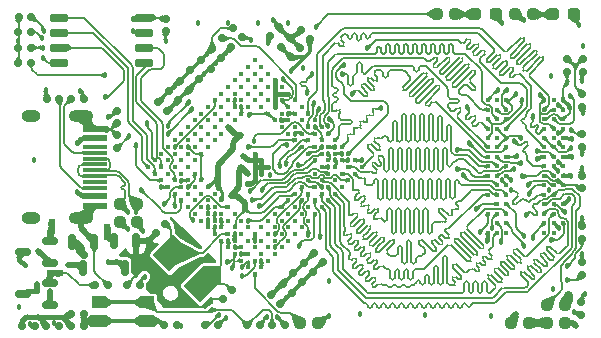
<source format=gbr>
%TF.GenerationSoftware,KiCad,Pcbnew,7.0.2-0*%
%TF.CreationDate,2023-05-15T13:16:41+08:00*%
%TF.ProjectId,slimarm_carambola,736c696d-6172-46d5-9f63-6172616d626f,rev?*%
%TF.SameCoordinates,Original*%
%TF.FileFunction,Copper,L1,Top*%
%TF.FilePolarity,Positive*%
%FSLAX46Y46*%
G04 Gerber Fmt 4.6, Leading zero omitted, Abs format (unit mm)*
G04 Created by KiCad (PCBNEW 7.0.2-0) date 2023-05-15 13:16:41*
%MOMM*%
%LPD*%
G01*
G04 APERTURE LIST*
G04 Aperture macros list*
%AMRoundRect*
0 Rectangle with rounded corners*
0 $1 Rounding radius*
0 $2 $3 $4 $5 $6 $7 $8 $9 X,Y pos of 4 corners*
0 Add a 4 corners polygon primitive as box body*
4,1,4,$2,$3,$4,$5,$6,$7,$8,$9,$2,$3,0*
0 Add four circle primitives for the rounded corners*
1,1,$1+$1,$2,$3*
1,1,$1+$1,$4,$5*
1,1,$1+$1,$6,$7*
1,1,$1+$1,$8,$9*
0 Add four rect primitives between the rounded corners*
20,1,$1+$1,$2,$3,$4,$5,0*
20,1,$1+$1,$4,$5,$6,$7,0*
20,1,$1+$1,$6,$7,$8,$9,0*
20,1,$1+$1,$8,$9,$2,$3,0*%
%AMRotRect*
0 Rectangle, with rotation*
0 The origin of the aperture is its center*
0 $1 length*
0 $2 width*
0 $3 Rotation angle, in degrees counterclockwise*
0 Add horizontal line*
21,1,$1,$2,0,0,$3*%
G04 Aperture macros list end*
%TA.AperFunction,SMDPad,CuDef*%
%ADD10RoundRect,0.150000X0.000000X-0.212132X0.212132X0.000000X0.000000X0.212132X-0.212132X0.000000X0*%
%TD*%
%TA.AperFunction,SMDPad,CuDef*%
%ADD11RoundRect,0.150000X0.150000X0.150000X-0.150000X0.150000X-0.150000X-0.150000X0.150000X-0.150000X0*%
%TD*%
%TA.AperFunction,SMDPad,CuDef*%
%ADD12RoundRect,0.150000X-0.212132X0.000000X0.000000X-0.212132X0.212132X0.000000X0.000000X0.212132X0*%
%TD*%
%TA.AperFunction,SMDPad,CuDef*%
%ADD13RoundRect,0.150000X-0.150000X0.150000X-0.150000X-0.150000X0.150000X-0.150000X0.150000X0.150000X0*%
%TD*%
%TA.AperFunction,SMDPad,CuDef*%
%ADD14RoundRect,0.150000X0.212132X0.000000X0.000000X0.212132X-0.212132X0.000000X0.000000X-0.212132X0*%
%TD*%
%TA.AperFunction,SMDPad,CuDef*%
%ADD15RoundRect,0.237500X0.237500X0.237500X-0.237500X0.237500X-0.237500X-0.237500X0.237500X-0.237500X0*%
%TD*%
%TA.AperFunction,SMDPad,CuDef*%
%ADD16RotRect,2.000000X2.400000X135.000000*%
%TD*%
%TA.AperFunction,SMDPad,CuDef*%
%ADD17R,1.200000X1.000000*%
%TD*%
%TA.AperFunction,SMDPad,CuDef*%
%ADD18RoundRect,0.237500X0.237500X-0.237500X0.237500X0.237500X-0.237500X0.237500X-0.237500X-0.237500X0*%
%TD*%
%TA.AperFunction,SMDPad,CuDef*%
%ADD19RoundRect,0.150000X0.150000X-0.150000X0.150000X0.150000X-0.150000X0.150000X-0.150000X-0.150000X0*%
%TD*%
%TA.AperFunction,SMDPad,CuDef*%
%ADD20RoundRect,0.237500X-0.237500X-0.237500X0.237500X-0.237500X0.237500X0.237500X-0.237500X0.237500X0*%
%TD*%
%TA.AperFunction,SMDPad,CuDef*%
%ADD21RoundRect,0.150000X-0.150000X-0.150000X0.150000X-0.150000X0.150000X0.150000X-0.150000X0.150000X0*%
%TD*%
%TA.AperFunction,SMDPad,CuDef*%
%ADD22R,2.000000X0.600000*%
%TD*%
%TA.AperFunction,SMDPad,CuDef*%
%ADD23R,2.000000X0.300000*%
%TD*%
%TA.AperFunction,ComponentPad*%
%ADD24O,2.100000X1.000000*%
%TD*%
%TA.AperFunction,ComponentPad*%
%ADD25O,1.600000X1.000000*%
%TD*%
%TA.AperFunction,SMDPad,CuDef*%
%ADD26RoundRect,0.150000X0.512500X0.150000X-0.512500X0.150000X-0.512500X-0.150000X0.512500X-0.150000X0*%
%TD*%
%TA.AperFunction,SMDPad,CuDef*%
%ADD27RoundRect,0.237500X0.287500X0.237500X-0.287500X0.237500X-0.287500X-0.237500X0.287500X-0.237500X0*%
%TD*%
%TA.AperFunction,SMDPad,CuDef*%
%ADD28RoundRect,0.150000X0.000000X0.212132X-0.212132X0.000000X0.000000X-0.212132X0.212132X0.000000X0*%
%TD*%
%TA.AperFunction,SMDPad,CuDef*%
%ADD29RoundRect,0.150000X-0.650000X-0.150000X0.650000X-0.150000X0.650000X0.150000X-0.650000X0.150000X0*%
%TD*%
%TA.AperFunction,SMDPad,CuDef*%
%ADD30C,0.410000*%
%TD*%
%TA.AperFunction,SMDPad,CuDef*%
%ADD31RoundRect,0.150000X-0.150000X0.512500X-0.150000X-0.512500X0.150000X-0.512500X0.150000X0.512500X0*%
%TD*%
%TA.AperFunction,ViaPad*%
%ADD32C,0.457200*%
%TD*%
%TA.AperFunction,ViaPad*%
%ADD33C,0.609600*%
%TD*%
%TA.AperFunction,Conductor*%
%ADD34C,0.127000*%
%TD*%
%TA.AperFunction,Conductor*%
%ADD35C,0.508000*%
%TD*%
%TA.AperFunction,Conductor*%
%ADD36C,0.254000*%
%TD*%
%TA.AperFunction,Conductor*%
%ADD37C,0.304800*%
%TD*%
%TA.AperFunction,Conductor*%
%ADD38C,0.381000*%
%TD*%
%TA.AperFunction,Conductor*%
%ADD39C,0.457200*%
%TD*%
%TA.AperFunction,Conductor*%
%ADD40C,0.203200*%
%TD*%
%TA.AperFunction,Conductor*%
%ADD41C,0.635000*%
%TD*%
%TA.AperFunction,Conductor*%
%ADD42C,0.762000*%
%TD*%
G04 APERTURE END LIST*
D10*
%TO.P,C31,1*%
%TO.N,GND*%
X33878162Y-38481838D03*
%TO.P,C31,2*%
%TO.N,/XTAL_OUT*%
X34641838Y-37718162D03*
%TD*%
D11*
%TO.P,R10,1*%
%TO.N,Net-(U1C-PD5)*%
X33490000Y-40660000D03*
%TO.P,R10,2*%
%TO.N,/1v8_CPUMEM*%
X32410000Y-40660000D03*
%TD*%
D12*
%TO.P,C5,1*%
%TO.N,GND*%
X32978162Y-17298162D03*
%TO.P,C5,2*%
%TO.N,/3v3*%
X33741838Y-18061838D03*
%TD*%
D13*
%TO.P,C23,1*%
%TO.N,GND*%
X63030000Y-18120000D03*
%TO.P,C23,2*%
%TO.N,/1v8_DDR*%
X63030000Y-19200000D03*
%TD*%
%TO.P,C28,1*%
%TO.N,GND*%
X24900000Y-24600000D03*
%TO.P,C28,2*%
%TO.N,/3v3*%
X24900000Y-25680000D03*
%TD*%
D11*
%TO.P,C41,1*%
%TO.N,GND*%
X37040000Y-40680000D03*
%TO.P,C41,2*%
%TO.N,Net-(SW1-A)*%
X35960000Y-40680000D03*
%TD*%
D12*
%TO.P,C6,1*%
%TO.N,GND*%
X34778162Y-15498162D03*
%TO.P,C6,2*%
%TO.N,/3v3*%
X35541838Y-16261838D03*
%TD*%
D14*
%TO.P,C12,1*%
%TO.N,GND*%
X39711838Y-37921838D03*
%TO.P,C12,2*%
%TO.N,/1v0_CPUCORE*%
X38948162Y-37158162D03*
%TD*%
D12*
%TO.P,C4,1*%
%TO.N,GND*%
X32078162Y-18218162D03*
%TO.P,C4,2*%
%TO.N,/3v3*%
X32841838Y-18981838D03*
%TD*%
D15*
%TO.P,R21,1*%
%TO.N,Net-(D2-A)*%
X53572000Y-14350000D03*
%TO.P,R21,2*%
%TO.N,Net-(U1A-PC2)*%
X52048000Y-14350000D03*
%TD*%
D16*
%TO.P,Y1,1,1*%
%TO.N,/XTAL_OUT*%
X32138148Y-37218148D03*
%TO.P,Y1,2,2*%
%TO.N,/XTAL_IN*%
X29521852Y-34601852D03*
%TD*%
D15*
%TO.P,R20,1*%
%TO.N,Net-(D1-A)*%
X60179500Y-14370000D03*
%TO.P,R20,2*%
%TO.N,Net-(U1A-PC1)*%
X58655500Y-14370000D03*
%TD*%
%TO.P,R3,1*%
%TO.N,GND*%
X41952000Y-40460000D03*
%TO.P,R3,2*%
%TO.N,Net-(U1C-VBG)*%
X40428000Y-40460000D03*
%TD*%
D14*
%TO.P,C13,1*%
%TO.N,GND*%
X41521838Y-36161838D03*
%TO.P,C13,2*%
%TO.N,/1v0_CPUCORE*%
X40758162Y-35398162D03*
%TD*%
D15*
%TO.P,R15,1*%
%TO.N,Net-(U2-VREF)*%
X59812000Y-40500000D03*
%TO.P,R15,2*%
%TO.N,/1v8_DDR*%
X58288000Y-40500000D03*
%TD*%
D17*
%TO.P,SW1,1,1*%
%TO.N,GND*%
X27470000Y-40350000D03*
%TO.P,SW1,2,2*%
X23370000Y-40350000D03*
%TO.P,SW1,3,K*%
%TO.N,Net-(SW1-A)*%
X27470000Y-38750000D03*
%TO.P,SW1,4,A*%
X23370000Y-38750000D03*
%TD*%
D12*
%TO.P,C2,1*%
%TO.N,GND*%
X29325000Y-20885000D03*
%TO.P,C2,2*%
%TO.N,/3v3*%
X30088676Y-21648676D03*
%TD*%
D14*
%TO.P,C15,1*%
%TO.N,GND*%
X40611838Y-37031838D03*
%TO.P,C15,2*%
%TO.N,/1v0_CPUCORE*%
X39848162Y-36268162D03*
%TD*%
D11*
%TO.P,R23,1*%
%TO.N,/JTAG_RST*%
X17660000Y-18490000D03*
%TO.P,R23,2*%
%TO.N,/3v3*%
X16580000Y-18490000D03*
%TD*%
%TO.P,R24,1*%
%TO.N,/JTAG_TCK*%
X17630000Y-17170000D03*
%TO.P,R24,2*%
%TO.N,/3v3*%
X16550000Y-17170000D03*
%TD*%
%TO.P,R2,1*%
%TO.N,Net-(J1-CC2)*%
X20050000Y-21490000D03*
%TO.P,R2,2*%
%TO.N,GND*%
X18970000Y-21490000D03*
%TD*%
D12*
%TO.P,R9,1*%
%TO.N,Net-(U1A-WKUP)*%
X33820000Y-16390000D03*
%TO.P,R9,2*%
%TO.N,/3v3*%
X34583676Y-17153676D03*
%TD*%
D18*
%TO.P,R7,1*%
%TO.N,/USBD_FS_DN*%
X26590000Y-31902000D03*
%TO.P,R7,2*%
%TO.N,/DN*%
X26590000Y-30378000D03*
%TD*%
D12*
%TO.P,C3,1*%
%TO.N,GND*%
X30258162Y-19998162D03*
%TO.P,C3,2*%
%TO.N,/3v3*%
X31021838Y-20761838D03*
%TD*%
D11*
%TO.P,C35,1*%
%TO.N,GND*%
X20030000Y-40780000D03*
%TO.P,C35,2*%
%TO.N,+5V*%
X18950000Y-40780000D03*
%TD*%
D19*
%TO.P,C22,1*%
%TO.N,GND*%
X64270000Y-33360000D03*
%TO.P,C22,2*%
%TO.N,/1v8_DDR*%
X64270000Y-32280000D03*
%TD*%
D20*
%TO.P,R12,1*%
%TO.N,/DDR_CS*%
X61348000Y-38930000D03*
%TO.P,R12,2*%
%TO.N,/1v8_DDR*%
X62872000Y-38930000D03*
%TD*%
D21*
%TO.P,C40,1*%
%TO.N,GND*%
X25770000Y-37240000D03*
%TO.P,C40,2*%
%TO.N,/1v0_CPUCORE*%
X26850000Y-37240000D03*
%TD*%
D11*
%TO.P,R13,1*%
%TO.N,/JTAG_TDI*%
X17630000Y-15870000D03*
%TO.P,R13,2*%
%TO.N,/3v3*%
X16550000Y-15870000D03*
%TD*%
D22*
%TO.P,J1,A1,GND*%
%TO.N,GND*%
X23031000Y-24070000D03*
%TO.P,J1,A4,VBUS*%
%TO.N,+5V*%
X23031000Y-24870000D03*
D23*
%TO.P,J1,A5,CC1*%
%TO.N,Net-(J1-CC1)*%
X23031000Y-26070000D03*
%TO.P,J1,A6,D+*%
%TO.N,/DP*%
X23031000Y-27070000D03*
%TO.P,J1,A7,D-*%
%TO.N,/DN*%
X23031000Y-27570000D03*
%TO.P,J1,A8,SBU1*%
%TO.N,unconnected-(J1-SBU1-PadA8)*%
X23031000Y-28570000D03*
D22*
%TO.P,J1,A9,VBUS*%
%TO.N,+5V*%
X23031000Y-29770000D03*
%TO.P,J1,A12,GND*%
%TO.N,GND*%
X23031000Y-30570000D03*
%TO.P,J1,B1,GND*%
X23031000Y-30570000D03*
%TO.P,J1,B4,VBUS*%
%TO.N,+5V*%
X23031000Y-29770000D03*
D23*
%TO.P,J1,B5,CC2*%
%TO.N,Net-(J1-CC2)*%
X23031000Y-29070000D03*
%TO.P,J1,B6,D+*%
%TO.N,/DP*%
X23031000Y-28070000D03*
%TO.P,J1,B7,D-*%
%TO.N,/DN*%
X23031000Y-26570000D03*
%TO.P,J1,B8,SBU2*%
%TO.N,unconnected-(J1-SBU2-PadB8)*%
X23031000Y-25570000D03*
D22*
%TO.P,J1,B9,VBUS*%
%TO.N,+5V*%
X23031000Y-24870000D03*
%TO.P,J1,B12,GND*%
%TO.N,GND*%
X23031000Y-24070000D03*
D24*
%TO.P,J1,S1,SHIELD*%
X21861000Y-23000000D03*
D25*
X17681000Y-23000000D03*
D24*
X21861000Y-31640000D03*
D25*
X17681000Y-31640000D03*
%TD*%
D13*
%TO.P,C19,1*%
%TO.N,GND*%
X64310000Y-21100000D03*
%TO.P,C19,2*%
%TO.N,/1v8_DDR*%
X64310000Y-22180000D03*
%TD*%
D26*
%TO.P,U6,1,GND*%
%TO.N,GND*%
X19267500Y-35430000D03*
%TO.P,U6,2,VO*%
%TO.N,/1v8_CPUMEM*%
X19267500Y-33530000D03*
%TO.P,U6,3,VI*%
%TO.N,+5V*%
X16992500Y-34480000D03*
%TD*%
D27*
%TO.P,D1,1,K*%
%TO.N,GND*%
X63580000Y-14370000D03*
%TO.P,D1,2,A*%
%TO.N,Net-(D1-A)*%
X61830000Y-14370000D03*
%TD*%
D12*
%TO.P,C1,1*%
%TO.N,GND*%
X31138162Y-19098162D03*
%TO.P,C1,2*%
%TO.N,/3v3*%
X31901838Y-19861838D03*
%TD*%
D19*
%TO.P,C21,1*%
%TO.N,GND*%
X64270000Y-29090000D03*
%TO.P,C21,2*%
%TO.N,/1v8_DDR*%
X64270000Y-28010000D03*
%TD*%
%TO.P,C36,1*%
%TO.N,GND*%
X24910000Y-23590000D03*
%TO.P,C36,2*%
%TO.N,/1v8_CPUMEM*%
X24910000Y-22510000D03*
%TD*%
D21*
%TO.P,R1,1*%
%TO.N,Net-(J1-CC1)*%
X21040000Y-21490000D03*
%TO.P,R1,2*%
%TO.N,GND*%
X22120000Y-21490000D03*
%TD*%
D12*
%TO.P,C9,1*%
%TO.N,GND*%
X40478162Y-15718162D03*
%TO.P,C9,2*%
%TO.N,/1v8_CPUMEM*%
X41241838Y-16481838D03*
%TD*%
D26*
%TO.P,U5,1,GND*%
%TO.N,GND*%
X19247500Y-38990000D03*
%TO.P,U5,2,VO*%
%TO.N,/3v3*%
X19247500Y-37090000D03*
%TO.P,U5,3,VI*%
%TO.N,+5V*%
X16972500Y-38040000D03*
%TD*%
D15*
%TO.P,R14,1*%
%TO.N,GND*%
X62882000Y-40480000D03*
%TO.P,R14,2*%
%TO.N,Net-(U2-VREF)*%
X61358000Y-40480000D03*
%TD*%
D28*
%TO.P,C32,1*%
%TO.N,/XTAL_IN*%
X29021838Y-32078162D03*
%TO.P,C32,2*%
%TO.N,GND*%
X28258162Y-32841838D03*
%TD*%
%TO.P,C10,1*%
%TO.N,GND*%
X40431838Y-17248162D03*
%TO.P,C10,2*%
%TO.N,/1v8_CPUMEM*%
X39668162Y-18011838D03*
%TD*%
D11*
%TO.P,C37,1*%
%TO.N,GND*%
X22090000Y-40760000D03*
%TO.P,C37,2*%
%TO.N,+5V*%
X21010000Y-40760000D03*
%TD*%
D13*
%TO.P,C26,1*%
%TO.N,GND*%
X64220000Y-38700000D03*
%TO.P,C26,2*%
%TO.N,Net-(U2-VREF)*%
X64220000Y-39780000D03*
%TD*%
D14*
%TO.P,C14,1*%
%TO.N,GND*%
X38711838Y-38901838D03*
%TO.P,C14,2*%
%TO.N,/1v0_CPUCORE*%
X37948162Y-38138162D03*
%TD*%
%TO.P,C16,1*%
%TO.N,GND*%
X42391838Y-35291838D03*
%TO.P,C16,2*%
%TO.N,/1v0_CPUCORE*%
X41628162Y-34528162D03*
%TD*%
D29*
%TO.P,U3,1,~{CS}*%
%TO.N,/SPI_CS*%
X20040000Y-14655000D03*
%TO.P,U3,2,DO(IO1)*%
%TO.N,/SPI_MISO*%
X20040000Y-15925000D03*
%TO.P,U3,3,IO2*%
%TO.N,/3v3*%
X20040000Y-17195000D03*
%TO.P,U3,4,GND*%
%TO.N,GND*%
X20040000Y-18465000D03*
%TO.P,U3,5,DI(IO0)*%
%TO.N,/SPI_MOSI*%
X27240000Y-18465000D03*
%TO.P,U3,6,CLK*%
%TO.N,/SPI_CLK*%
X27240000Y-17195000D03*
%TO.P,U3,7,IO3*%
%TO.N,/3v3*%
X27240000Y-15925000D03*
%TO.P,U3,8,VCC*%
X27240000Y-14655000D03*
%TD*%
D18*
%TO.P,R5,1*%
%TO.N,/USBD_FS_DP*%
X25160000Y-31902000D03*
%TO.P,R5,2*%
%TO.N,/DP*%
X25160000Y-30378000D03*
%TD*%
D11*
%TO.P,C33,1*%
%TO.N,GND*%
X17950000Y-40780000D03*
%TO.P,C33,2*%
%TO.N,+5V*%
X16870000Y-40780000D03*
%TD*%
D28*
%TO.P,C7,1*%
%TO.N,GND*%
X38601838Y-15458162D03*
%TO.P,C7,2*%
%TO.N,/3v3*%
X37838162Y-16221838D03*
%TD*%
D19*
%TO.P,C24,1*%
%TO.N,GND*%
X64290000Y-36430000D03*
%TO.P,C24,2*%
%TO.N,/1v8_DDR*%
X64290000Y-35350000D03*
%TD*%
D11*
%TO.P,R22,1*%
%TO.N,/JTAG_TMS*%
X17670000Y-14610000D03*
%TO.P,R22,2*%
%TO.N,/3v3*%
X16590000Y-14610000D03*
%TD*%
%TO.P,R11,1*%
%TO.N,/3v3*%
X39130000Y-40680000D03*
%TO.P,R11,2*%
%TO.N,Net-(SW1-A)*%
X38050000Y-40680000D03*
%TD*%
D30*
%TO.P,U2,A1,VDD*%
%TO.N,/1v8_DDR*%
X56299600Y-21629300D03*
%TO.P,U2,A2,NC*%
%TO.N,unconnected-(U2-NC-PadA2)*%
X57099700Y-21629300D03*
%TO.P,U2,A3,VSS*%
%TO.N,GND*%
X57899800Y-21629300D03*
%TO.P,U2,A7,VSSQ*%
X61100200Y-21629300D03*
%TO.P,U2,A8,UDQS\u002A*%
%TO.N,unconnected-(U2-UDQS\u002A-PadA8)*%
X61900300Y-21629300D03*
%TO.P,U2,A9,VDDQ*%
%TO.N,/1v8_DDR*%
X62700400Y-21629300D03*
%TO.P,U2,B1,DQ14*%
%TO.N,/DDR_D14*%
X56299600Y-22429400D03*
%TO.P,U2,B2,VSSQ*%
%TO.N,GND*%
X57099700Y-22429400D03*
%TO.P,U2,B3,UDM*%
%TO.N,/DDR_DQM1*%
X57899800Y-22429400D03*
%TO.P,U2,B7,UDQS*%
%TO.N,/DDR_DQS1*%
X61100200Y-22429400D03*
%TO.P,U2,B8,VSSQ*%
%TO.N,GND*%
X61900300Y-22429400D03*
%TO.P,U2,B9,DQ15*%
%TO.N,/DDR_D15*%
X62700400Y-22429400D03*
%TO.P,U2,C1,VDDQ*%
%TO.N,/1v8_DDR*%
X56299600Y-23229500D03*
%TO.P,U2,C2,DQ9*%
%TO.N,/DDR_D9*%
X57099700Y-23229500D03*
%TO.P,U2,C3,VDDQ*%
%TO.N,/1v8_DDR*%
X57899800Y-23229500D03*
%TO.P,U2,C7,VDDQ*%
X61100200Y-23229500D03*
%TO.P,U2,C8,DQ8*%
%TO.N,/DDR_D8*%
X61900300Y-23229500D03*
%TO.P,U2,C9,VDDQ*%
%TO.N,/1v8_DDR*%
X62700400Y-23229500D03*
%TO.P,U2,D1,DQ12*%
%TO.N,/DDR_D12*%
X56299600Y-24029600D03*
%TO.P,U2,D2,VSSQ*%
%TO.N,GND*%
X57099700Y-24029600D03*
%TO.P,U2,D3,DQ11*%
%TO.N,/DDR_D11*%
X57899800Y-24029600D03*
%TO.P,U2,D7,DQ10*%
%TO.N,/DDR_D10*%
X61100200Y-24029600D03*
%TO.P,U2,D8,VSSQ*%
%TO.N,GND*%
X61900300Y-24029600D03*
%TO.P,U2,D9,DQ13*%
%TO.N,/DDR_D13*%
X62700400Y-24029600D03*
%TO.P,U2,E1,VDD*%
%TO.N,/1v8_DDR*%
X56299600Y-24829700D03*
%TO.P,U2,E2,NC*%
%TO.N,unconnected-(U2-NC-PadE2)*%
X57099700Y-24829700D03*
%TO.P,U2,E3,VSS*%
%TO.N,GND*%
X57899800Y-24829700D03*
%TO.P,U2,E7,VSSQ*%
X61100200Y-24829700D03*
%TO.P,U2,E8,LDQS\u002A*%
%TO.N,unconnected-(U2-LDQS\u002A-PadE8)*%
X61900300Y-24829700D03*
%TO.P,U2,E9,VDDQ*%
%TO.N,/1v8_DDR*%
X62700400Y-24829700D03*
%TO.P,U2,F1,DQ6*%
%TO.N,/DDR_D6*%
X56299600Y-25629800D03*
%TO.P,U2,F2,VSSQ*%
%TO.N,GND*%
X57099700Y-25629800D03*
%TO.P,U2,F3,LDM*%
%TO.N,/DDR_DQM0*%
X57899800Y-25629800D03*
%TO.P,U2,F7,LDQS*%
%TO.N,/DDR_DQS0*%
X61100200Y-25629800D03*
%TO.P,U2,F8,VSSQ*%
%TO.N,GND*%
X61900300Y-25629800D03*
%TO.P,U2,F9,DQ7*%
%TO.N,/DDR_D7*%
X62700400Y-25629800D03*
%TO.P,U2,G1,VDDQ*%
%TO.N,/1v8_DDR*%
X56299600Y-26429900D03*
%TO.P,U2,G2,DQ1*%
%TO.N,/DDR_D1*%
X57099700Y-26429900D03*
%TO.P,U2,G3,VDDQ*%
%TO.N,/1v8_DDR*%
X57899800Y-26429900D03*
%TO.P,U2,G7,VDDQ*%
X61100200Y-26429900D03*
%TO.P,U2,G8,DQ0*%
%TO.N,/DDR_D0*%
X61900300Y-26429900D03*
%TO.P,U2,G9,VDDQ*%
%TO.N,/1v8_DDR*%
X62700400Y-26429900D03*
%TO.P,U2,H1,DQ4*%
%TO.N,/DDR_D4*%
X56299600Y-27230000D03*
%TO.P,U2,H2,VSSQ*%
%TO.N,GND*%
X57099700Y-27230000D03*
%TO.P,U2,H3,DQ3*%
%TO.N,/DDR_D3*%
X57899800Y-27230000D03*
%TO.P,U2,H7,DQ2*%
%TO.N,/DDR_D2*%
X61100200Y-27230000D03*
%TO.P,U2,H8,VSSQ*%
%TO.N,GND*%
X61900300Y-27230000D03*
%TO.P,U2,H9,DQ5*%
%TO.N,/DDR_D5*%
X62700400Y-27230000D03*
%TO.P,U2,J1,VDD*%
%TO.N,/1v8_DDR*%
X56299600Y-28030100D03*
%TO.P,U2,J2,VREF*%
%TO.N,Net-(U2-VREF)*%
X57099700Y-28030100D03*
%TO.P,U2,J3,VSS*%
%TO.N,GND*%
X57899800Y-28030100D03*
%TO.P,U2,J7,VSS*%
X61100200Y-28030100D03*
%TO.P,U2,J8,CK*%
%TO.N,/DDR_CLKP*%
X61900300Y-28030100D03*
%TO.P,U2,J9,VDD*%
%TO.N,/1v8_DDR*%
X62700400Y-28030100D03*
%TO.P,U2,K2,DKE*%
%TO.N,/DDR_CKE*%
X57099700Y-28830200D03*
%TO.P,U2,K3,WE\u002A*%
%TO.N,/DDR_WE*%
X57899800Y-28830200D03*
%TO.P,U2,K7,RAS\u002A*%
%TO.N,/DDR_RAS*%
X61100200Y-28830200D03*
%TO.P,U2,K8,CK\u002A*%
%TO.N,/DDR_CLKN*%
X61900300Y-28830200D03*
%TO.P,U2,K9,ODT*%
%TO.N,GND*%
X62700400Y-28830200D03*
%TO.P,U2,L1,BA2*%
%TO.N,/DDR_BA2*%
X56299600Y-29630300D03*
%TO.P,U2,L2,BA0*%
%TO.N,/DDR_BA0*%
X57099700Y-29630300D03*
%TO.P,U2,L3,BA1*%
%TO.N,/DDR_BA1*%
X57899800Y-29630300D03*
%TO.P,U2,L7,CAS\u002A*%
%TO.N,/DDR_CAS*%
X61100200Y-29630300D03*
%TO.P,U2,L8,CS\u002A*%
%TO.N,/DDR_CS*%
X61900300Y-29630300D03*
%TO.P,U2,M2,A10/AP*%
%TO.N,/DDR_A10*%
X57099700Y-30430400D03*
%TO.P,U2,M3,A1*%
%TO.N,/DDR_A1*%
X57899800Y-30430400D03*
%TO.P,U2,M7,A2*%
%TO.N,/DDR_A2*%
X61100200Y-30430400D03*
%TO.P,U2,M8,A0*%
%TO.N,/DDR_A0*%
X61900300Y-30430400D03*
%TO.P,U2,M9,VDD*%
%TO.N,/1v8_DDR*%
X62700400Y-30430400D03*
%TO.P,U2,N1,VSS*%
%TO.N,GND*%
X56299600Y-31230500D03*
%TO.P,U2,N2,A3*%
%TO.N,/DDR_A3*%
X57099700Y-31230500D03*
%TO.P,U2,N3,A5*%
%TO.N,/DDR_A5*%
X57899800Y-31230500D03*
%TO.P,U2,N7,A6*%
%TO.N,/DDR_A6*%
X61100200Y-31230500D03*
%TO.P,U2,N8,A4*%
%TO.N,/DDR_A4*%
X61900300Y-31230500D03*
%TO.P,U2,P2,A7*%
%TO.N,/DDR_A7*%
X57099700Y-32030600D03*
%TO.P,U2,P3,A9*%
%TO.N,/DDR_A9*%
X57899800Y-32030600D03*
%TO.P,U2,P7,A11*%
%TO.N,/DDR_A11*%
X61100200Y-32030600D03*
%TO.P,U2,P8,A8*%
%TO.N,/DDR_A8*%
X61900300Y-32030600D03*
%TO.P,U2,P9,VSS*%
%TO.N,GND*%
X62700400Y-32030600D03*
%TO.P,U2,R1,VDD*%
%TO.N,/1v8_DDR*%
X56299600Y-32830700D03*
%TO.P,U2,R2,A12*%
%TO.N,/DDR_A12*%
X57099700Y-32830700D03*
%TO.P,U2,R3,NC*%
%TO.N,unconnected-(U2-NC-PadR3)*%
X57899800Y-32830700D03*
%TO.P,U2,R7,NC*%
%TO.N,unconnected-(U2-NC-PadR7)*%
X61100200Y-32830700D03*
%TO.P,U2,R8,NC*%
%TO.N,unconnected-(U2-NC-PadR8)*%
X61900300Y-32830700D03*
%TD*%
D13*
%TO.P,C20,1*%
%TO.N,GND*%
X64310000Y-24480000D03*
%TO.P,C20,2*%
%TO.N,/1v8_DDR*%
X64310000Y-25560000D03*
%TD*%
D27*
%TO.P,D2,1,K*%
%TO.N,GND*%
X56982500Y-14370000D03*
%TO.P,D2,2,A*%
%TO.N,Net-(D2-A)*%
X55232500Y-14370000D03*
%TD*%
D21*
%TO.P,C38,1*%
%TO.N,GND*%
X28910000Y-40700000D03*
%TO.P,C38,2*%
%TO.N,/1v8_DDR*%
X29990000Y-40700000D03*
%TD*%
D28*
%TO.P,C11,1*%
%TO.N,GND*%
X39543676Y-16336324D03*
%TO.P,C11,2*%
%TO.N,/1v8_CPUMEM*%
X38780000Y-17100000D03*
%TD*%
D13*
%TO.P,C25,1*%
%TO.N,GND*%
X64340000Y-18120000D03*
%TO.P,C25,2*%
%TO.N,/1v8_DDR*%
X64340000Y-19200000D03*
%TD*%
D30*
%TO.P,U1,A1,PB16*%
%TO.N,unconnected-(U1A-PB16-PadA1)*%
X36590000Y-18239033D03*
%TO.P,U1,A2,PB13*%
%TO.N,unconnected-(U1A-PB13-PadA2)*%
X37155685Y-18804719D03*
%TO.P,U1,A3,PB11*%
%TO.N,unconnected-(U1A-PB11-PadA3)*%
X37721371Y-19370404D03*
%TO.P,U1,A4,ADVREF*%
%TO.N,/3v3*%
X38287056Y-19936089D03*
%TO.P,U1,A5,XOUT32*%
%TO.N,unconnected-(U1A-XOUT32-PadA5)*%
X38852742Y-20501775D03*
%TO.P,U1,A6,XIN32*%
%TO.N,/3v3*%
X39418427Y-21067460D03*
%TO.P,U1,A7,WKUP*%
%TO.N,Net-(U1A-WKUP)*%
X39984113Y-21633146D03*
%TO.P,U1,A8,NWR3*%
%TO.N,unconnected-(U1A-NWR3-PadA8)*%
X40549798Y-22198831D03*
%TO.P,U1,A9,DQS1*%
%TO.N,/DDR_DQS1*%
X41115483Y-22764517D03*
%TO.P,U1,A10,DQM0*%
%TO.N,/DDR_DQM0*%
X41681169Y-23330202D03*
%TO.P,U1,A11,DQS0*%
%TO.N,/DDR_DQS0*%
X42246854Y-23895887D03*
%TO.P,U1,A12,SDWE*%
%TO.N,/DDR_WE*%
X42812540Y-24461573D03*
%TO.P,U1,A13,D14*%
%TO.N,/DDR_D14*%
X43378225Y-25027258D03*
%TO.P,U1,A14,D12*%
%TO.N,/DDR_D12*%
X43943911Y-25592944D03*
%TO.P,U1,A15,D8*%
%TO.N,/DDR_D8*%
X44509596Y-26158629D03*
%TO.P,U1,A16,D2*%
%TO.N,/DDR_D2*%
X45075281Y-26724315D03*
%TO.P,U1,A17,D4*%
%TO.N,/DDR_D4*%
X45640967Y-27290000D03*
%TO.P,U1,B1,PB17*%
%TO.N,unconnected-(U1A-PB17-PadB1)*%
X36024315Y-18804719D03*
%TO.P,U1,B2,PB10*%
%TO.N,unconnected-(U1A-PB10-PadB2)*%
X36590000Y-19370404D03*
%TO.P,U1,B3,PB6*%
%TO.N,unconnected-(U1A-PB6-PadB3)*%
X37155685Y-19936089D03*
%TO.P,U1,B4,PB12*%
%TO.N,unconnected-(U1A-PB12-PadB4)*%
X37721371Y-20501775D03*
%TO.P,U1,B5,VDDBU*%
%TO.N,/3v3*%
X38287056Y-21067460D03*
%TO.P,U1,B6,GNDBU*%
%TO.N,GND*%
X38852742Y-21633146D03*
%TO.P,U1,B7,TST*%
X39418427Y-22198831D03*
%TO.P,U1,B8,NCS1*%
%TO.N,/DDR_CS*%
X39984113Y-22764517D03*
%TO.P,U1,B9,NCS0*%
%TO.N,unconnected-(U1A-NCS0-PadB9)*%
X40549798Y-23330202D03*
%TO.P,U1,B10,DQM1*%
%TO.N,/DDR_DQM1*%
X41115483Y-23895887D03*
%TO.P,U1,B11,RAS*%
%TO.N,/DDR_RAS*%
X41681169Y-24461573D03*
%TO.P,U1,B12,SDCKE*%
%TO.N,/DDR_CKE*%
X42246854Y-25027258D03*
%TO.P,U1,B13,D13*%
%TO.N,/DDR_D13*%
X42812540Y-25592944D03*
%TO.P,U1,B14,D7*%
%TO.N,/DDR_D7*%
X43378225Y-26158629D03*
%TO.P,U1,B15,D5*%
%TO.N,/DDR_D5*%
X43943911Y-26724315D03*
%TO.P,U1,B16,D3*%
%TO.N,/DDR_D3*%
X44509596Y-27290000D03*
%TO.P,U1,B17,A17*%
%TO.N,/DDR_BA1*%
X45075281Y-27855685D03*
%TO.P,U1,C1,PB9*%
%TO.N,unconnected-(U1A-PB9-PadC1)*%
X35458629Y-19370404D03*
%TO.P,U1,C2,PB7*%
%TO.N,unconnected-(U1A-PB7-PadC2)*%
X36024315Y-19936089D03*
%TO.P,U1,C3,PB15*%
%TO.N,unconnected-(U1A-PB15-PadC3)*%
X36590000Y-20501775D03*
%TO.P,U1,C4,PB14*%
%TO.N,unconnected-(U1A-PB14-PadC4)*%
X37155685Y-21067460D03*
%TO.P,U1,C5,PB8*%
%TO.N,unconnected-(U1A-PB8-PadC5)*%
X37721371Y-21633146D03*
%TO.P,U1,C6,VDDANA*%
%TO.N,/3v3*%
X38287056Y-22198831D03*
%TO.P,U1,C7,NWR1*%
%TO.N,unconnected-(U1A-NWR1-PadC7)*%
X38852742Y-22764517D03*
%TO.P,U1,C8,SDA10*%
%TO.N,/DDR_A10*%
X39418427Y-23330202D03*
%TO.P,U1,C9,NWR0*%
%TO.N,unconnected-(U1A-NWR0-PadC9)*%
X39984113Y-23895887D03*
%TO.P,U1,C10,CAS*%
%TO.N,/DDR_CAS*%
X40549798Y-24461573D03*
%TO.P,U1,C11,\u002ASDCK*%
%TO.N,/DDR_CLKN*%
X41115483Y-25027258D03*
%TO.P,U1,C12,D15*%
%TO.N,/DDR_D15*%
X41681169Y-25592944D03*
%TO.P,U1,C13,D11*%
%TO.N,/DDR_D11*%
X42246854Y-26158629D03*
%TO.P,U1,C14,D6*%
%TO.N,/DDR_D6*%
X42812540Y-26724315D03*
%TO.P,U1,C15,D9*%
%TO.N,/DDR_D9*%
X43378225Y-27290000D03*
%TO.P,U1,C16,A16*%
%TO.N,/DDR_BA0*%
X43943911Y-27855685D03*
%TO.P,U1,C17,A13*%
%TO.N,/DDR_A11*%
X44509596Y-28421371D03*
%TO.P,U1,D1,PB4*%
%TO.N,unconnected-(U1A-PB4-PadD1)*%
X34892944Y-19936089D03*
%TO.P,U1,D2,PB2*%
%TO.N,unconnected-(U1A-PB2-PadD2)*%
X35458629Y-20501775D03*
%TO.P,U1,D3,PB0*%
%TO.N,unconnected-(U1A-PB0-PadD3)*%
X36024315Y-21067460D03*
%TO.P,U1,D4,PB1*%
%TO.N,unconnected-(U1A-PB1-PadD4)*%
X36590000Y-21633146D03*
%TO.P,U1,D5,PB18*%
%TO.N,unconnected-(U1A-PB18-PadD5)*%
X37155685Y-22198831D03*
%TO.P,U1,D6,GNDANA*%
%TO.N,GND*%
X37721371Y-22764517D03*
%TO.P,U1,D7,JTAGSEL*%
X38287056Y-23330202D03*
%TO.P,U1,D8,SHDN*%
%TO.N,unconnected-(U1A-SHDN-PadD8)*%
X38852742Y-23895887D03*
%TO.P,U1,D9,NRD*%
%TO.N,unconnected-(U1A-NRD-PadD9)*%
X39418427Y-24461573D03*
%TO.P,U1,D10,VDDIOM*%
%TO.N,/1v8_CPUMEM*%
X39984113Y-25027258D03*
%TO.P,U1,D11,SDCK*%
%TO.N,/DDR_CLKP*%
X40549798Y-25592944D03*
%TO.P,U1,D12,D10*%
%TO.N,/DDR_D10*%
X41115483Y-26158629D03*
%TO.P,U1,D13,VDDIOM*%
%TO.N,/1v8_CPUMEM*%
X41681169Y-26724315D03*
%TO.P,U1,D14,D0*%
%TO.N,/DDR_D0*%
X42246854Y-27290000D03*
%TO.P,U1,D15,D1*%
%TO.N,/DDR_D1*%
X42812540Y-27855685D03*
%TO.P,U1,D16,A15*%
%TO.N,unconnected-(U1B-A15-PadD16)*%
X43378225Y-28421371D03*
%TO.P,U1,D17,A12*%
%TO.N,unconnected-(U1B-A12-PadD17)*%
X43943911Y-28987056D03*
%TO.P,U1,E1,PC4*%
%TO.N,unconnected-(U1A-PC4-PadE1)*%
X34327258Y-20501775D03*
%TO.P,U1,E2,PC0*%
%TO.N,unconnected-(U1A-PC0-PadE2)*%
X34892944Y-21067460D03*
%TO.P,U1,E3,PB5*%
%TO.N,unconnected-(U1A-PB5-PadE3)*%
X35458629Y-21633146D03*
%TO.P,U1,E4,PB3*%
%TO.N,unconnected-(U1A-PB3-PadE4)*%
X36024315Y-22198831D03*
%TO.P,U1,E14,A19*%
%TO.N,unconnected-(U1C-A19-PadE14)*%
X41681169Y-27855685D03*
%TO.P,U1,E15,A18*%
%TO.N,/DDR_BA2*%
X42246854Y-28421371D03*
%TO.P,U1,E16,A14*%
%TO.N,/DDR_A12*%
X42812540Y-28987056D03*
%TO.P,U1,E17,A7*%
%TO.N,/DDR_A5*%
X43378225Y-29552742D03*
%TO.P,U1,F1,PC7*%
%TO.N,unconnected-(U1A-PC7-PadF1)*%
X33761573Y-21067460D03*
%TO.P,U1,F2,PC6*%
%TO.N,unconnected-(U1A-PC6-PadF2)*%
X34327258Y-21633146D03*
%TO.P,U1,F3,PC2*%
%TO.N,Net-(U1A-PC2)*%
X34892944Y-22198831D03*
%TO.P,U1,F4,PC1*%
%TO.N,Net-(U1A-PC1)*%
X35458629Y-22764517D03*
%TO.P,U1,F14,VDDIOM*%
%TO.N,/1v8_CPUMEM*%
X41115483Y-28421371D03*
%TO.P,U1,F15,A11*%
%TO.N,/DDR_A9*%
X41681169Y-28987056D03*
%TO.P,U1,F16,A8*%
%TO.N,/DDR_A6*%
X42246854Y-29552742D03*
%TO.P,U1,F17,A6*%
%TO.N,/DDR_A4*%
X42812540Y-30118427D03*
%TO.P,U1,G1,PC8*%
%TO.N,/SD_DET*%
X33195887Y-21633146D03*
%TO.P,U1,G2,PC10*%
%TO.N,unconnected-(U1A-PC10-PadG2)*%
X33761573Y-22198831D03*
%TO.P,U1,G3,PC9*%
%TO.N,unconnected-(U1A-PC9-PadG3)*%
X34327258Y-22764517D03*
%TO.P,U1,G4,PC5*%
%TO.N,unconnected-(U1A-PC5-PadG4)*%
X34892944Y-23330202D03*
%TO.P,U1,G14,A10*%
%TO.N,/DDR_A8*%
X40549798Y-28987056D03*
%TO.P,U1,G15,A9*%
%TO.N,/DDR_A7*%
X41115483Y-29552742D03*
%TO.P,U1,G16,A5*%
%TO.N,/DDR_A3*%
X41681169Y-30118427D03*
%TO.P,U1,G17,A4*%
%TO.N,/DDR_A2*%
X42246854Y-30684113D03*
%TO.P,U1,H1,PC14*%
%TO.N,unconnected-(U1A-PC14-PadH1)*%
X32630202Y-22198831D03*
%TO.P,U1,H2,PC3*%
%TO.N,unconnected-(U1A-PC3-PadH2)*%
X33195887Y-22764517D03*
%TO.P,U1,H3,PC11*%
%TO.N,unconnected-(U1A-PC11-PadH3)*%
X33761573Y-23330202D03*
%TO.P,U1,H4,VDDIOP1*%
%TO.N,/3v3*%
X34327258Y-23895887D03*
%TO.P,U1,H8,GNDCORE*%
%TO.N,GND*%
X36590000Y-26158629D03*
%TO.P,U1,H9,GNDIOM*%
X37155685Y-26724315D03*
%TO.P,U1,H10,GNDIOM*%
X37721371Y-27290000D03*
%TO.P,U1,H14,VDDCORE*%
%TO.N,/1v0_CPUCORE*%
X39984113Y-29552742D03*
%TO.P,U1,H15,A2*%
%TO.N,/DDR_A0*%
X40549798Y-30118427D03*
%TO.P,U1,H16,A1*%
%TO.N,unconnected-(U1C-A1-PadH16)*%
X41115483Y-30684113D03*
%TO.P,U1,H17,A3*%
%TO.N,/DDR_A1*%
X41681169Y-31249798D03*
%TO.P,U1,J1,PC16*%
%TO.N,unconnected-(U1A-PC16-PadJ1)*%
X32064517Y-22764517D03*
%TO.P,U1,J2,PC15*%
%TO.N,unconnected-(U1A-PC15-PadJ2)*%
X32630202Y-23330202D03*
%TO.P,U1,J3,PC12*%
%TO.N,unconnected-(U1A-PC12-PadJ3)*%
X33195887Y-23895887D03*
%TO.P,U1,J4,PC23*%
%TO.N,unconnected-(U1A-PC23-PadJ4)*%
X33761573Y-24461573D03*
%TO.P,U1,J8,GNDCORE*%
%TO.N,GND*%
X36024315Y-26724315D03*
%TO.P,U1,J9,GNDIOM*%
X36590000Y-27290000D03*
%TO.P,U1,J10,GNDIOM*%
X37155685Y-27855685D03*
%TO.P,U1,J14,VDDNF*%
%TO.N,/3v3*%
X39418427Y-30118427D03*
%TO.P,U1,J15,A0*%
%TO.N,unconnected-(U1C-A0-PadJ15)*%
X39984113Y-30684113D03*
%TO.P,U1,J16,PD21*%
%TO.N,unconnected-(U1C-PD21-PadJ16)*%
X40549798Y-31249798D03*
%TO.P,U1,J17,PD19*%
%TO.N,unconnected-(U1C-PD19-PadJ17)*%
X41115483Y-31815483D03*
%TO.P,U1,K1,PC20*%
%TO.N,unconnected-(U1A-PC20-PadK1)*%
X31498831Y-23330202D03*
%TO.P,U1,K2,PC18*%
%TO.N,unconnected-(U1A-PC18-PadK2)*%
X32064517Y-23895887D03*
%TO.P,U1,K3,PC24*%
%TO.N,unconnected-(U1A-PC24-PadK3)*%
X32630202Y-24461573D03*
%TO.P,U1,K4,PC28*%
%TO.N,unconnected-(U1A-PC28-PadK4)*%
X33195887Y-25027258D03*
%TO.P,U1,K8,VDDCORE*%
%TO.N,/1v0_CPUCORE*%
X35458629Y-27290000D03*
%TO.P,U1,K9,VDDCORE*%
X36024315Y-27855685D03*
%TO.P,U1,K10,GNDCORE*%
%TO.N,GND*%
X36590000Y-28421371D03*
%TO.P,U1,K14,VDDNF*%
%TO.N,/3v3*%
X38852742Y-30684113D03*
%TO.P,U1,K15,PD12*%
%TO.N,unconnected-(U1C-PD12-PadK15)*%
X39418427Y-31249798D03*
%TO.P,U1,K16,PD20*%
%TO.N,unconnected-(U1C-PD20-PadK16)*%
X39984113Y-31815483D03*
%TO.P,U1,K17,PD18*%
%TO.N,unconnected-(U1C-PD18-PadK17)*%
X40549798Y-32381169D03*
%TO.P,U1,L1,PC17*%
%TO.N,unconnected-(U1A-PC17-PadL1)*%
X30933146Y-23895887D03*
%TO.P,U1,L2,PC13*%
%TO.N,unconnected-(U1A-PC13-PadL2)*%
X31498831Y-24461573D03*
%TO.P,U1,L3,PA0*%
%TO.N,unconnected-(U1A-PA0-PadL3)*%
X32064517Y-25027258D03*
%TO.P,U1,L4,PA2*%
%TO.N,unconnected-(U1A-PA2-PadL4)*%
X32630202Y-25592944D03*
%TO.P,U1,L14,PD14*%
%TO.N,unconnected-(U1C-PD14-PadL14)*%
X38287056Y-31249798D03*
%TO.P,U1,L15,PD17*%
%TO.N,unconnected-(U1C-PD17-PadL15)*%
X38852742Y-31815483D03*
%TO.P,U1,L16,PD16*%
%TO.N,unconnected-(U1C-PD16-PadL16)*%
X39418427Y-32381169D03*
%TO.P,U1,L17,HFSDPC*%
%TO.N,unconnected-(U1C-HFSDPC-PadL17)*%
X39984113Y-32946854D03*
%TO.P,U1,M1,PC27*%
%TO.N,unconnected-(U1A-PC27-PadM1)*%
X30367460Y-24461573D03*
%TO.P,U1,M2,PC25*%
%TO.N,unconnected-(U1A-PC25-PadM2)*%
X30933146Y-25027258D03*
%TO.P,U1,M3,PC21*%
%TO.N,unconnected-(U1A-PC21-PadM3)*%
X31498831Y-25592944D03*
%TO.P,U1,M4,GNDIOP*%
%TO.N,GND*%
X32064517Y-26158629D03*
%TO.P,U1,M14,PD8*%
%TO.N,unconnected-(U1C-PD8-PadM14)*%
X37721371Y-31815483D03*
%TO.P,U1,M15,PD13*%
%TO.N,unconnected-(U1C-PD13-PadM15)*%
X38287056Y-32381169D03*
%TO.P,U1,M16,PD15*%
%TO.N,unconnected-(U1C-PD15-PadM16)*%
X38852742Y-32946854D03*
%TO.P,U1,M17,HFSDMC*%
%TO.N,unconnected-(U1C-HFSDMC-PadM17)*%
X39418427Y-33512540D03*
%TO.P,U1,N1,PC29*%
%TO.N,unconnected-(U1B-PC29-PadN1)*%
X29801775Y-25027258D03*
%TO.P,U1,N2,PC31*%
%TO.N,unconnected-(U1B-PC31-PadN2)*%
X30367460Y-25592944D03*
%TO.P,U1,N3,PC19*%
%TO.N,unconnected-(U1B-PC19-PadN3)*%
X30933146Y-26158629D03*
%TO.P,U1,N4,PA3*%
%TO.N,unconnected-(U1B-PA3-PadN4)*%
X31498831Y-26724315D03*
%TO.P,U1,N14,PD6*%
%TO.N,unconnected-(U1C-PD6-PadN14)*%
X37155685Y-32381169D03*
%TO.P,U1,N15,PD11*%
%TO.N,unconnected-(U1C-PD11-PadN15)*%
X37721371Y-32946854D03*
%TO.P,U1,N16,PD9*%
%TO.N,unconnected-(U1C-PD9-PadN16)*%
X38287056Y-33512540D03*
%TO.P,U1,N17,PD10*%
%TO.N,unconnected-(U1C-PD10-PadN17)*%
X38852742Y-34078225D03*
%TO.P,U1,P1,PA1*%
%TO.N,unconnected-(U1B-PA1-PadP1)*%
X29236089Y-25592944D03*
%TO.P,U1,P2,PC26*%
%TO.N,unconnected-(U1B-PC26-PadP2)*%
X29801775Y-26158629D03*
%TO.P,U1,P3,PC22*%
%TO.N,unconnected-(U1B-PC22-PadP3)*%
X30367460Y-26724315D03*
%TO.P,U1,P4,PA8*%
%TO.N,unconnected-(U1B-PA8-PadP4)*%
X30933146Y-27290000D03*
%TO.P,U1,P5,PA16*%
%TO.N,/MCI0_CDA*%
X31498831Y-27855685D03*
%TO.P,U1,P6,GNDIOP*%
%TO.N,GND*%
X32064517Y-28421371D03*
%TO.P,U1,P7,VDDIOP0*%
%TO.N,/3v3*%
X32630202Y-28987056D03*
%TO.P,U1,P8,PA27*%
%TO.N,unconnected-(U1B-PA27-PadP8)*%
X33195887Y-29552742D03*
%TO.P,U1,P9,BMS*%
%TO.N,/3v3*%
X33761573Y-30118427D03*
%TO.P,U1,P10,NRST*%
%TO.N,Net-(SW1-A)*%
X34327258Y-30684113D03*
%TO.P,U1,P11,DIBP*%
%TO.N,unconnected-(U1C-DIBP-PadP11)*%
X34892944Y-31249798D03*
%TO.P,U1,P12,PD4*%
%TO.N,unconnected-(U1C-PD4-PadP12)*%
X35458629Y-31815483D03*
%TO.P,U1,P13,PD0*%
%TO.N,unconnected-(U1C-PD0-PadP13)*%
X36024315Y-32381169D03*
%TO.P,U1,P14,PD5*%
%TO.N,Net-(U1C-PD5)*%
X36590000Y-32946854D03*
%TO.P,U1,P15,PD3*%
%TO.N,unconnected-(U1C-PD3-PadP15)*%
X37155685Y-33512540D03*
%TO.P,U1,P16,HFSDMB*%
%TO.N,unconnected-(U1C-HFSDMB-PadP16)*%
X37721371Y-34078225D03*
%TO.P,U1,P17,HHSDMB*%
%TO.N,unconnected-(U1C-HHSDMB-PadP17)*%
X38287056Y-34643911D03*
%TO.P,U1,R1,PA5*%
%TO.N,unconnected-(U1B-PA5-PadR1)*%
X28670404Y-26158629D03*
%TO.P,U1,R2,PC30*%
%TO.N,unconnected-(U1B-PC30-PadR2)*%
X29236089Y-26724315D03*
%TO.P,U1,R3,PA7*%
%TO.N,unconnected-(U1B-PA7-PadR3)*%
X29801775Y-27290000D03*
%TO.P,U1,R4,PA6*%
%TO.N,unconnected-(U1B-PA6-PadR4)*%
X30367460Y-27855685D03*
%TO.P,U1,R5,PA17*%
%TO.N,/MCI0_CK*%
X30933146Y-28421371D03*
%TO.P,U1,R6,PA22*%
%TO.N,unconnected-(U1B-PA22-PadR6)*%
X31498831Y-28987056D03*
%TO.P,U1,R7,PA26*%
%TO.N,unconnected-(U1B-PA26-PadR7)*%
X32064517Y-29552742D03*
%TO.P,U1,R8,PA30*%
%TO.N,unconnected-(U1B-PA30-PadR8)*%
X32630202Y-30118427D03*
%TO.P,U1,R9,PA29*%
%TO.N,unconnected-(U1B-PA29-PadR9)*%
X33195887Y-30684113D03*
%TO.P,U1,R10,RTCK*%
%TO.N,unconnected-(U1C-RTCK-PadR10)*%
X33761573Y-31249798D03*
%TO.P,U1,R11,DIBN*%
%TO.N,unconnected-(U1C-DIBN-PadR11)*%
X34327258Y-31815483D03*
%TO.P,U1,R12,VDDPLLA*%
%TO.N,/1v0_CPUCORE*%
X34892944Y-32381169D03*
%TO.P,U1,R13,PD2*%
%TO.N,unconnected-(U1C-PD2-PadR13)*%
X35458629Y-32946854D03*
%TO.P,U1,R14,PD1*%
%TO.N,unconnected-(U1C-PD1-PadR14)*%
X36024315Y-33512540D03*
%TO.P,U1,R15,PD7*%
%TO.N,unconnected-(U1C-PD7-PadR15)*%
X36590000Y-34078225D03*
%TO.P,U1,R16,HFSDPB*%
%TO.N,unconnected-(U1C-HFSDPB-PadR16)*%
X37155685Y-34643911D03*
%TO.P,U1,R17,HHSDPB*%
%TO.N,unconnected-(U1C-HHSDPB-PadR17)*%
X37721371Y-35209596D03*
%TO.P,U1,T1,PA10*%
%TO.N,/DEBUG_TXD*%
X28104719Y-26724315D03*
%TO.P,U1,T2,PA12*%
%TO.N,/SPI_MOSI*%
X28670404Y-27290000D03*
%TO.P,U1,T3,PA4*%
%TO.N,unconnected-(U1B-PA4-PadT3)*%
X29236089Y-27855685D03*
%TO.P,U1,T4,PA13*%
%TO.N,/SPI_CLK*%
X29801775Y-28421371D03*
%TO.P,U1,T5,PA19*%
%TO.N,/MCI0_DA2*%
X30367460Y-28987056D03*
%TO.P,U1,T6,PA21*%
%TO.N,unconnected-(U1B-PA21-PadT6)*%
X30933146Y-29552742D03*
%TO.P,U1,T7,PA24*%
%TO.N,unconnected-(U1B-PA24-PadT7)*%
X31498831Y-30118427D03*
%TO.P,U1,T8,PA25*%
%TO.N,unconnected-(U1B-PA25-PadT8)*%
X32064517Y-30684113D03*
%TO.P,U1,T9,TDI*%
%TO.N,/JTAG_TDI*%
X32630202Y-31249798D03*
%TO.P,U1,T10,TDO*%
%TO.N,/JTAG_TDO*%
X33195887Y-31815483D03*
%TO.P,U1,T11,NTRST*%
%TO.N,/JTAG_RST*%
X33761573Y-32381169D03*
%TO.P,U1,T12,XIN*%
%TO.N,/XTAL_IN*%
X34327258Y-32946854D03*
%TO.P,U1,T13,VDDOSC*%
%TO.N,/3v3*%
X34892944Y-33512540D03*
%TO.P,U1,T14,HFSDPA*%
%TO.N,/USBD_FS_DP*%
X35458629Y-34078225D03*
%TO.P,U1,T15,HFSDMA*%
%TO.N,/USBD_FS_DN*%
X36024315Y-34643911D03*
%TO.P,U1,T16,GNDUTMI*%
%TO.N,GND*%
X36590000Y-35209596D03*
%TO.P,U1,T17,VDDUTMIC*%
%TO.N,/1v0_CPUCORE*%
X37155685Y-35775281D03*
%TO.P,U1,U1,PA11*%
%TO.N,/SPI_MISO*%
X27539033Y-27290000D03*
%TO.P,U1,U2,PA14*%
%TO.N,/SPI_CS*%
X28104719Y-27855685D03*
%TO.P,U1,U3,PA9*%
%TO.N,/DEBUG_RXD*%
X28670404Y-28421371D03*
%TO.P,U1,U4,PA15*%
%TO.N,/MCI0_DA0*%
X29236089Y-28987056D03*
%TO.P,U1,U5,PA18*%
%TO.N,/MCI0_DA1*%
X29801775Y-29552742D03*
%TO.P,U1,U6,PA20*%
%TO.N,/MCI0_DA3*%
X30367460Y-30118427D03*
%TO.P,U1,U7,PA23*%
%TO.N,unconnected-(U1B-PA23-PadU7)*%
X30933146Y-30684113D03*
%TO.P,U1,U8,PA28*%
%TO.N,unconnected-(U1B-PA28-PadU8)*%
X31498831Y-31249798D03*
%TO.P,U1,U9,PA31*%
%TO.N,unconnected-(U1B-PA31-PadU9)*%
X32064517Y-31815483D03*
%TO.P,U1,U10,TCK*%
%TO.N,/JTAG_TCK*%
X32630202Y-32381169D03*
%TO.P,U1,U11,TMS*%
%TO.N,/JTAG_TMS*%
X33195887Y-32946854D03*
%TO.P,U1,U12,XOUT*%
%TO.N,/XTAL_OUT*%
X33761573Y-33512540D03*
%TO.P,U1,U13,GNDOSC*%
%TO.N,GND*%
X34327258Y-34078225D03*
%TO.P,U1,U14,HHSDPA*%
%TO.N,/DP*%
X34892944Y-34643911D03*
%TO.P,U1,U15,HHSDMA*%
%TO.N,/DN*%
X35458629Y-35209596D03*
%TO.P,U1,U16,VDDUTMII*%
%TO.N,/3v3*%
X36024315Y-35775281D03*
%TO.P,U1,U17,VBG*%
%TO.N,Net-(U1C-VBG)*%
X36590000Y-36340967D03*
%TD*%
D31*
%TO.P,U7,1,GND*%
%TO.N,GND*%
X23010000Y-33595000D03*
%TO.P,U7,2,VO*%
%TO.N,/1v8_DDR*%
X21110000Y-33595000D03*
%TO.P,U7,3,VI*%
%TO.N,+5V*%
X22060000Y-35870000D03*
%TD*%
D12*
%TO.P,C8,1*%
%TO.N,GND*%
X28435000Y-21775000D03*
%TO.P,C8,2*%
%TO.N,/3v3*%
X29198676Y-22538676D03*
%TD*%
D31*
%TO.P,U8,1,GND*%
%TO.N,GND*%
X26540000Y-33565000D03*
%TO.P,U8,2,VO*%
%TO.N,/1v0_CPUCORE*%
X24640000Y-33565000D03*
%TO.P,U8,3,VI*%
%TO.N,+5V*%
X25590000Y-35840000D03*
%TD*%
D19*
%TO.P,C27,1*%
%TO.N,GND*%
X29040000Y-15800000D03*
%TO.P,C27,2*%
%TO.N,/3v3*%
X29040000Y-14720000D03*
%TD*%
D11*
%TO.P,C34,1*%
%TO.N,GND*%
X24140000Y-37290000D03*
%TO.P,C34,2*%
%TO.N,/3v3*%
X23060000Y-37290000D03*
%TD*%
%TO.P,C39,1*%
%TO.N,GND*%
X22100000Y-39740000D03*
%TO.P,C39,2*%
%TO.N,+5V*%
X21020000Y-39740000D03*
%TD*%
D32*
%TO.N,/DP*%
X34220700Y-35330700D03*
X25830000Y-31080000D03*
%TO.N,/DN*%
X26560000Y-31071900D03*
X34680000Y-35810000D03*
%TO.N,/USBD_FS_DP*%
X34910499Y-34084084D03*
X25830000Y-32560000D03*
%TO.N,/USBD_FS_DN*%
X35453018Y-34649522D03*
X27100000Y-32680000D03*
%TO.N,/SD_DET*%
X29807386Y-25587332D03*
%TO.N,Net-(U1C-PD5)*%
X34180000Y-40043900D03*
X36584389Y-33518151D03*
%TO.N,/DDR_CS*%
X39440371Y-22770529D03*
X59570000Y-31340000D03*
%TO.N,/DDR_DQM0*%
X42030000Y-22380000D03*
X44840000Y-21090000D03*
%TO.N,/DDR_WE*%
X57499750Y-28422114D03*
X42900000Y-23230000D03*
%TO.N,/DDR_D12*%
X54544202Y-22190000D03*
X47280000Y-22270000D03*
%TO.N,/DDR_D8*%
X44170000Y-18620000D03*
X63280000Y-21250000D03*
%TO.N,/DDR_D2*%
X45663159Y-26730338D03*
X58553460Y-25094167D03*
%TO.N,/DDR_DQM1*%
X57935000Y-20755000D03*
X41590000Y-21880000D03*
%TO.N,/DDR_RAS*%
X59810000Y-29550000D03*
X36510000Y-25100000D03*
%TO.N,/DDR_CKE*%
X41686782Y-23901499D03*
X54220000Y-27980000D03*
%TO.N,/DDR_D13*%
X62292313Y-24429649D03*
X43383837Y-25598555D03*
%TO.N,/DDR_D7*%
X43949522Y-26153018D03*
X62321847Y-25242510D03*
%TO.N,/DDR_D5*%
X62292313Y-26829950D03*
X44515207Y-26729926D03*
%TO.N,/DDR_A10*%
X55340000Y-30861400D03*
X38847130Y-23324591D03*
%TO.N,/DDR_CAS*%
X39978501Y-24455960D03*
X58291813Y-29230250D03*
%TO.N,/DDR_D15*%
X62300350Y-22021313D03*
X39350000Y-25390000D03*
%TO.N,/DDR_D11*%
X40210000Y-27120000D03*
X46130000Y-17210000D03*
%TO.N,/DDR_D6*%
X41445000Y-19445000D03*
X42818151Y-26153018D03*
X41024004Y-21024004D03*
X43970000Y-19420000D03*
%TO.N,/DDR_D9*%
X42820000Y-23850000D03*
X43383837Y-26718703D03*
%TO.N,/DDR_A11*%
X36390000Y-30100000D03*
X60120000Y-33330000D03*
%TO.N,/DDR_CLKP*%
X39250000Y-27050000D03*
X59250000Y-28060000D03*
%TO.N,/DDR_D10*%
X60140000Y-22960000D03*
X42241243Y-25598555D03*
%TO.N,/DDR_D1*%
X37175000Y-29205000D03*
X59130000Y-26950000D03*
%TO.N,Net-(U1A-PC1)*%
X59370000Y-14870000D03*
X35464241Y-22193220D03*
%TO.N,/DDR_A9*%
X59374202Y-33964202D03*
X36910000Y-30560000D03*
%TO.N,/DDR_A7*%
X41109870Y-32999870D03*
X57400000Y-33630000D03*
%TO.N,/DDR_A3*%
X56699649Y-32438686D03*
X42140000Y-33210000D03*
%TO.N,/DDR_A0*%
X62820339Y-31109661D03*
X38281445Y-34083837D03*
%TO.N,/DDR_A1*%
X40360000Y-33980000D03*
X59390000Y-33100000D03*
%TO.N,/DEBUG_TXD*%
X27440000Y-23600000D03*
X31810000Y-15110000D03*
X31010000Y-21780000D03*
X29207700Y-23820000D03*
%TO.N,/JTAG_TDI*%
X32635813Y-30678501D03*
X18610000Y-16400000D03*
%TO.N,/JTAG_TDO*%
X33201499Y-31244187D03*
%TO.N,/JTAG_RST*%
X23910000Y-19510000D03*
X33767184Y-31809872D03*
%TO.N,/DEBUG_RXD*%
X29207700Y-24470000D03*
X34294936Y-15054936D03*
X26510000Y-25430000D03*
X31270000Y-22410000D03*
%TO.N,/JTAG_TCK*%
X32629926Y-31809900D03*
X18620000Y-17200000D03*
%TO.N,/JTAG_TMS*%
X18705295Y-15738600D03*
X33190276Y-32375557D03*
%TO.N,/DDR_A8*%
X38281445Y-32952466D03*
X62308886Y-32431139D03*
%TO.N,Net-(U2-VREF)*%
X58550000Y-27430000D03*
X60560000Y-40510000D03*
X63620000Y-39580000D03*
X61500250Y-29238286D03*
%TO.N,Net-(U1A-PC2)*%
X41740000Y-15420000D03*
X34898555Y-21627534D03*
%TO.N,GND*%
X35620000Y-26350000D03*
X37910000Y-27920000D03*
X38130000Y-14830000D03*
X61639005Y-33459005D03*
X39430000Y-15110000D03*
X26560000Y-35550000D03*
X63380000Y-25650000D03*
X50960000Y-39850000D03*
X59130000Y-24850000D03*
X61800000Y-37650000D03*
X42840000Y-39860000D03*
X40640000Y-18930000D03*
X16660000Y-39100000D03*
X30938757Y-25598555D03*
X57490000Y-15080000D03*
X17870000Y-26680000D03*
X56620000Y-39860000D03*
X29040000Y-16640000D03*
X62300350Y-27638086D03*
X63010000Y-36850000D03*
X35970000Y-28720000D03*
X32533162Y-17743162D03*
X27730000Y-33590000D03*
X19250000Y-38460000D03*
X64510000Y-38050000D03*
X18270000Y-34370000D03*
X34330034Y-33506950D03*
X30938757Y-25598555D03*
X31830000Y-35310000D03*
X18640000Y-34760000D03*
X58310000Y-28420000D03*
X28370000Y-40350000D03*
X60740000Y-21180000D03*
X22090000Y-40260000D03*
X42890000Y-36970000D03*
X29773162Y-20503162D03*
X63730000Y-18720000D03*
X19220000Y-37745100D03*
X19595835Y-40533700D03*
X62304900Y-28434700D03*
X30130000Y-36820000D03*
X36090000Y-22840000D03*
X64060000Y-15260000D03*
X35540000Y-36480000D03*
X21830000Y-20850000D03*
X63380000Y-24120000D03*
X61670000Y-19620000D03*
X63810000Y-40720000D03*
X53730000Y-25820000D03*
X17524037Y-40597233D03*
X55650000Y-32800000D03*
X45470000Y-39720000D03*
X38950000Y-19840000D03*
X18630000Y-18020000D03*
X26550000Y-36110000D03*
X37620000Y-39950000D03*
X63050000Y-35670000D03*
X39266838Y-38376838D03*
X32391219Y-39025102D03*
X64380000Y-17070000D03*
X18890000Y-20750000D03*
X30890000Y-33380000D03*
X58730000Y-21110000D03*
%TO.N,+5V*%
X18160000Y-37150000D03*
X18230000Y-39950000D03*
X17110000Y-35610000D03*
X18160000Y-37820000D03*
X21550000Y-29390000D03*
X16620000Y-35120000D03*
X21420000Y-35610000D03*
X24840000Y-35300000D03*
X21530000Y-25260000D03*
X20740000Y-35610000D03*
X24150000Y-35290000D03*
%TO.N,/DDR_D0*%
X42818151Y-27284389D03*
X60450000Y-25910000D03*
%TO.N,/3v3*%
X34898556Y-32941243D03*
X33268676Y-18468676D03*
X26320000Y-14780000D03*
X38287056Y-20480000D03*
X23910000Y-21350000D03*
X38509000Y-40006400D03*
X16540000Y-16610000D03*
X34143676Y-17593676D03*
D33*
X20140000Y-36281829D03*
X19270000Y-36269900D03*
D32*
X32318676Y-19418676D03*
X36018703Y-31821095D03*
X35498426Y-35768283D03*
X37710000Y-16800000D03*
X36890000Y-15110000D03*
X36290000Y-16560000D03*
X26310000Y-15810000D03*
X34780000Y-25800000D03*
X25980000Y-24690000D03*
X35390000Y-24580000D03*
%TO.N,/1v8_CPUMEM*%
X33540000Y-39808600D03*
D33*
X19267500Y-32867710D03*
D32*
X35980000Y-25570000D03*
X42252468Y-28992668D03*
X39640000Y-19160000D03*
X36170000Y-29340000D03*
D33*
X19390000Y-31970000D03*
D32*
X24140000Y-23030000D03*
%TO.N,/1v8_DDR*%
X63440000Y-24900000D03*
X57220000Y-20790000D03*
X63137900Y-38130000D03*
X56280000Y-33560000D03*
X64330000Y-26210000D03*
X64300000Y-31570000D03*
X63200000Y-22080000D03*
X59180000Y-21610000D03*
X63360000Y-28020000D03*
X58740000Y-39700000D03*
D33*
X22150000Y-34763000D03*
D32*
X63030000Y-20200000D03*
X60520000Y-26600000D03*
D33*
X21810000Y-34140000D03*
D32*
X64280000Y-34640000D03*
X30380000Y-40780000D03*
X64280000Y-27330000D03*
X63200000Y-30030000D03*
X53690000Y-27460000D03*
X64280000Y-20000000D03*
X63410000Y-26430000D03*
X64390000Y-22730000D03*
X58790000Y-26350000D03*
X54750000Y-25290000D03*
D33*
%TO.N,/1v0_CPUCORE*%
X24110000Y-33190000D03*
D32*
X37150074Y-35203985D03*
X38503162Y-37633162D03*
D33*
X24090000Y-32330000D03*
D32*
X35800000Y-30850000D03*
X27260000Y-36560000D03*
X34540000Y-29710000D03*
%TO.N,/DDR_CLKN*%
X59720000Y-28810000D03*
X38688236Y-27208525D03*
%TO.N,Net-(SW1-A)*%
X33000000Y-39390000D03*
X31376337Y-31796342D03*
%TO.N,/MCI0_CDA*%
X30938757Y-28981445D03*
%TO.N,/MCI0_CK*%
X30361849Y-28426982D03*
%TO.N,/MCI0_DA2*%
X28920000Y-30439100D03*
%TO.N,/MCI0_DA0*%
X28669968Y-28981473D03*
%TO.N,/MCI0_DA1*%
X29810000Y-30600000D03*
%TO.N,/MCI0_DA3*%
X26970000Y-29220900D03*
%TD*%
D34*
%TO.N,/DP*%
X34220700Y-35330700D02*
X34434880Y-35330700D01*
X25160000Y-30378000D02*
X25160000Y-30410000D01*
X22009210Y-27070000D02*
X23031000Y-27070000D01*
X34614485Y-35256305D02*
X34818549Y-35052241D01*
X25545605Y-29992395D02*
X25160000Y-30378000D01*
X23031000Y-28070000D02*
X23046605Y-28054395D01*
X25620000Y-29278000D02*
X25620000Y-29812790D01*
X21734395Y-27239605D02*
X21829605Y-27144395D01*
X23226210Y-27980000D02*
X24895580Y-27980000D01*
X25075185Y-28054395D02*
X25545605Y-28524815D01*
X21805605Y-27995605D02*
X21734395Y-27924395D01*
X25620000Y-28704420D02*
X25620000Y-28770000D01*
X25355018Y-29151000D02*
X25493000Y-29151000D01*
X34892944Y-34872636D02*
X34892944Y-34643911D01*
X25493000Y-28897000D02*
X25355018Y-28897000D01*
X23031000Y-28070000D02*
X21985210Y-28070000D01*
X21660000Y-27744790D02*
X21660000Y-27419210D01*
X25160000Y-30410000D02*
X25830000Y-31080000D01*
X22009210Y-27070008D02*
G75*
G03*
X21829606Y-27144396I-10J-253992D01*
G01*
X25619985Y-28704420D02*
G75*
G03*
X25545605Y-28524815I-253985J20D01*
G01*
X34818540Y-35052232D02*
G75*
G03*
X34892944Y-34872636I-179640J179632D01*
G01*
X21660008Y-27744790D02*
G75*
G03*
X21734396Y-27924394I253992J-10D01*
G01*
X25493000Y-28897000D02*
G75*
G03*
X25620000Y-28770000I0J127000D01*
G01*
X21734390Y-27239600D02*
G75*
G03*
X21660000Y-27419210I179610J-179600D01*
G01*
X25228000Y-29024000D02*
G75*
G03*
X25355018Y-29151000I127000J0D01*
G01*
X25355018Y-28897018D02*
G75*
G03*
X25228018Y-29024000I-18J-126982D01*
G01*
X25545610Y-29992400D02*
G75*
G03*
X25620000Y-29812790I-179610J179600D01*
G01*
X25075195Y-28054385D02*
G75*
G03*
X24895580Y-27980000I-179595J-179615D01*
G01*
X21805600Y-27995610D02*
G75*
G03*
X21985210Y-28070000I179600J179610D01*
G01*
X25620000Y-29278000D02*
G75*
G03*
X25493000Y-29151000I-127000J0D01*
G01*
X34434880Y-35330685D02*
G75*
G03*
X34614485Y-35256305I20J253985D01*
G01*
X23226210Y-27980008D02*
G75*
G03*
X23046606Y-28054396I-10J-253992D01*
G01*
%TO.N,/DN*%
X25900000Y-28625210D02*
X25900000Y-29582790D01*
X26560000Y-31071900D02*
X26590000Y-31041900D01*
X24320000Y-26905210D02*
X24320000Y-27302790D01*
X24164395Y-26644395D02*
X24245605Y-26725605D01*
X24052790Y-27570000D02*
X23031000Y-27570000D01*
X23031000Y-26570000D02*
X23984790Y-26570000D01*
X25104395Y-27724395D02*
X25825605Y-28445605D01*
X35125614Y-35209596D02*
X35458629Y-35209596D01*
X23031000Y-27570000D02*
X23036605Y-27575605D01*
X34680000Y-35810000D02*
X34680000Y-35655210D01*
X24245605Y-27482395D02*
X24232395Y-27495605D01*
X25974395Y-29762395D02*
X26590000Y-30378000D01*
X26590000Y-31041900D02*
X26590000Y-30378000D01*
X34754395Y-35475605D02*
X34946009Y-35283991D01*
X23216210Y-27650000D02*
X24924790Y-27650000D01*
X24319992Y-26905210D02*
G75*
G03*
X24245604Y-26725606I-253992J10D01*
G01*
X25899992Y-28625210D02*
G75*
G03*
X25825604Y-28445606I-253992J10D01*
G01*
X24052790Y-27569992D02*
G75*
G03*
X24232394Y-27495604I10J253992D01*
G01*
X25900008Y-29582790D02*
G75*
G03*
X25974396Y-29762394I253992J-10D01*
G01*
X35125614Y-35209608D02*
G75*
G03*
X34946010Y-35283992I-14J-253992D01*
G01*
X24164400Y-26644390D02*
G75*
G03*
X23984790Y-26570000I-179600J-179610D01*
G01*
X23036600Y-27575610D02*
G75*
G03*
X23216210Y-27650000I179600J179610D01*
G01*
X34754390Y-35475600D02*
G75*
G03*
X34680000Y-35655210I179610J-179600D01*
G01*
X24245610Y-27482400D02*
G75*
G03*
X24320000Y-27302790I-179610J179600D01*
G01*
X25104400Y-27724390D02*
G75*
G03*
X24924790Y-27650000I-179600J-179610D01*
G01*
%TO.N,Net-(U1C-VBG)*%
X38595605Y-39545605D02*
X36664395Y-37614395D01*
X40428000Y-40460000D02*
X39662395Y-39694395D01*
X39482790Y-39620000D02*
X38775210Y-39620000D01*
X36590000Y-37434790D02*
X36590000Y-36340967D01*
X36590008Y-37434790D02*
G75*
G03*
X36664396Y-37614394I253992J-10D01*
G01*
X39662400Y-39694390D02*
G75*
G03*
X39482790Y-39620000I-179600J-179610D01*
G01*
X38595600Y-39545610D02*
G75*
G03*
X38775210Y-39620000I179600J179610D01*
G01*
%TO.N,/USBD_FS_DP*%
X35452770Y-34084084D02*
X35458629Y-34078225D01*
X25160000Y-31902000D02*
X25172000Y-31902000D01*
X25172000Y-31902000D02*
X25830000Y-32560000D01*
X34910499Y-34084084D02*
X35452770Y-34084084D01*
%TO.N,/USBD_FS_DN*%
X27100000Y-32680000D02*
X26664395Y-32244395D01*
X26590000Y-32064790D02*
X26590000Y-31902000D01*
X35453018Y-34649522D02*
X36018704Y-34649522D01*
X36018704Y-34649522D02*
X36024315Y-34643911D01*
X26590008Y-32064790D02*
G75*
G03*
X26664396Y-32244394I253992J-10D01*
G01*
%TO.N,/SD_DET*%
X33195887Y-22093621D02*
X33195887Y-21633146D01*
X29807386Y-25587332D02*
X33121492Y-22273226D01*
X33121479Y-22273213D02*
G75*
G03*
X33195887Y-22093621I-179579J179613D01*
G01*
%TO.N,Net-(U1A-WKUP)*%
X40035605Y-20225605D02*
X36954395Y-17144395D01*
X34654790Y-16390000D02*
X33820000Y-16390000D01*
X35365605Y-16995605D02*
X34834395Y-16464395D01*
X39984113Y-21633146D02*
X40035605Y-21581654D01*
X36774790Y-17070000D02*
X35545210Y-17070000D01*
X40110000Y-21402049D02*
X40110000Y-20405210D01*
X34834400Y-16464390D02*
G75*
G03*
X34654790Y-16390000I-179600J-179610D01*
G01*
X36954400Y-17144390D02*
G75*
G03*
X36774790Y-17070000I-179600J-179610D01*
G01*
X40035581Y-21581630D02*
G75*
G03*
X40110000Y-21402049I-179581J179630D01*
G01*
X35365600Y-16995610D02*
G75*
G03*
X35545210Y-17070000I179600J179610D01*
G01*
X40109992Y-20405210D02*
G75*
G03*
X40035604Y-20225606I-253992J10D01*
G01*
%TO.N,Net-(U1C-PD5)*%
X34106100Y-40043900D02*
X33490000Y-40660000D01*
X36590000Y-32946854D02*
X36590000Y-33512540D01*
X36590000Y-33512540D02*
X36584389Y-33518151D01*
X34180000Y-40043900D02*
X34106100Y-40043900D01*
%TO.N,/DDR_CS*%
X60103705Y-30544666D02*
X60242297Y-30406075D01*
X62510000Y-35722513D02*
X62510000Y-36942697D01*
X64160000Y-29925210D02*
X64160000Y-30484790D01*
X61806143Y-29630300D02*
X61900300Y-29630300D01*
X60103704Y-30675482D02*
X60483419Y-31055197D01*
X63685605Y-34282488D02*
X63530395Y-34437698D01*
X60503928Y-30406075D02*
X60503927Y-30406075D01*
X39446383Y-22764517D02*
X39440371Y-22770529D01*
X60373112Y-30406074D02*
X60373113Y-30406074D01*
X62876403Y-35250900D02*
X62584395Y-35542908D01*
X60483419Y-31324604D02*
X60483419Y-31324605D01*
X60103704Y-30544668D02*
X60103705Y-30544666D01*
X39984113Y-22764517D02*
X39446383Y-22764517D01*
X60980311Y-30034900D02*
X61191123Y-30034900D01*
X62889100Y-35250900D02*
X62876403Y-35250900D01*
X61370728Y-29960505D02*
X61626538Y-29704695D01*
X63456000Y-34684000D02*
X62889100Y-35250900D01*
X62600000Y-37137907D02*
X62600000Y-37572790D01*
X64085605Y-30664395D02*
X63834395Y-30915605D01*
X62525605Y-37752395D02*
X61348000Y-38930000D01*
X62510000Y-36942697D02*
X62525605Y-36958302D01*
X62410110Y-29225700D02*
X62789090Y-29225700D01*
X63534395Y-29194395D02*
X64085605Y-29745605D01*
X63000000Y-29120000D02*
X63354790Y-29120000D01*
X62968695Y-29151305D02*
X63000000Y-29120000D01*
X60034406Y-31145000D02*
X60034407Y-31145000D01*
X61900300Y-29630300D02*
X62230505Y-29300095D01*
X63456000Y-34617303D02*
X63456000Y-34684000D01*
X63760000Y-31095210D02*
X63760000Y-34102883D01*
X59570000Y-31340000D02*
X59765000Y-31145000D01*
X60034407Y-31145000D02*
X60214012Y-31324605D01*
X60503927Y-30406075D02*
X60800705Y-30109295D01*
X60483418Y-31324604D02*
G75*
G03*
X60483419Y-31055197I-134718J134704D01*
G01*
X60213998Y-31324619D02*
G75*
G03*
X60483418Y-31324603I134702J134719D01*
G01*
X63534400Y-29194390D02*
G75*
G03*
X63354790Y-29120000I-179600J-179610D01*
G01*
X61191123Y-30034916D02*
G75*
G03*
X61370728Y-29960505I-23J254016D01*
G01*
X60034406Y-31145000D02*
G75*
G03*
X59765000Y-31145000I-134703J-134702D01*
G01*
X60103729Y-30544693D02*
G75*
G03*
X60103704Y-30675482I65371J-65407D01*
G01*
X64085610Y-30664400D02*
G75*
G03*
X64160000Y-30484790I-179610J179600D01*
G01*
X62789090Y-29225692D02*
G75*
G03*
X62968694Y-29151304I10J253992D01*
G01*
X63834390Y-30915600D02*
G75*
G03*
X63760000Y-31095210I179610J-179600D01*
G01*
X62525610Y-37752400D02*
G75*
G03*
X62600000Y-37572790I-179610J179600D01*
G01*
X62584388Y-35542901D02*
G75*
G03*
X62510000Y-35722513I179612J-179599D01*
G01*
X64159992Y-29925210D02*
G75*
G03*
X64085604Y-29745606I-253992J10D01*
G01*
X60373107Y-30406079D02*
G75*
G03*
X60242297Y-30406075I-65407J-65421D01*
G01*
X63530393Y-34437696D02*
G75*
G03*
X63456000Y-34617303I179607J-179604D01*
G01*
X63685614Y-34282497D02*
G75*
G03*
X63760000Y-34102883I-179614J179597D01*
G01*
X61806143Y-29630331D02*
G75*
G03*
X61626538Y-29704695I-43J-253969D01*
G01*
X60373092Y-30406095D02*
G75*
G03*
X60503928Y-30406075I65408J65395D01*
G01*
X60980311Y-30034908D02*
G75*
G03*
X60800706Y-30109296I-11J-253992D01*
G01*
X62599994Y-37137907D02*
G75*
G03*
X62525604Y-36958303I-253994J7D01*
G01*
X62410110Y-29225708D02*
G75*
G03*
X62230506Y-29300096I-10J-253992D01*
G01*
%TO.N,/DDR_DQS1*%
X59865258Y-19655258D02*
X59865259Y-19655259D01*
X59926560Y-17169290D02*
X58787629Y-18308222D01*
X59387753Y-16630470D02*
X58248814Y-17769406D01*
X60465368Y-17708113D02*
X60465368Y-17708112D01*
X59057037Y-18577629D02*
X59057038Y-18577631D01*
X61421305Y-22108295D02*
X61100200Y-22429400D01*
X61004183Y-17977519D02*
X61004184Y-17977520D01*
X59387751Y-16630469D02*
X59387753Y-16630470D01*
X59595852Y-19116444D02*
X59595853Y-19116446D01*
X59595853Y-19116446D02*
X60734776Y-17977520D01*
X44135210Y-15550000D02*
X55654790Y-15550000D01*
X58518223Y-18038816D02*
X59657153Y-16899883D01*
X41115483Y-22764517D02*
X41115483Y-21709727D01*
X41189878Y-21530122D02*
X41789705Y-20930295D01*
X59865259Y-19655259D02*
X61421305Y-21211305D01*
X59926561Y-16899883D02*
X59926561Y-16899884D01*
X60465368Y-17708112D02*
X59326444Y-18847037D01*
X55834395Y-15624395D02*
X57710000Y-17500000D01*
X61004185Y-18246928D02*
X59865259Y-19385851D01*
X57979407Y-17499999D02*
X57979408Y-17500001D01*
X61004183Y-18246927D02*
X61004185Y-18246928D01*
X58518222Y-18038814D02*
X58518223Y-18038816D01*
X59057038Y-18577631D02*
X60195961Y-17438705D01*
X58248814Y-18038814D02*
X58248815Y-18038815D01*
X57979408Y-17500001D02*
X59118344Y-16361062D01*
X61495700Y-21390910D02*
X61495700Y-21928690D01*
X41938495Y-17641505D02*
X43955605Y-15624395D01*
X59926560Y-17169291D02*
X59926560Y-17169290D01*
X41864100Y-20750690D02*
X41864100Y-17821110D01*
X60465369Y-17438705D02*
X60465369Y-17438706D01*
X58787603Y-18308196D02*
G75*
G03*
X58787629Y-18577630I134697J-134704D01*
G01*
X41938490Y-17641500D02*
G75*
G03*
X41864100Y-17821110I179610J-179600D01*
G01*
X59326397Y-19116493D02*
G75*
G03*
X59595852Y-19116444I134703J134793D01*
G01*
X58248797Y-18038833D02*
G75*
G03*
X58518222Y-18038814I134703J134733D01*
G01*
X58248804Y-17769396D02*
G75*
G03*
X58248814Y-18038814I134696J-134704D01*
G01*
X59865304Y-19385896D02*
G75*
G03*
X59865258Y-19655258I134696J-134704D01*
G01*
X58787597Y-18577663D02*
G75*
G03*
X59057037Y-18577629I134703J134763D01*
G01*
X61495692Y-21390910D02*
G75*
G03*
X61421304Y-21211306I-253992J10D01*
G01*
X57709998Y-17500002D02*
G75*
G03*
X57979406Y-17499998I134702J134702D01*
G01*
X60465359Y-17708104D02*
G75*
G03*
X60465369Y-17438706I-134659J134704D01*
G01*
X61421310Y-22108300D02*
G75*
G03*
X61495700Y-21928690I-179610J179600D01*
G01*
X59926560Y-16899884D02*
G75*
G03*
X59657154Y-16899884I-134703J-134704D01*
G01*
X55834400Y-15624390D02*
G75*
G03*
X55654790Y-15550000I-179600J-179610D01*
G01*
X59387786Y-16630504D02*
G75*
G03*
X59387752Y-16361062I-134786J134704D01*
G01*
X60465368Y-17438706D02*
G75*
G03*
X60195962Y-17438706I-134703J-134704D01*
G01*
X61004203Y-17977499D02*
G75*
G03*
X60734776Y-17977520I-134703J-134701D01*
G01*
X59326403Y-18846996D02*
G75*
G03*
X59326444Y-19116445I134697J-134704D01*
G01*
X41789710Y-20930300D02*
G75*
G03*
X41864100Y-20750690I-179610J179600D01*
G01*
X61004160Y-18246904D02*
G75*
G03*
X61004184Y-17977520I-134660J134704D01*
G01*
X41189861Y-21530105D02*
G75*
G03*
X41115483Y-21709727I179639J-179595D01*
G01*
X59387751Y-16361063D02*
G75*
G03*
X59118345Y-16361063I-134703J-134704D01*
G01*
X59926573Y-17169304D02*
G75*
G03*
X59926561Y-16899884I-134673J134704D01*
G01*
X44135210Y-15550008D02*
G75*
G03*
X43955606Y-15624396I-10J-253992D01*
G01*
%TO.N,/DDR_DQM0*%
X49967168Y-21298681D02*
X51409232Y-19856615D01*
X51678642Y-19856617D02*
X51678640Y-19856616D01*
X46457038Y-19742368D02*
X46457039Y-19742368D01*
X51327612Y-22093498D02*
X51631089Y-21790020D01*
X57578695Y-25950905D02*
X57899800Y-25629800D01*
X45379407Y-20820000D02*
X45845390Y-21285983D01*
X46944942Y-19691455D02*
X46726446Y-19472959D01*
X51139824Y-19587208D02*
X51139826Y-19587209D01*
X49697762Y-21298681D02*
X49697761Y-21298681D01*
X46726445Y-19203552D02*
X46726446Y-19203551D01*
X49745238Y-19904168D02*
X49745239Y-19904168D01*
X45918223Y-20281184D02*
X46419561Y-20782522D01*
X46945208Y-19090000D02*
X47271000Y-19090000D01*
X51900497Y-21790020D02*
X51900498Y-21790020D01*
X44840000Y-21090000D02*
X45110000Y-20820000D01*
X49428354Y-20759865D02*
X49428354Y-20759866D01*
X51139827Y-19317802D02*
X51139825Y-19317801D01*
X50505927Y-21837553D02*
X51948022Y-20395455D01*
X50418755Y-20308277D02*
X50418757Y-20308279D01*
X52217431Y-20664864D02*
X52217431Y-20664863D01*
X51678639Y-20126023D02*
X51678641Y-20126024D01*
X41822669Y-22870653D02*
X41822669Y-22692541D01*
X41681169Y-23330202D02*
X41681169Y-23117363D01*
X45379406Y-20820000D02*
X45379407Y-20820000D01*
X47461500Y-19280500D02*
X47461500Y-19589500D01*
X49428354Y-20759866D02*
X50870417Y-19317800D01*
X49967168Y-21298680D02*
X49967168Y-21298681D01*
X51678641Y-20126024D02*
X50957570Y-20847092D01*
X45918222Y-20281184D02*
X45918223Y-20281184D01*
X46944941Y-19960864D02*
X46944942Y-19960863D01*
X46114798Y-21016575D02*
X45648814Y-20550591D01*
X46457039Y-19742368D02*
X46675534Y-19960863D01*
X46688969Y-20513114D02*
X46187630Y-20011775D01*
X50957570Y-20847092D02*
X50957572Y-20847094D01*
X51139826Y-19587209D02*
X50418755Y-20308277D01*
X50505927Y-21837552D02*
X50505927Y-21837553D01*
X45648815Y-20281184D02*
X45648816Y-20281184D01*
X46187630Y-19742367D02*
X46187631Y-19742368D01*
X41681169Y-23117363D02*
X41748274Y-23050258D01*
X41897064Y-22512936D02*
X42030000Y-22380000D01*
X49274873Y-19164395D02*
X49745239Y-19634761D01*
X49158947Y-20759867D02*
X49158947Y-20759866D01*
X46726446Y-19203551D02*
X46765605Y-19164393D01*
X52217431Y-20664863D02*
X51058205Y-21824090D01*
X46187631Y-19742368D02*
X46187632Y-19742368D01*
X50418757Y-20308279D02*
X49697761Y-21029274D01*
X45648814Y-20281183D02*
X45648815Y-20281184D01*
X51327612Y-22093497D02*
X51327612Y-22093498D01*
X51900498Y-21790020D02*
X56061383Y-25950905D01*
X48033000Y-19090000D02*
X49095268Y-19090000D01*
X50957572Y-20847094D02*
X50236520Y-21568145D01*
X47842500Y-19589500D02*
X47842500Y-19280500D01*
X49745239Y-19904168D02*
X49158947Y-20490459D01*
X56240988Y-26025300D02*
X57399090Y-26025300D01*
X46945208Y-19090006D02*
G75*
G03*
X46765605Y-19164393I-8J-253994D01*
G01*
X51058211Y-21824096D02*
G75*
G03*
X51058205Y-22093498I134689J-134704D01*
G01*
X47461500Y-19280500D02*
G75*
G03*
X47271000Y-19090000I-190500J0D01*
G01*
X46419562Y-20782521D02*
G75*
G03*
X46688968Y-20782521I134703J134704D01*
G01*
X51678606Y-19856653D02*
G75*
G03*
X51409232Y-19856615I-134706J-134647D01*
G01*
X46457038Y-19742368D02*
G75*
G03*
X46187632Y-19742368I-134703J-134702D01*
G01*
X51139820Y-19587204D02*
G75*
G03*
X51139825Y-19317801I-134720J134704D01*
G01*
X45918222Y-20281184D02*
G75*
G03*
X45648816Y-20281184I-134703J-134702D01*
G01*
X45845391Y-21285982D02*
G75*
G03*
X46114797Y-21285982I134703J134704D01*
G01*
X46114818Y-21286003D02*
G75*
G03*
X46114797Y-21016576I-134718J134703D01*
G01*
X49697798Y-21298644D02*
G75*
G03*
X49967167Y-21298679I134702J134644D01*
G01*
X41897037Y-22512909D02*
G75*
G03*
X41822669Y-22692541I179663J-179591D01*
G01*
X46688950Y-20782503D02*
G75*
G03*
X46688968Y-20513115I-134650J134703D01*
G01*
X57399090Y-26025292D02*
G75*
G03*
X57578694Y-25950904I10J253992D01*
G01*
X50236472Y-21568097D02*
G75*
G03*
X50236521Y-21837552I134728J-134703D01*
G01*
X41748291Y-23050275D02*
G75*
G03*
X41822669Y-22870653I-179591J179575D01*
G01*
X47461500Y-19589500D02*
G75*
G03*
X47652000Y-19780000I190500J0D01*
G01*
X46675496Y-19960901D02*
G75*
G03*
X46944941Y-19960864I134704J134701D01*
G01*
X47652000Y-19780000D02*
G75*
G03*
X47842500Y-19589500I0J190500D01*
G01*
X51900496Y-21790021D02*
G75*
G03*
X51631090Y-21790021I-134703J-134704D01*
G01*
X49158997Y-20759816D02*
G75*
G03*
X49428354Y-20759865I134703J134616D01*
G01*
X51678620Y-20126004D02*
G75*
G03*
X51678640Y-19856616I-134720J134704D01*
G01*
X56061389Y-25950899D02*
G75*
G03*
X56240988Y-26025300I179611J179599D01*
G01*
X48033000Y-19090000D02*
G75*
G03*
X47842500Y-19280500I0J-190500D01*
G01*
X49274889Y-19164379D02*
G75*
G03*
X49095268Y-19090000I-179589J-179621D01*
G01*
X51058198Y-22093505D02*
G75*
G03*
X51327611Y-22093496I134702J134705D01*
G01*
X49158985Y-20490496D02*
G75*
G03*
X49158948Y-20759866I134715J-134704D01*
G01*
X52217471Y-20664904D02*
G75*
G03*
X52217432Y-20395457I-134771J134704D01*
G01*
X46944983Y-19960904D02*
G75*
G03*
X46944942Y-19691455I-134783J134704D01*
G01*
X46726490Y-19203597D02*
G75*
G03*
X46726446Y-19472959I134610J-134703D01*
G01*
X46187659Y-19742396D02*
G75*
G03*
X46187630Y-20011775I134641J-134704D01*
G01*
X50236498Y-21837575D02*
G75*
G03*
X50505926Y-21837551I134702J134675D01*
G01*
X45379406Y-20820000D02*
G75*
G03*
X45110000Y-20820000I-134703J-134702D01*
G01*
X49697784Y-21029297D02*
G75*
G03*
X49697762Y-21298681I134716J-134703D01*
G01*
X45648827Y-20281196D02*
G75*
G03*
X45648814Y-20550591I134673J-134704D01*
G01*
X51139806Y-19317823D02*
G75*
G03*
X50870417Y-19317800I-134706J-134677D01*
G01*
X52217405Y-20395484D02*
G75*
G03*
X51948023Y-20395456I-134705J-134716D01*
G01*
X49745273Y-19904203D02*
G75*
G03*
X49745238Y-19634762I-134773J134703D01*
G01*
%TO.N,/DDR_DQS0*%
X58466444Y-19684666D02*
X58466444Y-19684667D01*
X57927629Y-18337629D02*
X57927630Y-18337630D01*
X42435605Y-21695605D02*
X42414395Y-21674395D01*
X57927630Y-18607037D02*
X57320225Y-19214441D01*
X59570900Y-23752000D02*
X59570900Y-23995290D01*
X42076669Y-23620492D02*
X42076669Y-23098541D01*
X57589632Y-19483849D02*
X58197036Y-18876444D01*
X55614395Y-16024395D02*
X56850000Y-17260000D01*
X59321400Y-23561500D02*
X59380400Y-23561500D01*
X57388815Y-18068222D02*
X56781410Y-18675626D01*
X56850000Y-17529407D02*
X56242595Y-18136811D01*
X44159996Y-16040000D02*
X44234790Y-16040000D01*
X45964500Y-16140500D02*
X45964500Y-16266885D01*
X45583500Y-16416892D02*
X45583500Y-16140500D01*
X59915605Y-22391698D02*
X59645295Y-22662008D01*
X59990000Y-20505210D02*
X59990000Y-22212093D01*
X42151064Y-22918936D02*
X42435605Y-22634395D01*
X44440500Y-16140500D02*
X44440500Y-16316876D01*
X58466444Y-19684667D02*
X58735851Y-19415259D01*
X58466444Y-18876444D02*
X58466445Y-18876445D01*
X42510000Y-22454790D02*
X42510000Y-21875210D01*
X57388814Y-17798814D02*
X57388815Y-17798815D01*
X44414395Y-16114395D02*
X44440500Y-16140500D01*
X58466445Y-19145852D02*
X58197037Y-19415259D01*
X46536000Y-15950000D02*
X55434790Y-15950000D01*
X46345500Y-16266885D02*
X46345500Y-16140500D01*
X57388814Y-18068222D02*
X57388815Y-18068222D01*
X43649407Y-16820000D02*
X43844832Y-17015425D01*
X56512002Y-18406219D02*
X57119406Y-17798814D01*
X44114239Y-16746017D02*
X43918813Y-16550591D01*
X57589632Y-19483848D02*
X57589632Y-19483849D01*
X59005259Y-19415259D02*
X59915605Y-20325605D01*
X43918813Y-16281183D02*
X44159996Y-16040000D01*
X42414395Y-17785605D02*
X43380000Y-16820000D01*
X45202500Y-16140500D02*
X45202500Y-16416892D01*
X57050817Y-18945034D02*
X57658221Y-18337629D01*
X58466444Y-19145852D02*
X58466445Y-19145852D01*
X44821500Y-16316876D02*
X44821500Y-16140500D01*
X57050817Y-18945033D02*
X57050817Y-18945034D01*
X56512002Y-18406218D02*
X56512002Y-18406219D01*
X59570900Y-22841613D02*
X59570900Y-22990000D01*
X59380400Y-23180500D02*
X59321400Y-23180500D01*
X43649406Y-16820000D02*
X43649407Y-16820000D01*
X42246854Y-23895887D02*
X42151064Y-23800097D01*
X44114240Y-17015425D02*
X44114239Y-17015425D01*
X57927629Y-18607037D02*
X57927630Y-18607037D01*
X42340000Y-21494790D02*
X42340000Y-17965210D01*
X59645295Y-24174895D02*
X61100200Y-25629800D01*
X56849999Y-17529407D02*
X56850000Y-17529407D01*
X55614400Y-16024390D02*
G75*
G03*
X55434790Y-15950000I-179600J-179610D01*
G01*
X58196997Y-19684707D02*
G75*
G03*
X58466444Y-19684666I134703J134707D01*
G01*
X58466443Y-18876445D02*
G75*
G03*
X58197037Y-18876445I-134703J-134704D01*
G01*
X56242598Y-18406216D02*
G75*
G03*
X56512001Y-18406217I134702J134716D01*
G01*
X43844833Y-17015424D02*
G75*
G03*
X44114239Y-17015424I134703J134704D01*
G01*
X59645288Y-22662001D02*
G75*
G03*
X59570900Y-22841613I179612J-179599D01*
G01*
X45964515Y-16266885D02*
G75*
G03*
X46155000Y-16457385I190485J-15D01*
G01*
X59321400Y-23180500D02*
G75*
G03*
X59130900Y-23371000I0J-190500D01*
G01*
X59570908Y-23995290D02*
G75*
G03*
X59645296Y-24174894I253992J-10D01*
G01*
X46536000Y-15950000D02*
G75*
G03*
X46345500Y-16140500I0J-190500D01*
G01*
X42151037Y-22918909D02*
G75*
G03*
X42076669Y-23098541I179663J-179591D01*
G01*
X45393000Y-16607400D02*
G75*
G03*
X45583500Y-16416892I0J190500D01*
G01*
X59130900Y-23371000D02*
G75*
G03*
X59321400Y-23561500I190500J0D01*
G01*
X57927628Y-18337630D02*
G75*
G03*
X57658222Y-18337630I-134703J-134704D01*
G01*
X44440524Y-16316876D02*
G75*
G03*
X44631000Y-16507376I190476J-24D01*
G01*
X57927596Y-18607004D02*
G75*
G03*
X57927630Y-18337630I-134696J134704D01*
G01*
X57388813Y-17798815D02*
G75*
G03*
X57119407Y-17798815I-134703J-134704D01*
G01*
X57320197Y-19483877D02*
G75*
G03*
X57589632Y-19483848I134703J134777D01*
G01*
X59989992Y-20505210D02*
G75*
G03*
X59915604Y-20325606I-253992J10D01*
G01*
X56781380Y-18675596D02*
G75*
G03*
X56781410Y-18945034I134720J-134704D01*
G01*
X59915609Y-22391702D02*
G75*
G03*
X59990000Y-22212093I-179609J179602D01*
G01*
X45202508Y-16416892D02*
G75*
G03*
X45393000Y-16607392I190492J-8D01*
G01*
X43918826Y-16281196D02*
G75*
G03*
X43918813Y-16550591I134674J-134704D01*
G01*
X57320180Y-19214396D02*
G75*
G03*
X57320225Y-19483849I134720J-134704D01*
G01*
X56849996Y-17529404D02*
G75*
G03*
X56850000Y-17260000I-134696J134704D01*
G01*
X42435610Y-22634400D02*
G75*
G03*
X42510000Y-22454790I-179610J179600D01*
G01*
X46155000Y-16457400D02*
G75*
G03*
X46345500Y-16266885I0J190500D01*
G01*
X42076684Y-23620492D02*
G75*
G03*
X42151064Y-23800097I254016J-8D01*
G01*
X44114218Y-17015404D02*
G75*
G03*
X44114239Y-16746017I-134718J134704D01*
G01*
X59005258Y-19415260D02*
G75*
G03*
X58735852Y-19415260I-134703J-134704D01*
G01*
X42414390Y-17785600D02*
G75*
G03*
X42340000Y-17965210I179610J-179600D01*
G01*
X45964500Y-16140500D02*
G75*
G03*
X45774000Y-15950000I-190500J0D01*
G01*
X45202500Y-16140500D02*
G75*
G03*
X45012000Y-15950000I-190500J0D01*
G01*
X59380400Y-23180500D02*
G75*
G03*
X59570900Y-22990000I0J190500D01*
G01*
X59570900Y-23752000D02*
G75*
G03*
X59380400Y-23561500I-190500J0D01*
G01*
X58197074Y-19415296D02*
G75*
G03*
X58197037Y-19684667I134626J-134704D01*
G01*
X45012000Y-15950000D02*
G75*
G03*
X44821500Y-16140500I0J-190500D01*
G01*
X44414400Y-16114390D02*
G75*
G03*
X44234790Y-16040000I-179600J-179610D01*
G01*
X45774000Y-15950000D02*
G75*
G03*
X45583500Y-16140500I0J-190500D01*
G01*
X44631000Y-16507400D02*
G75*
G03*
X44821500Y-16316876I0J190500D01*
G01*
X57388796Y-18068204D02*
G75*
G03*
X57388815Y-17798815I-134696J134704D01*
G01*
X56781398Y-18945046D02*
G75*
G03*
X57050816Y-18945032I134702J134746D01*
G01*
X43649406Y-16820000D02*
G75*
G03*
X43380000Y-16820000I-134703J-134702D01*
G01*
X42509992Y-21875210D02*
G75*
G03*
X42435604Y-21695606I-253992J10D01*
G01*
X42340008Y-21494790D02*
G75*
G03*
X42414396Y-21674394I253992J-10D01*
G01*
X58466396Y-19145804D02*
G75*
G03*
X58466445Y-18876445I-134696J134704D01*
G01*
X56242580Y-18136796D02*
G75*
G03*
X56242595Y-18406219I134720J-134704D01*
G01*
%TO.N,/DDR_WE*%
X43215605Y-24058508D02*
X42812540Y-24461573D01*
X43290000Y-23725210D02*
X43290000Y-23878903D01*
X57499750Y-28422114D02*
X57899800Y-28822164D01*
X42900000Y-23230000D02*
X43215605Y-23545605D01*
X43289992Y-23725210D02*
G75*
G03*
X43215604Y-23545606I-253992J10D01*
G01*
X43215604Y-24058507D02*
G75*
G03*
X43290000Y-23878903I-179604J179607D01*
G01*
%TO.N,/DDR_D14*%
X43708814Y-22819406D02*
X43798618Y-22729605D01*
X43360500Y-20991500D02*
X43487500Y-20991500D01*
X52814525Y-19656301D02*
X52814524Y-19656302D01*
X53894983Y-18037026D02*
X53894984Y-18037025D01*
X54164391Y-18037026D02*
X54164392Y-18037027D01*
X54997330Y-20765555D02*
X54573046Y-20341270D01*
X43170000Y-22550000D02*
X43170000Y-21944000D01*
X52006300Y-18848076D02*
X52825837Y-18028540D01*
X44185210Y-18050000D02*
X50833606Y-18050000D01*
X53095245Y-18297948D02*
X52275709Y-19117485D01*
X53622748Y-20483340D02*
X53622749Y-20483342D01*
X43913242Y-23674242D02*
X44675242Y-23674242D01*
X43170000Y-20420000D02*
X43170000Y-19065210D01*
X52026099Y-18289462D02*
X51736893Y-18578669D01*
X54997331Y-20765554D02*
X54997330Y-20765555D01*
X43487500Y-21372500D02*
X43360500Y-21372500D01*
X54703207Y-18575842D02*
X54703208Y-18575843D01*
X52275709Y-19117485D02*
X52275708Y-19117486D01*
X51736893Y-18578669D02*
X51736892Y-18578670D01*
X43722742Y-23102742D02*
X43708814Y-23088814D01*
X54164391Y-18306434D02*
X52814525Y-19656301D01*
X51736893Y-18848077D02*
X51736892Y-18848076D01*
X53083932Y-19925708D02*
X54433799Y-18575842D01*
X51013211Y-18124395D02*
X51198076Y-18309260D01*
X55242023Y-19402882D02*
X54842452Y-19802452D01*
X43244395Y-18885605D02*
X44005605Y-18124395D01*
X55242021Y-19402881D02*
X55242023Y-19402882D01*
X54303638Y-20341268D02*
X54303636Y-20341266D01*
X55874610Y-22429400D02*
X56299600Y-22429400D01*
X53353341Y-20195117D02*
X53353340Y-20195118D01*
X51467484Y-18309260D02*
X51756691Y-18020054D01*
X51756691Y-18020054D02*
X51756692Y-18020053D01*
X43378225Y-25027258D02*
X43648347Y-24757136D01*
X53892154Y-21022154D02*
X53985605Y-21115605D01*
X54842452Y-20071861D02*
X55266737Y-20496145D01*
X55242021Y-19133473D02*
X55242022Y-19133474D01*
X54433799Y-18575842D02*
X54433800Y-18575841D01*
X53353341Y-20464525D02*
X53353341Y-20483341D01*
X43487500Y-20610500D02*
X43360500Y-20610500D01*
X54842452Y-20071860D02*
X54842452Y-20071861D01*
X43798618Y-22729605D02*
X43798616Y-22729604D01*
X54703207Y-18845250D02*
X53353341Y-20195117D01*
X43360500Y-21753500D02*
X43487500Y-21753500D01*
X43439408Y-22550001D02*
X43439407Y-22549999D01*
X54165210Y-21190000D02*
X54424790Y-21190000D01*
X52825837Y-18028540D02*
X52825838Y-18028539D01*
X43529209Y-22460197D02*
X43439408Y-22550001D01*
X52545116Y-19386892D02*
X53894983Y-18037026D01*
X43722742Y-24577531D02*
X43722742Y-23864742D01*
X54303636Y-20341266D02*
X53892155Y-20752747D01*
X53622749Y-20483342D02*
X54972614Y-19133474D01*
X55266738Y-20765552D02*
X55266737Y-20765554D01*
X54604395Y-21264395D02*
X55695005Y-22355005D01*
X44675242Y-23293242D02*
X43913242Y-23293242D01*
X43722658Y-23102742D02*
G75*
G03*
X43913242Y-23293242I190542J42D01*
G01*
X44675242Y-23674242D02*
G75*
G03*
X44865742Y-23483742I-42J190542D01*
G01*
X52026104Y-18020049D02*
G75*
G03*
X51756692Y-18020053I-134704J-134751D01*
G01*
X43678000Y-20801000D02*
G75*
G03*
X43487500Y-20610500I-190500J0D01*
G01*
X54573005Y-20341311D02*
G75*
G03*
X54303638Y-20341268I-134705J-134689D01*
G01*
X43170000Y-20420000D02*
G75*
G03*
X43360500Y-20610500I190500J0D01*
G01*
X51198077Y-18309259D02*
G75*
G03*
X51467483Y-18309259I134703J134704D01*
G01*
X55242003Y-19133491D02*
G75*
G03*
X54972614Y-19133474I-134703J-134709D01*
G01*
X54703204Y-18575845D02*
G75*
G03*
X54433800Y-18575841I-134704J-134655D01*
G01*
X43798616Y-22460198D02*
G75*
G03*
X43529210Y-22460198I-134703J-134704D01*
G01*
X55695000Y-22355010D02*
G75*
G03*
X55874610Y-22429400I179600J179610D01*
G01*
X53353319Y-20195097D02*
G75*
G03*
X53353341Y-20464525I134681J-134703D01*
G01*
X52275697Y-19386905D02*
G75*
G03*
X52545116Y-19386892I134703J134705D01*
G01*
X53095204Y-18028581D02*
G75*
G03*
X52825838Y-18028539I-134704J-134619D01*
G01*
X43360500Y-21753500D02*
G75*
G03*
X43170000Y-21944000I0J-190500D01*
G01*
X54164360Y-18306403D02*
G75*
G03*
X54164391Y-18037028I-134660J134703D01*
G01*
X54842496Y-19802496D02*
G75*
G03*
X54842452Y-20071860I134704J-134704D01*
G01*
X43360500Y-20991500D02*
G75*
G03*
X43170000Y-21182000I0J-190500D01*
G01*
X55266688Y-20765502D02*
G75*
G03*
X55266736Y-20496146I-134688J134702D01*
G01*
X43487500Y-20991500D02*
G75*
G03*
X43678000Y-20801000I0J190500D01*
G01*
X44865658Y-23483742D02*
G75*
G03*
X44675242Y-23293242I-190458J42D01*
G01*
X53095201Y-18297904D02*
G75*
G03*
X53095245Y-18028540I-134701J134704D01*
G01*
X43648340Y-24757129D02*
G75*
G03*
X43722742Y-24577531I-179640J179629D01*
G01*
X51013208Y-18124398D02*
G75*
G03*
X50833606Y-18050000I-179608J-179602D01*
G01*
X52814498Y-19925736D02*
G75*
G03*
X53083931Y-19925707I134702J134736D01*
G01*
X54703160Y-18845203D02*
G75*
G03*
X54703207Y-18575844I-134660J134703D01*
G01*
X54997332Y-20765553D02*
G75*
G03*
X55266736Y-20765553I134702J134705D01*
G01*
X43913242Y-23674242D02*
G75*
G03*
X43722742Y-23864742I-42J-190458D01*
G01*
X52026141Y-18289504D02*
G75*
G03*
X52026099Y-18020054I-134741J134704D01*
G01*
X51736893Y-18848075D02*
G75*
G03*
X52006299Y-18848075I134703J134704D01*
G01*
X43678000Y-21563000D02*
G75*
G03*
X43487500Y-21372500I-190500J0D01*
G01*
X53353298Y-20483384D02*
G75*
G03*
X53622747Y-20483339I134702J134784D01*
G01*
X43244390Y-18885600D02*
G75*
G03*
X43170000Y-19065210I179610J-179600D01*
G01*
X43170000Y-21182000D02*
G75*
G03*
X43360500Y-21372500I190500J0D01*
G01*
X52814519Y-19656297D02*
G75*
G03*
X52814525Y-19925709I134681J-134703D01*
G01*
X43487500Y-21753500D02*
G75*
G03*
X43678000Y-21563000I0J190500D01*
G01*
X53985600Y-21115610D02*
G75*
G03*
X54165210Y-21190000I179600J179610D01*
G01*
X52275719Y-19117497D02*
G75*
G03*
X52275709Y-19386893I134681J-134703D01*
G01*
X44185210Y-18050008D02*
G75*
G03*
X44005606Y-18124396I-10J-253992D01*
G01*
X55242044Y-19402904D02*
G75*
G03*
X55242022Y-19133474I-134744J134704D01*
G01*
X53892204Y-20752796D02*
G75*
G03*
X53892154Y-21022154I134696J-134704D01*
G01*
X43169998Y-22550002D02*
G75*
G03*
X43439406Y-22549998I134702J134702D01*
G01*
X54164404Y-18037013D02*
G75*
G03*
X53894984Y-18037025I-134704J-134687D01*
G01*
X43798615Y-22729603D02*
G75*
G03*
X43798616Y-22460198I-134715J134703D01*
G01*
X51736919Y-18578697D02*
G75*
G03*
X51736893Y-18848077I134681J-134703D01*
G01*
X54604400Y-21264390D02*
G75*
G03*
X54424790Y-21190000I-179600J-179610D01*
G01*
X43708804Y-22819396D02*
G75*
G03*
X43708814Y-23088814I134696J-134704D01*
G01*
%TO.N,/DDR_D12*%
X47266855Y-22270000D02*
X47280000Y-22270000D01*
X54740555Y-23247666D02*
X54994406Y-22993814D01*
X44468428Y-24799021D02*
X44468429Y-24799019D01*
X45790723Y-23427229D02*
X45815472Y-23451978D01*
X46868357Y-22349595D02*
X46893106Y-22374344D01*
X46084879Y-23451977D02*
X46084879Y-23451976D01*
X46084880Y-23182568D02*
X46060132Y-23157820D01*
X54725000Y-22724407D02*
X54471148Y-22978258D01*
X45546062Y-23990794D02*
X45546062Y-23990793D01*
X46084879Y-23182570D02*
X46084880Y-23182568D01*
X45251906Y-23966046D02*
X45276655Y-23990795D01*
X46623696Y-22643753D02*
X46623697Y-22643751D01*
X46623696Y-22913160D02*
X46623696Y-22913159D01*
X44468429Y-24799019D02*
X44443681Y-24774271D01*
X54724999Y-22724407D02*
X54725000Y-22724407D01*
X45007245Y-24260204D02*
X45007246Y-24260202D01*
X55802630Y-23532630D02*
X56299600Y-24029600D01*
X45546063Y-23721385D02*
X45521315Y-23696637D01*
X46623697Y-22913161D02*
X46623696Y-22913160D01*
X54544202Y-22274202D02*
X54725000Y-22455000D01*
X46623697Y-22643751D02*
X46598949Y-22619003D01*
X47162514Y-22374344D02*
X47162513Y-22374343D01*
X44713089Y-24504863D02*
X44737838Y-24529612D01*
X47162513Y-22374343D02*
X47266855Y-22270000D01*
X46329540Y-22888412D02*
X46354289Y-22913161D01*
X45546062Y-23721387D02*
X45546063Y-23721385D01*
X46084880Y-23451978D02*
X46084879Y-23451977D01*
X54544202Y-22190000D02*
X54544202Y-22274202D01*
X55263814Y-23263222D02*
X55263815Y-23263222D01*
X55279370Y-23786481D02*
X55533221Y-23532629D01*
X45007246Y-24529612D02*
X45007245Y-24529611D01*
X55279370Y-23786480D02*
X55279370Y-23786481D01*
X55263814Y-22993814D02*
X55263815Y-22993815D01*
X45007246Y-24260202D02*
X44982498Y-24235454D01*
X55802629Y-23532629D02*
X55802630Y-23532630D01*
X45007245Y-24529611D02*
X45007245Y-24529610D01*
X54740555Y-23247665D02*
X54740555Y-23247666D01*
X45546063Y-23990795D02*
X45546062Y-23990794D01*
X43943911Y-25592944D02*
X44468428Y-25068427D01*
X55263815Y-23263222D02*
X55009963Y-23517073D01*
X55009997Y-23786447D02*
G75*
G03*
X55279370Y-23786480I134703J134647D01*
G01*
X46329539Y-22888413D02*
G75*
G03*
X46060133Y-22888413I-134703J-134704D01*
G01*
X44468404Y-25068403D02*
G75*
G03*
X44468428Y-24799021I-134704J134703D01*
G01*
X45251905Y-23966047D02*
G75*
G03*
X44982499Y-23966047I-134703J-134704D01*
G01*
X46893107Y-22374343D02*
G75*
G03*
X47162513Y-22374343I134703J134704D01*
G01*
X45546071Y-23990802D02*
G75*
G03*
X45546061Y-23721388I-134671J134702D01*
G01*
X46868356Y-22349596D02*
G75*
G03*
X46598950Y-22349596I-134703J-134704D01*
G01*
X45815473Y-23451977D02*
G75*
G03*
X46084879Y-23451977I134703J134704D01*
G01*
X46354290Y-22913160D02*
G75*
G03*
X46623696Y-22913160I134703J134704D01*
G01*
X45276656Y-23990794D02*
G75*
G03*
X45546062Y-23990794I134703J134704D01*
G01*
X54471198Y-23247616D02*
G75*
G03*
X54740554Y-23247664I134702J134616D01*
G01*
X55009986Y-23517096D02*
G75*
G03*
X55009963Y-23786481I134714J-134704D01*
G01*
X44982548Y-23966096D02*
G75*
G03*
X44982498Y-24235454I134652J-134704D01*
G01*
X46060116Y-22888396D02*
G75*
G03*
X46060132Y-23157820I134684J-134704D01*
G01*
X45521282Y-23427196D02*
G75*
G03*
X45521315Y-23696637I134718J-134704D01*
G01*
X44713088Y-24504864D02*
G75*
G03*
X44443682Y-24504864I-134703J-134704D01*
G01*
X55263796Y-23263204D02*
G75*
G03*
X55263815Y-22993815I-134696J134704D01*
G01*
X55802628Y-23532630D02*
G75*
G03*
X55533222Y-23532630I-134703J-134704D01*
G01*
X46084905Y-23452002D02*
G75*
G03*
X46084878Y-23182571I-134705J134702D01*
G01*
X44443714Y-24504896D02*
G75*
G03*
X44443681Y-24774271I134686J-134704D01*
G01*
X54724996Y-22724404D02*
G75*
G03*
X54725000Y-22455000I-134696J134704D01*
G01*
X45790722Y-23427230D02*
G75*
G03*
X45521316Y-23427230I-134703J-134704D01*
G01*
X46598951Y-22349597D02*
G75*
G03*
X46598950Y-22619002I134749J-134703D01*
G01*
X45007238Y-24529603D02*
G75*
G03*
X45007245Y-24260204I-134738J134703D01*
G01*
X54471186Y-22978296D02*
G75*
G03*
X54471148Y-23247666I134714J-134704D01*
G01*
X44737839Y-24529611D02*
G75*
G03*
X45007245Y-24529611I134703J134704D01*
G01*
X46623739Y-22913202D02*
G75*
G03*
X46623695Y-22643754I-134739J134702D01*
G01*
X55263813Y-22993815D02*
G75*
G03*
X54994407Y-22993815I-134703J-134704D01*
G01*
%TO.N,/DDR_D8*%
X63650000Y-23224790D02*
X63650000Y-21725210D01*
X44635605Y-21645605D02*
X44194395Y-21204395D01*
X44509596Y-26158629D02*
X47795605Y-22872619D01*
X63575605Y-21545605D02*
X63280000Y-21250000D01*
X62401010Y-23625000D02*
X63249790Y-23625000D01*
X61900300Y-23229500D02*
X62221405Y-23550605D01*
X47454790Y-21720000D02*
X44815210Y-21720000D01*
X43480000Y-19624790D02*
X43480000Y-19295210D01*
X44120000Y-21024790D02*
X44120000Y-20475210D01*
X47870000Y-22693014D02*
X47870000Y-22135210D01*
X63429395Y-23550605D02*
X63575605Y-23404395D01*
X43554395Y-19115605D02*
X43975605Y-18694395D01*
X44045605Y-20295605D02*
X43554395Y-19804395D01*
X44155210Y-18620000D02*
X44170000Y-18620000D01*
X47795605Y-21955605D02*
X47634395Y-21794395D01*
X43554390Y-19115600D02*
G75*
G03*
X43480000Y-19295210I179610J-179600D01*
G01*
X44635600Y-21645610D02*
G75*
G03*
X44815210Y-21720000I179600J179610D01*
G01*
X44155210Y-18620008D02*
G75*
G03*
X43975606Y-18694396I-10J-253992D01*
G01*
X62221400Y-23550610D02*
G75*
G03*
X62401010Y-23625000I179600J179610D01*
G01*
X63649992Y-21725210D02*
G75*
G03*
X63575604Y-21545606I-253992J10D01*
G01*
X44120008Y-21024790D02*
G75*
G03*
X44194396Y-21204394I253992J-10D01*
G01*
X47795598Y-22872612D02*
G75*
G03*
X47870000Y-22693014I-179598J179612D01*
G01*
X43480008Y-19624790D02*
G75*
G03*
X43554396Y-19804394I253992J-10D01*
G01*
X47869992Y-22135210D02*
G75*
G03*
X47795604Y-21955606I-253992J10D01*
G01*
X63575610Y-23404400D02*
G75*
G03*
X63650000Y-23224790I-179610J179600D01*
G01*
X63249790Y-23624992D02*
G75*
G03*
X63429394Y-23550604I10J253992D01*
G01*
X44119992Y-20475210D02*
G75*
G03*
X44045604Y-20295606I-253992J10D01*
G01*
X47634400Y-21794390D02*
G75*
G03*
X47454790Y-21720000I-179600J-179610D01*
G01*
%TO.N,/DDR_D2*%
X59164054Y-25435353D02*
X59164055Y-25435355D01*
X58553460Y-25094167D02*
X58894647Y-25435354D01*
X59377962Y-25752728D02*
X59353949Y-25777883D01*
X59695239Y-25435353D02*
X59382087Y-25748505D01*
X59702868Y-25435353D02*
X59695239Y-25435353D01*
X45663159Y-26730338D02*
X45081304Y-26730338D01*
X60215210Y-27230000D02*
X61100200Y-27230000D01*
X59610000Y-26313149D02*
X59610000Y-26624790D01*
X59325077Y-25923016D02*
X59535605Y-26133544D01*
X59353949Y-25777883D02*
X59344415Y-25800899D01*
X59702868Y-25435353D02*
X59702206Y-25434690D01*
X59325077Y-25898104D02*
X59325077Y-25923016D01*
X59164055Y-25435355D02*
X59433461Y-25165946D01*
X59684395Y-26804395D02*
X60035605Y-27155605D01*
X59610008Y-26624790D02*
G75*
G03*
X59684396Y-26804394I253992J-10D01*
G01*
X60035600Y-27155610D02*
G75*
G03*
X60215210Y-27230000I179600J179610D01*
G01*
X59344410Y-25800897D02*
G75*
G03*
X59325077Y-25898104I234690J-97203D01*
G01*
X59609965Y-26313149D02*
G75*
G03*
X59535605Y-26133544I-253965J49D01*
G01*
X59702819Y-25435304D02*
G75*
G03*
X59702869Y-25165946I-134619J134704D01*
G01*
X59382087Y-25748505D02*
G75*
G03*
X59377962Y-25752728I174213J-174295D01*
G01*
X58894698Y-25435303D02*
G75*
G03*
X59164053Y-25435352I134702J134603D01*
G01*
X59702868Y-25165947D02*
G75*
G03*
X59433462Y-25165947I-134703J-134704D01*
G01*
%TO.N,/DDR_D4*%
X55705210Y-27230000D02*
X56299600Y-27230000D01*
X46632861Y-26083926D02*
X46183849Y-25634914D01*
X53223500Y-23899713D02*
X53223500Y-25918290D01*
X45836756Y-27149438D02*
X46632860Y-26353334D01*
X51699500Y-22949731D02*
X51699500Y-24959500D01*
X52842500Y-24959500D02*
X52842500Y-23899713D01*
X47171678Y-25545109D02*
X46722666Y-25096097D01*
X50175500Y-22949731D02*
X50175500Y-24959500D01*
X49413500Y-22949731D02*
X49413500Y-24959500D01*
X49032500Y-24959500D02*
X49032500Y-22949731D01*
X52080500Y-24959500D02*
X52080500Y-23149721D01*
X45640967Y-27290000D02*
X45781529Y-27149438D01*
X47784395Y-24744395D02*
X47830000Y-24790000D01*
X48646754Y-23547254D02*
X48650000Y-23550500D01*
X48650000Y-23550500D02*
X48650000Y-25044192D01*
X47830000Y-24790000D02*
X47830000Y-24848893D01*
X49794500Y-24959500D02*
X49794500Y-22949731D01*
X48646754Y-23500325D02*
X48646754Y-23547254D01*
X46453257Y-25365506D02*
X46902270Y-25814519D01*
X48269280Y-24997150D02*
X48269280Y-23550780D01*
X47370000Y-24830000D02*
X47530000Y-24670000D01*
X52461500Y-23149721D02*
X52461500Y-24959500D01*
X47269408Y-24830000D02*
X47370000Y-24830000D01*
X50556500Y-24959500D02*
X50556500Y-22949731D01*
X48650000Y-25044192D02*
X48692951Y-25087143D01*
X53595210Y-26290000D02*
X54554790Y-26290000D01*
X47171678Y-25814519D02*
X47171677Y-25814517D01*
X45781529Y-27149438D02*
X45836756Y-27149438D01*
X47530000Y-24670000D02*
X47604790Y-24670000D01*
X50937500Y-22949731D02*
X50937500Y-24959500D01*
X51318500Y-24959500D02*
X51318500Y-22949731D01*
X47171677Y-25545111D02*
X47171678Y-25545109D01*
X53297895Y-26097895D02*
X53415605Y-26215605D01*
X48269280Y-23550780D02*
X48269000Y-23550500D01*
X54734395Y-26364395D02*
X55525605Y-27155605D01*
X46632860Y-26083928D02*
X46632861Y-26083926D01*
X47904395Y-25028498D02*
X47965395Y-25089498D01*
X53033000Y-23709200D02*
G75*
G03*
X52842500Y-23899713I0J-190500D01*
G01*
X51699500Y-24959500D02*
G75*
G03*
X51890000Y-25150000I190500J0D01*
G01*
X47830006Y-24848893D02*
G75*
G03*
X47904396Y-25028497I253994J-7D01*
G01*
X50937469Y-22949731D02*
G75*
G03*
X50747000Y-22759231I-190469J31D01*
G01*
X46902271Y-25814518D02*
G75*
G03*
X47171677Y-25814518I134703J134704D01*
G01*
X50747000Y-22759200D02*
G75*
G03*
X50556500Y-22949731I0J-190500D01*
G01*
X46632829Y-26353303D02*
G75*
G03*
X46632860Y-26083928I-134629J134703D01*
G01*
X49413469Y-22949731D02*
G75*
G03*
X49223000Y-22759231I-190469J31D01*
G01*
X46722673Y-24826696D02*
G75*
G03*
X46722666Y-25096097I134727J-134704D01*
G01*
X47784400Y-24744390D02*
G75*
G03*
X47604790Y-24670000I-179600J-179610D01*
G01*
X49223000Y-22759200D02*
G75*
G03*
X49032500Y-22949731I0J-190500D01*
G01*
X49413500Y-24959500D02*
G75*
G03*
X49604000Y-25150000I190500J0D01*
G01*
X55525600Y-27155610D02*
G75*
G03*
X55705210Y-27230000I179600J179610D01*
G01*
X52652000Y-25150000D02*
G75*
G03*
X52842500Y-24959500I0J190500D01*
G01*
X51509000Y-22759200D02*
G75*
G03*
X51318500Y-22949731I0J-190500D01*
G01*
X48080000Y-25149998D02*
G75*
G03*
X48269279Y-24997150I-2000J196098D01*
G01*
X54734400Y-26364390D02*
G75*
G03*
X54554790Y-26290000I-179600J-179610D01*
G01*
X53415600Y-26215610D02*
G75*
G03*
X53595210Y-26290000I179600J179610D01*
G01*
X46183839Y-25365496D02*
G75*
G03*
X46183849Y-25634914I134761J-134704D01*
G01*
X46992073Y-24826690D02*
G75*
G03*
X46722667Y-24826690I-134703J-134704D01*
G01*
X50175500Y-24959500D02*
G75*
G03*
X50366000Y-25150000I190500J0D01*
G01*
X47965387Y-25089507D02*
G75*
G03*
X48072850Y-25149280I181213J199307D01*
G01*
X53223487Y-23899713D02*
G75*
G03*
X53033000Y-23709213I-190487J13D01*
G01*
X49985000Y-22759200D02*
G75*
G03*
X49794500Y-22949731I0J-190500D01*
G01*
X46453256Y-25365507D02*
G75*
G03*
X46183850Y-25365507I-134703J-134704D01*
G01*
X51128000Y-25150000D02*
G75*
G03*
X51318500Y-24959500I0J190500D01*
G01*
X48646706Y-23500340D02*
G75*
G03*
X48459500Y-23360000I-190106J-58560D01*
G01*
X50366000Y-25150000D02*
G75*
G03*
X50556500Y-24959500I0J190500D01*
G01*
X53223508Y-25918290D02*
G75*
G03*
X53297896Y-26097894I253992J-10D01*
G01*
X51699469Y-22949731D02*
G75*
G03*
X51509000Y-22759231I-190469J31D01*
G01*
X48692967Y-25087126D02*
G75*
G03*
X48842000Y-25150000I160733J172926D01*
G01*
X52271000Y-22959200D02*
G75*
G03*
X52080500Y-23149721I0J-190500D01*
G01*
X52461479Y-23149721D02*
G75*
G03*
X52271000Y-22959221I-190479J21D01*
G01*
X51890000Y-25150000D02*
G75*
G03*
X52080500Y-24959500I0J190500D01*
G01*
X47000001Y-24829999D02*
G75*
G03*
X47269407Y-24829999I134703J134704D01*
G01*
X50937500Y-24959500D02*
G75*
G03*
X51128000Y-25150000I190500J0D01*
G01*
X47171663Y-25814503D02*
G75*
G03*
X47171677Y-25545111I-134663J134703D01*
G01*
X49604000Y-25150000D02*
G75*
G03*
X49794500Y-24959500I0J190500D01*
G01*
X52461500Y-24959500D02*
G75*
G03*
X52652000Y-25150000I190500J0D01*
G01*
X48842000Y-25150000D02*
G75*
G03*
X49032500Y-24959500I0J190500D01*
G01*
X48459500Y-23360000D02*
G75*
G03*
X48269000Y-23550500I0J-190500D01*
G01*
X50175469Y-22949731D02*
G75*
G03*
X49985000Y-22759231I-190469J31D01*
G01*
%TO.N,/DDR_DQM1*%
X41590000Y-21880000D02*
X41520000Y-21950000D01*
X41115483Y-23429049D02*
X41115483Y-23895887D01*
X57495200Y-21300010D02*
X57495200Y-21919590D01*
X57935000Y-20755000D02*
X57569595Y-21120405D01*
X41520000Y-21950000D02*
X41520000Y-22814112D01*
X41445605Y-22993717D02*
X41189878Y-23249444D01*
X57569595Y-22099195D02*
X57899800Y-22429400D01*
X41445599Y-22993711D02*
G75*
G03*
X41520000Y-22814112I-179599J179611D01*
G01*
X57569590Y-21120400D02*
G75*
G03*
X57495200Y-21300010I179610J-179600D01*
G01*
X57495208Y-21919590D02*
G75*
G03*
X57569596Y-22099194I253992J-10D01*
G01*
X41189850Y-23249416D02*
G75*
G03*
X41115483Y-23429049I179650J-179584D01*
G01*
%TO.N,/DDR_RAS*%
X38884395Y-24425605D02*
X39735218Y-23574782D01*
X59884395Y-29345605D02*
X60388300Y-28841700D01*
X41214330Y-24461573D02*
X41681169Y-24461573D01*
X60567905Y-28767305D02*
X61037305Y-28767305D01*
X39914823Y-23500387D02*
X40042725Y-23500387D01*
X59810000Y-29550000D02*
X59810000Y-29525210D01*
X40222330Y-23574782D02*
X41034725Y-24387178D01*
X36855210Y-24500000D02*
X38704790Y-24500000D01*
X36510000Y-25100000D02*
X36510000Y-24845210D01*
X36584395Y-24665605D02*
X36675605Y-24574395D01*
X40222320Y-23574792D02*
G75*
G03*
X40042725Y-23500387I-179620J-179608D01*
G01*
X36584390Y-24665600D02*
G75*
G03*
X36510000Y-24845210I179610J-179600D01*
G01*
X41034715Y-24387188D02*
G75*
G03*
X41214330Y-24461573I179585J179588D01*
G01*
X60567905Y-28767308D02*
G75*
G03*
X60388301Y-28841701I-5J-253992D01*
G01*
X36855210Y-24500008D02*
G75*
G03*
X36675606Y-24574396I-10J-253992D01*
G01*
X38704790Y-24499992D02*
G75*
G03*
X38884394Y-24425604I10J253992D01*
G01*
X59884390Y-29345600D02*
G75*
G03*
X59810000Y-29525210I179610J-179600D01*
G01*
X39914823Y-23500408D02*
G75*
G03*
X39735219Y-23574783I-23J-253992D01*
G01*
%TO.N,/DDR_CKE*%
X42246854Y-24566781D02*
X42246854Y-25027258D01*
X56614290Y-28450000D02*
X54795210Y-28450000D01*
X54615605Y-28375605D02*
X54220000Y-27980000D01*
X57099700Y-28830200D02*
X56793895Y-28524395D01*
X41686782Y-23901499D02*
X42172459Y-24387176D01*
X56793900Y-28524390D02*
G75*
G03*
X56614290Y-28450000I-179600J-179610D01*
G01*
X54615600Y-28375610D02*
G75*
G03*
X54795210Y-28450000I179600J179610D01*
G01*
X42246880Y-24566781D02*
G75*
G03*
X42172458Y-24387177I-253980J-19D01*
G01*
%TO.N,/DDR_D13*%
X62375141Y-24429649D02*
X62292313Y-24429649D01*
X62692362Y-24217638D02*
X62554746Y-24355254D01*
X43383837Y-25598555D02*
X42818151Y-25598555D01*
X62375141Y-24429663D02*
G75*
G03*
X62554746Y-24355254I-41J254063D01*
G01*
%TO.N,/DDR_D7*%
X62321847Y-25251247D02*
X62700400Y-25629800D01*
X43949522Y-26153018D02*
X43383836Y-26153018D01*
X62321847Y-25242510D02*
X62321847Y-25251247D01*
%TO.N,/DDR_D5*%
X62692363Y-27230000D02*
X62292313Y-26829950D01*
X44515207Y-26729926D02*
X43949522Y-26729926D01*
%TO.N,/DDR_D3*%
X47018366Y-27233183D02*
X47018366Y-27168366D01*
X46254500Y-27685500D02*
X45582355Y-27685500D01*
X44976435Y-27290000D02*
X44509596Y-27290000D01*
X52880000Y-27070000D02*
X52884500Y-27065500D01*
X47018366Y-27168366D02*
X46800000Y-26950000D01*
X46523907Y-27685500D02*
X46523906Y-27685500D01*
X55841697Y-27703858D02*
X55841697Y-27703857D01*
X50598500Y-27479191D02*
X50598500Y-25840809D01*
X57765210Y-27230000D02*
X57899800Y-27230000D01*
X54414395Y-26684395D02*
X55454797Y-27724797D01*
X52503500Y-25840809D02*
X52503500Y-27479191D01*
X46800000Y-26950000D02*
X46800000Y-26890000D01*
X46568366Y-27192872D02*
X46908875Y-27533381D01*
X49836500Y-27479191D02*
X49836500Y-25840809D01*
X55539054Y-27782215D02*
X55763340Y-27782215D01*
X48312500Y-27479191D02*
X48312500Y-25840795D01*
X45402750Y-27611105D02*
X45156040Y-27364395D01*
X46568366Y-27192591D02*
X46568366Y-27192872D01*
X49455500Y-25840809D02*
X49455500Y-27479191D01*
X47476105Y-26449016D02*
X47369408Y-26342319D01*
X48693500Y-25840795D02*
X48693500Y-27479191D01*
X49074500Y-27479191D02*
X49074500Y-25840795D01*
X52122500Y-27479191D02*
X52122500Y-25840809D01*
X46613709Y-27775302D02*
X46523907Y-27685500D01*
X47550500Y-27479205D02*
X47550500Y-26628621D01*
X51360500Y-27479191D02*
X51360500Y-25840809D01*
X53917316Y-26610000D02*
X54234790Y-26610000D01*
X55920054Y-27625500D02*
X57159290Y-27625500D01*
X57338895Y-27551105D02*
X57585605Y-27304395D01*
X55454797Y-27724797D02*
X55460939Y-27724797D01*
X50217500Y-25840809D02*
X50217500Y-27479191D01*
X47160000Y-26844277D02*
X47283758Y-26968035D01*
X52884500Y-27065500D02*
X52884500Y-25840809D01*
X47931500Y-25840795D02*
X47931500Y-27479205D01*
X47066239Y-26572560D02*
X47085605Y-26591926D01*
X47369408Y-26342319D02*
X47369408Y-26340592D01*
X53449500Y-26849500D02*
X53467396Y-26849500D01*
X47160000Y-26771531D02*
X47160000Y-26844277D01*
X50979500Y-25840809D02*
X50979500Y-27479191D01*
X51741500Y-25840809D02*
X51741500Y-27479191D01*
X53647001Y-26775105D02*
X53737711Y-26684395D01*
X46613710Y-27775301D02*
G75*
G03*
X46883116Y-27775301I134703J134704D01*
G01*
X49074505Y-25840795D02*
G75*
G03*
X48884000Y-25650295I-190505J-5D01*
G01*
X52880000Y-27070000D02*
G75*
G03*
X53070500Y-27260500I190500J0D01*
G01*
X52122509Y-27479191D02*
G75*
G03*
X52313000Y-27669691I190491J-9D01*
G01*
X47099972Y-26340565D02*
G75*
G03*
X47066239Y-26572560I144328J-139435D01*
G01*
X47369407Y-26340593D02*
G75*
G03*
X47100001Y-26340593I-134703J-134704D01*
G01*
X46523906Y-27685500D02*
G75*
G03*
X46254500Y-27685500I-134703J-134702D01*
G01*
X51360491Y-25840809D02*
G75*
G03*
X51170000Y-25650309I-190491J9D01*
G01*
X47250032Y-27200031D02*
G75*
G03*
X47283758Y-26968035I-144332J139431D01*
G01*
X57159290Y-27625492D02*
G75*
G03*
X57338894Y-27551104I10J253992D01*
G01*
X46799997Y-26890005D02*
G75*
G03*
X46568366Y-26923183I-92997J-175895D01*
G01*
X55920054Y-27625497D02*
G75*
G03*
X55841697Y-27703857I46J-78403D01*
G01*
X52694000Y-25650300D02*
G75*
G03*
X52503500Y-25840809I0J-190500D01*
G01*
X53070500Y-27260500D02*
G75*
G03*
X53261000Y-27070000I0J190500D01*
G01*
X47550495Y-27479205D02*
G75*
G03*
X47741000Y-27669705I190505J5D01*
G01*
X45402772Y-27611083D02*
G75*
G03*
X45582355Y-27685500I179628J179583D01*
G01*
X48312509Y-27479191D02*
G75*
G03*
X48503000Y-27669691I190491J-9D01*
G01*
X49836509Y-27479191D02*
G75*
G03*
X50027000Y-27669691I190491J-9D01*
G01*
X48884000Y-25650300D02*
G75*
G03*
X48693500Y-25840795I0J-190500D01*
G01*
X46883159Y-27775343D02*
G75*
G03*
X46908874Y-27533381I-140159J137243D01*
G01*
X49836491Y-25840809D02*
G75*
G03*
X49646000Y-25650309I-190491J9D01*
G01*
X49074509Y-27479191D02*
G75*
G03*
X49265000Y-27669691I190491J-9D01*
G01*
X53449500Y-26849500D02*
G75*
G03*
X53259000Y-27040000I0J-190500D01*
G01*
X52884491Y-25840809D02*
G75*
G03*
X52694000Y-25650309I-190491J9D01*
G01*
X47018386Y-27233145D02*
G75*
G03*
X47250000Y-27200000I93014J175845D01*
G01*
X51551000Y-27669700D02*
G75*
G03*
X51741500Y-27479191I0J190500D01*
G01*
X55763340Y-27782297D02*
G75*
G03*
X55841697Y-27703858I-40J78397D01*
G01*
X49646000Y-25650300D02*
G75*
G03*
X49455500Y-25840809I0J-190500D01*
G01*
X53467396Y-26849496D02*
G75*
G03*
X53647000Y-26775104I4J253996D01*
G01*
X48122000Y-25650300D02*
G75*
G03*
X47931500Y-25840795I0J-190500D01*
G01*
X50598491Y-25840809D02*
G75*
G03*
X50408000Y-25650309I-190491J9D01*
G01*
X51170000Y-25650300D02*
G75*
G03*
X50979500Y-25840809I0J-190500D01*
G01*
X47550484Y-26628621D02*
G75*
G03*
X47476104Y-26449017I-253984J21D01*
G01*
X48503000Y-27669700D02*
G75*
G03*
X48693500Y-27479191I0J190500D01*
G01*
X52122491Y-25840809D02*
G75*
G03*
X51932000Y-25650309I-190491J9D01*
G01*
X46568379Y-26923196D02*
G75*
G03*
X46568366Y-27192591I134721J-134704D01*
G01*
X51360509Y-27479191D02*
G75*
G03*
X51551000Y-27669691I190491J-9D01*
G01*
X50598509Y-27479191D02*
G75*
G03*
X50789000Y-27669691I190491J-9D01*
G01*
X52313000Y-27669700D02*
G75*
G03*
X52503500Y-27479191I0J190500D01*
G01*
X50789000Y-27669700D02*
G75*
G03*
X50979500Y-27479191I0J190500D01*
G01*
X45156023Y-27364412D02*
G75*
G03*
X44976435Y-27290000I-179623J-179588D01*
G01*
X47741000Y-27669700D02*
G75*
G03*
X47931500Y-27479205I0J190500D01*
G01*
X48312505Y-25840795D02*
G75*
G03*
X48122000Y-25650295I-190505J-5D01*
G01*
X55460953Y-27724792D02*
G75*
G03*
X55539054Y-27782215I80447J27592D01*
G01*
X50027000Y-27669700D02*
G75*
G03*
X50217500Y-27479191I0J190500D01*
G01*
X57765210Y-27230008D02*
G75*
G03*
X57585606Y-27304396I-10J-253992D01*
G01*
X54414400Y-26684390D02*
G75*
G03*
X54234790Y-26610000I-179600J-179610D01*
G01*
X50408000Y-25650300D02*
G75*
G03*
X50217500Y-25840809I0J-190500D01*
G01*
X53917316Y-26610012D02*
G75*
G03*
X53737711Y-26684395I-16J-253988D01*
G01*
X47159977Y-26771531D02*
G75*
G03*
X47085604Y-26591927I-253977J31D01*
G01*
X51932000Y-25650300D02*
G75*
G03*
X51741500Y-25840809I0J-190500D01*
G01*
X49265000Y-27669700D02*
G75*
G03*
X49455500Y-27479191I0J190500D01*
G01*
%TO.N,/DDR_BA1*%
X49338096Y-28458762D02*
X49338096Y-29901249D01*
X51624096Y-28458762D02*
X51624096Y-29901249D01*
X52386096Y-28458762D02*
X52386096Y-29901249D01*
X54100596Y-28830000D02*
X56444790Y-28830000D01*
X53148096Y-28458762D02*
X53148096Y-29801239D01*
X45935216Y-28715620D02*
X45975201Y-28755605D01*
X52005096Y-29901249D02*
X52005096Y-28458762D01*
X47814096Y-28458762D02*
X47814096Y-29901232D01*
X56624395Y-28904395D02*
X56704200Y-28984200D01*
X49719096Y-29901249D02*
X49719096Y-28458762D01*
X57050188Y-29234800D02*
X57419590Y-29234800D01*
X47052096Y-28458762D02*
X47052096Y-29901232D01*
X50481096Y-29901249D02*
X50481096Y-28458762D01*
X45881820Y-28230202D02*
X45935216Y-28283598D01*
X46154806Y-28830000D02*
X46480596Y-28830000D01*
X50100096Y-28458762D02*
X50100096Y-29901249D01*
X51243096Y-29901249D02*
X51243096Y-28458762D01*
X48195096Y-29901232D02*
X48195096Y-28458762D01*
X47433096Y-29901232D02*
X47433096Y-28458762D01*
X50862096Y-28458762D02*
X50862096Y-29901249D01*
X45881820Y-28230203D02*
X45881820Y-28230202D01*
X52767096Y-29901249D02*
X52767096Y-28458762D01*
X53910096Y-28558751D02*
X53910096Y-28639500D01*
X46671096Y-28639500D02*
X46671096Y-28458762D01*
X56704200Y-28994022D02*
X56870583Y-29160405D01*
X45665809Y-28230201D02*
X45665810Y-28230203D01*
X53529096Y-29801239D02*
X53529096Y-28558751D01*
X56704200Y-28984200D02*
X56704200Y-28994022D01*
X45935217Y-28715620D02*
X45935216Y-28715620D01*
X48576096Y-28458762D02*
X48576096Y-29901249D01*
X57599195Y-29309195D02*
X57899800Y-29609800D01*
X45935216Y-28499610D02*
X45935217Y-28499610D01*
X48957096Y-29901249D02*
X48957096Y-28458762D01*
X45075281Y-27855685D02*
X45449798Y-28230202D01*
X50100051Y-29901249D02*
G75*
G03*
X50290596Y-30091749I190549J49D01*
G01*
X51814596Y-30091696D02*
G75*
G03*
X52005096Y-29901249I4J190496D01*
G01*
X45449795Y-28230205D02*
G75*
G03*
X45665809Y-28230201I108005J108005D01*
G01*
X47052068Y-29901232D02*
G75*
G03*
X47242596Y-30091732I190532J32D01*
G01*
X50671596Y-28268296D02*
G75*
G03*
X50481096Y-28458762I4J-190504D01*
G01*
X53910149Y-28558751D02*
G75*
G03*
X53719596Y-28368251I-190549J-49D01*
G01*
X50862051Y-29901249D02*
G75*
G03*
X51052596Y-30091749I190549J49D01*
G01*
X53148138Y-28458762D02*
G75*
G03*
X52957596Y-28268262I-190538J-38D01*
G01*
X49528596Y-30091696D02*
G75*
G03*
X49719096Y-29901249I4J190496D01*
G01*
X45935202Y-28499595D02*
G75*
G03*
X45935217Y-28715620I107998J-108005D01*
G01*
X53148061Y-29801239D02*
G75*
G03*
X53338596Y-29991739I190539J39D01*
G01*
X46861596Y-28268296D02*
G75*
G03*
X46671096Y-28458762I4J-190504D01*
G01*
X47242596Y-30091696D02*
G75*
G03*
X47433096Y-29901232I4J190496D01*
G01*
X47814138Y-28458762D02*
G75*
G03*
X47623596Y-28268262I-190538J-38D01*
G01*
X49338138Y-28458762D02*
G75*
G03*
X49147596Y-28268262I-190538J-38D01*
G01*
X47814068Y-29901232D02*
G75*
G03*
X48004596Y-30091732I190532J32D01*
G01*
X52386138Y-28458762D02*
G75*
G03*
X52195596Y-28268262I-190538J-38D01*
G01*
X45881820Y-28230203D02*
G75*
G03*
X45665810Y-28230203I-108005J-108005D01*
G01*
X49909596Y-28268296D02*
G75*
G03*
X49719096Y-28458762I4J-190504D01*
G01*
X52957596Y-28268296D02*
G75*
G03*
X52767096Y-28458762I4J-190504D01*
G01*
X51052596Y-30091696D02*
G75*
G03*
X51243096Y-29901249I4J190496D01*
G01*
X48576138Y-28458762D02*
G75*
G03*
X48385596Y-28268262I-190538J-38D01*
G01*
X45935211Y-28499605D02*
G75*
G03*
X45935215Y-28283599I-108011J108005D01*
G01*
X52195596Y-28268296D02*
G75*
G03*
X52005096Y-28458762I4J-190504D01*
G01*
X51624051Y-29901249D02*
G75*
G03*
X51814596Y-30091749I190549J49D01*
G01*
X53338596Y-29991696D02*
G75*
G03*
X53529096Y-29801239I4J190496D01*
G01*
X47052138Y-28458762D02*
G75*
G03*
X46861596Y-28268262I-190538J-38D01*
G01*
X50100138Y-28458762D02*
G75*
G03*
X49909596Y-28268262I-190538J-38D01*
G01*
X49147596Y-28268296D02*
G75*
G03*
X48957096Y-28458762I4J-190504D01*
G01*
X50290596Y-30091696D02*
G75*
G03*
X50481096Y-29901249I4J190496D01*
G01*
X51624138Y-28458762D02*
G75*
G03*
X51433596Y-28268262I-190538J-38D01*
G01*
X46480596Y-28829996D02*
G75*
G03*
X46671096Y-28639500I4J190496D01*
G01*
X52386051Y-29901249D02*
G75*
G03*
X52576596Y-30091749I190549J49D01*
G01*
X56870589Y-29160399D02*
G75*
G03*
X57050188Y-29234800I179611J179599D01*
G01*
X56624400Y-28904390D02*
G75*
G03*
X56444790Y-28830000I-179600J-179610D01*
G01*
X49338051Y-29901249D02*
G75*
G03*
X49528596Y-30091749I190549J49D01*
G01*
X48576051Y-29901249D02*
G75*
G03*
X48766596Y-30091749I190549J49D01*
G01*
X48004596Y-30091696D02*
G75*
G03*
X48195096Y-29901232I4J190496D01*
G01*
X48766596Y-30091696D02*
G75*
G03*
X48957096Y-29901249I4J190496D01*
G01*
X57599200Y-29309190D02*
G75*
G03*
X57419590Y-29234800I-179600J-179610D01*
G01*
X45975198Y-28755608D02*
G75*
G03*
X46154806Y-28830000I179602J179608D01*
G01*
X50862138Y-28458762D02*
G75*
G03*
X50671596Y-28268262I-190538J-38D01*
G01*
X51433596Y-28268296D02*
G75*
G03*
X51243096Y-28458762I4J-190504D01*
G01*
X53910100Y-28639500D02*
G75*
G03*
X54100596Y-28830000I190500J0D01*
G01*
X48385596Y-28268296D02*
G75*
G03*
X48195096Y-28458762I4J-190504D01*
G01*
X52576596Y-30091696D02*
G75*
G03*
X52767096Y-29901249I4J190496D01*
G01*
X47623596Y-28268296D02*
G75*
G03*
X47433096Y-28458762I4J-190504D01*
G01*
X53719596Y-28368296D02*
G75*
G03*
X53529096Y-28558751I4J-190504D01*
G01*
%TO.N,/DDR_A10*%
X55340000Y-30861400D02*
X55696605Y-30504795D01*
X55876210Y-30430400D02*
X57099700Y-30430400D01*
X38847130Y-23324591D02*
X39412816Y-23324591D01*
X55876210Y-30430408D02*
G75*
G03*
X55696606Y-30504796I-10J-253992D01*
G01*
%TO.N,/DDR_CAS*%
X40239671Y-24300000D02*
X40283015Y-24300000D01*
X59109406Y-30038814D02*
X58714134Y-30434087D01*
X58714134Y-30434087D02*
X58714134Y-30434086D01*
X59616224Y-30175605D02*
X59530619Y-30090000D01*
X58564790Y-29330000D02*
X58496773Y-29330000D01*
X58840000Y-29769407D02*
X58839999Y-29769407D01*
X59830000Y-30250000D02*
X59795829Y-30250000D01*
X60159716Y-30025074D02*
X60054926Y-30025074D01*
X40462620Y-24374395D02*
X40544185Y-24455960D01*
X60604356Y-29685644D02*
X60339321Y-29950679D01*
X60054926Y-30025074D02*
X59830000Y-30250000D01*
X58317168Y-29255605D02*
X58291813Y-29230250D01*
X61081149Y-29611249D02*
X60783961Y-29611249D01*
X58840000Y-29500000D02*
X58744395Y-29404395D01*
X39978501Y-24455960D02*
X40060066Y-24374395D01*
X59351014Y-30015605D02*
X59341040Y-30005631D01*
X58444727Y-30164679D02*
X58840000Y-29769407D01*
X59616209Y-30175620D02*
G75*
G03*
X59795829Y-30250000I179591J179620D01*
G01*
X40462613Y-24374402D02*
G75*
G03*
X40283015Y-24300000I-179613J-179598D01*
G01*
X58444698Y-30434117D02*
G75*
G03*
X58714133Y-30434085I134702J134717D01*
G01*
X59341018Y-30005673D02*
G75*
G03*
X59109406Y-30038814I-93018J-175827D01*
G01*
X58744400Y-29404390D02*
G75*
G03*
X58564790Y-29330000I-179600J-179610D01*
G01*
X58317181Y-29255592D02*
G75*
G03*
X58496773Y-29330000I179619J179592D01*
G01*
X58839996Y-29769404D02*
G75*
G03*
X58840000Y-29500000I-134696J134704D01*
G01*
X40239671Y-24299980D02*
G75*
G03*
X40060066Y-24374395I29J-254020D01*
G01*
X60159716Y-30025092D02*
G75*
G03*
X60339320Y-29950678I-16J253992D01*
G01*
X58444744Y-30164696D02*
G75*
G03*
X58444727Y-30434087I134656J-134704D01*
G01*
X60783961Y-29611237D02*
G75*
G03*
X60604356Y-29685644I39J-254063D01*
G01*
X59351004Y-30015615D02*
G75*
G03*
X59530619Y-30090000I179596J179615D01*
G01*
%TO.N,/DDR_D15*%
X38194395Y-27564395D02*
X38405605Y-27775605D01*
X38120000Y-26265210D02*
X38120000Y-27384790D01*
X41227056Y-25592944D02*
X41681169Y-25592944D01*
X38815605Y-25464395D02*
X38194395Y-26085605D01*
X38585210Y-27850000D02*
X39024790Y-27850000D01*
X39834395Y-26880395D02*
X41047451Y-25667339D01*
X39760000Y-27114790D02*
X39760000Y-27060000D01*
X62700400Y-22421363D02*
X62300350Y-22021313D01*
X39204395Y-27775605D02*
X39685605Y-27294395D01*
X39350000Y-25390000D02*
X38995210Y-25390000D01*
X39834395Y-26880395D02*
G75*
G03*
X39760000Y-27060000I179605J-179605D01*
G01*
X41227056Y-25592901D02*
G75*
G03*
X41047452Y-25667340I44J-253999D01*
G01*
X38405600Y-27775610D02*
G75*
G03*
X38585210Y-27850000I179600J179610D01*
G01*
X39024790Y-27849992D02*
G75*
G03*
X39204394Y-27775604I10J253992D01*
G01*
X38120008Y-27384790D02*
G75*
G03*
X38194396Y-27564394I253992J-10D01*
G01*
X39685610Y-27294400D02*
G75*
G03*
X39760000Y-27114790I-179610J179600D01*
G01*
X38194390Y-26085600D02*
G75*
G03*
X38120000Y-26265210I179610J-179600D01*
G01*
X38995210Y-25390008D02*
G75*
G03*
X38815606Y-25464396I-10J-253992D01*
G01*
%TO.N,/DDR_D11*%
X54568814Y-17288814D02*
X54568815Y-17288815D01*
X59585605Y-22254395D02*
X57899800Y-23940200D01*
X54838222Y-17288814D02*
X54838223Y-17288816D01*
X54299408Y-16750001D02*
X54561504Y-16487902D01*
X40210000Y-27120000D02*
X40608224Y-27120000D01*
X56049950Y-17693530D02*
X55646444Y-18097037D01*
X56049951Y-17424123D02*
X56049951Y-17424124D01*
X55377038Y-17827631D02*
X55780543Y-17424123D01*
X54830911Y-16757309D02*
X54830913Y-16757310D01*
X59660000Y-20815210D02*
X59660000Y-22074790D01*
X55511147Y-17154703D02*
X55107629Y-17558222D01*
X54838223Y-17288816D02*
X55241740Y-16885296D01*
X55511148Y-16885296D02*
X55511148Y-16885297D01*
X40787829Y-27045605D02*
X41436588Y-26396846D01*
X55646443Y-18366443D02*
X57415605Y-20135605D01*
X54830913Y-16757310D02*
X54568814Y-17019406D01*
X55511147Y-17154704D02*
X55511147Y-17154703D01*
X57595210Y-20210000D02*
X59054790Y-20210000D01*
X41616193Y-26322451D02*
X41977822Y-26322451D01*
X54299407Y-16749999D02*
X54299408Y-16750001D01*
X55646444Y-18366445D02*
X55646443Y-18366443D01*
X59234395Y-20284395D02*
X59585605Y-20635605D01*
X46130000Y-17210000D02*
X46765605Y-16574395D01*
X55377037Y-17827629D02*
X55377038Y-17827631D01*
X42157427Y-26248056D02*
X42246854Y-26158629D01*
X46945210Y-16500000D02*
X53674790Y-16500000D01*
X56049950Y-17693531D02*
X56049950Y-17693530D01*
X53854395Y-16574395D02*
X54030000Y-16750000D01*
X46945210Y-16500008D02*
G75*
G03*
X46765606Y-16574396I-10J-253992D01*
G01*
X55646403Y-18096996D02*
G75*
G03*
X55646444Y-18366445I134697J-134704D01*
G01*
X55511147Y-16885297D02*
G75*
G03*
X55241741Y-16885297I-134703J-134704D01*
G01*
X40608224Y-27120016D02*
G75*
G03*
X40787828Y-27045604I-24J254016D01*
G01*
X54568804Y-17019396D02*
G75*
G03*
X54568814Y-17288814I134696J-134704D01*
G01*
X59659992Y-20815210D02*
G75*
G03*
X59585604Y-20635606I-253992J10D01*
G01*
X56049923Y-17693504D02*
G75*
G03*
X56049951Y-17424124I-134723J134704D01*
G01*
X59234400Y-20284390D02*
G75*
G03*
X59054790Y-20210000I-179600J-179610D01*
G01*
X53854400Y-16574390D02*
G75*
G03*
X53674790Y-16500000I-179600J-179610D01*
G01*
X41977822Y-26322451D02*
G75*
G03*
X42157427Y-26248056I-22J254051D01*
G01*
X55511147Y-17154704D02*
G75*
G03*
X55511148Y-16885297I-134747J134704D01*
G01*
X59585610Y-22254400D02*
G75*
G03*
X59660000Y-22074790I-179610J179600D01*
G01*
X54830906Y-16757304D02*
G75*
G03*
X54830912Y-16487902I-134706J134704D01*
G01*
X55107597Y-17827663D02*
G75*
G03*
X55377037Y-17827629I134703J134763D01*
G01*
X56049950Y-17424124D02*
G75*
G03*
X55780544Y-17424124I-134703J-134704D01*
G01*
X57415600Y-20135610D02*
G75*
G03*
X57595210Y-20210000I179600J179610D01*
G01*
X54568797Y-17288833D02*
G75*
G03*
X54838222Y-17288814I134703J134733D01*
G01*
X54830911Y-16487903D02*
G75*
G03*
X54561505Y-16487903I-134703J-134704D01*
G01*
X55107603Y-17558196D02*
G75*
G03*
X55107629Y-17827630I134697J-134704D01*
G01*
X41616193Y-26322461D02*
G75*
G03*
X41436588Y-26396846I7J-254039D01*
G01*
X54029998Y-16750002D02*
G75*
G03*
X54299406Y-16749998I134702J134702D01*
G01*
%TO.N,/DDR_D6*%
X41024004Y-20627996D02*
X41024004Y-21024004D01*
X45663500Y-18594500D02*
X45663500Y-19229500D01*
X53763577Y-23093777D02*
X53763578Y-23093778D01*
X46745210Y-18700000D02*
X49890000Y-18700000D01*
X50080500Y-18890500D02*
X50080500Y-19075500D01*
X42960000Y-26400077D02*
X42960000Y-26471645D01*
X51124395Y-18774395D02*
X52845605Y-20495605D01*
X52920000Y-22062000D02*
X52920000Y-22144990D01*
X40916598Y-20055783D02*
X40614217Y-20055783D01*
X53494170Y-22554962D02*
X53494171Y-22554964D01*
X54000459Y-22587490D02*
X53763577Y-22824369D01*
X53745500Y-21871500D02*
X53110500Y-21871500D01*
X50461500Y-19075500D02*
X50461500Y-18890500D01*
X52994395Y-22324595D02*
X53224763Y-22554963D01*
X50652000Y-18700000D02*
X50944790Y-18700000D01*
X45920000Y-19420000D02*
X46565605Y-18774395D01*
X40983077Y-19989304D02*
X40916598Y-20055783D01*
X44520500Y-19610500D02*
X44520500Y-20245500D01*
X45854000Y-19420000D02*
X45920000Y-19420000D01*
X53110500Y-21490500D02*
X53745500Y-21490500D01*
X53763578Y-23093778D02*
X56299600Y-25629800D01*
X40619010Y-20450010D02*
X40913830Y-20450010D01*
X53494171Y-22554964D02*
X53731050Y-22318082D01*
X40614217Y-20055783D02*
X40610000Y-20060000D01*
X42818151Y-26153018D02*
X42885605Y-26220472D01*
X41445000Y-19445000D02*
X41024004Y-19865996D01*
X44901500Y-20245500D02*
X44901500Y-19610500D01*
X52920000Y-20675210D02*
X52920000Y-21300000D01*
X42885605Y-26651250D02*
X42812540Y-26724315D01*
X54000457Y-22587489D02*
X54000459Y-22587490D01*
X43970000Y-19420000D02*
X44330000Y-19420000D01*
X40610000Y-20441000D02*
X40619010Y-20450010D01*
X45282500Y-19229500D02*
X45282500Y-18594500D01*
X40610000Y-20060000D02*
G75*
G03*
X40419500Y-20250500I0J-190500D01*
G01*
X50652000Y-18700000D02*
G75*
G03*
X50461500Y-18890500I0J-190500D01*
G01*
X52919992Y-20675210D02*
G75*
G03*
X52845604Y-20495606I-253992J10D01*
G01*
X50080500Y-19075500D02*
G75*
G03*
X50271000Y-19266000I190500J0D01*
G01*
X52920008Y-22144990D02*
G75*
G03*
X52994396Y-22324594I253992J-10D01*
G01*
X46745210Y-18700008D02*
G75*
G03*
X46565606Y-18774396I-10J-253992D01*
G01*
X53110500Y-21871500D02*
G75*
G03*
X52920000Y-22062000I0J-190500D01*
G01*
X51124400Y-18774390D02*
G75*
G03*
X50944790Y-18700000I-179600J-179610D01*
G01*
X41023994Y-20627996D02*
G75*
G03*
X40913830Y-20450010I-207594J-5404D01*
G01*
X50271000Y-19266000D02*
G75*
G03*
X50461500Y-19075500I0J190500D01*
G01*
X54000457Y-22318083D02*
G75*
G03*
X53731051Y-22318083I-134703J-134704D01*
G01*
X42960016Y-26400077D02*
G75*
G03*
X42885605Y-26220472I-254016J-23D01*
G01*
X52920000Y-21300000D02*
G75*
G03*
X53110500Y-21490500I190500J0D01*
G01*
X40419500Y-20250500D02*
G75*
G03*
X40610000Y-20441000I190500J0D01*
G01*
X45663500Y-19229500D02*
G75*
G03*
X45854000Y-19420000I190500J0D01*
G01*
X45473000Y-18404000D02*
G75*
G03*
X45282500Y-18594500I0J-190500D01*
G01*
X44520500Y-19610500D02*
G75*
G03*
X44330000Y-19420000I-190500J0D01*
G01*
X45092000Y-19420000D02*
G75*
G03*
X45282500Y-19229500I0J190500D01*
G01*
X44520500Y-20245500D02*
G75*
G03*
X44711000Y-20436000I190500J0D01*
G01*
X53224797Y-22554929D02*
G75*
G03*
X53494170Y-22554962I134703J134629D01*
G01*
X53763604Y-22824396D02*
G75*
G03*
X53763577Y-23093777I134696J-134704D01*
G01*
X54000472Y-22587504D02*
G75*
G03*
X54000458Y-22318082I-134672J134704D01*
G01*
X42885583Y-26651228D02*
G75*
G03*
X42960000Y-26471645I-179583J179628D01*
G01*
X45663500Y-18594500D02*
G75*
G03*
X45473000Y-18404000I-190500J0D01*
G01*
X50080500Y-18890500D02*
G75*
G03*
X49890000Y-18700000I-190500J0D01*
G01*
X45092000Y-19420000D02*
G75*
G03*
X44901500Y-19610500I0J-190500D01*
G01*
X53745500Y-21871500D02*
G75*
G03*
X53936000Y-21681000I0J190500D01*
G01*
X44711000Y-20436000D02*
G75*
G03*
X44901500Y-20245500I0J190500D01*
G01*
X40983075Y-19989303D02*
G75*
G03*
X41024003Y-19865996I-190275J131603D01*
G01*
X53936000Y-21681000D02*
G75*
G03*
X53745500Y-21490500I-190500J0D01*
G01*
%TO.N,/DDR_D9*%
X49776226Y-17689733D02*
X49805650Y-17688780D01*
X51101500Y-17073874D02*
X51101500Y-17495386D01*
X51399218Y-17659964D02*
X51416738Y-17642444D01*
X49576618Y-17033187D02*
X49577431Y-17067936D01*
X48043085Y-17010171D02*
X48052618Y-17033187D01*
X47490226Y-17689733D02*
X47519650Y-17688780D01*
X51482634Y-17066759D02*
X51483723Y-17033233D01*
X50492350Y-17688780D02*
X50521774Y-17689733D01*
X50309473Y-16963661D02*
X50338296Y-17033230D01*
X43540000Y-27023015D02*
X43540000Y-26980076D01*
X53072267Y-16927951D02*
X53089788Y-16910432D01*
X43465605Y-26800471D02*
X43383837Y-26718703D01*
X55800000Y-19205210D02*
X55800000Y-21583812D01*
X48434569Y-17067953D02*
X48435377Y-17033186D01*
X51482500Y-17495386D02*
X51482500Y-17075006D01*
X48119262Y-17642444D02*
X48136782Y-17659964D01*
X48464244Y-16963490D02*
X48481860Y-16945874D01*
X51548267Y-16927951D02*
X51565788Y-16910432D01*
X51863500Y-17074941D02*
X51863500Y-17495386D01*
X47673377Y-17033186D02*
X47702244Y-16963490D01*
X50186652Y-16881601D02*
X50209547Y-16891084D01*
X48815500Y-17073874D02*
X48815500Y-17495386D01*
X46724112Y-17689867D02*
X46757650Y-17688780D01*
X53005280Y-17537150D02*
X53006367Y-17503612D01*
X42820000Y-23850000D02*
X42555295Y-23585295D01*
X56528717Y-22099195D02*
X56620705Y-22191183D01*
X52196944Y-17624238D02*
X52214464Y-17606718D01*
X51863633Y-17503612D02*
X51864720Y-17537150D01*
X52995798Y-17560041D02*
X53005280Y-17537150D01*
X52062226Y-17689733D02*
X52091650Y-17688780D01*
X47209568Y-17148816D02*
X47227088Y-17166336D01*
X46941886Y-17202062D02*
X46959406Y-17184542D01*
X51091085Y-17010171D02*
X51100618Y-17033187D01*
X49730350Y-17688780D02*
X49759774Y-17689733D01*
X52274244Y-16963490D02*
X52291860Y-16945874D01*
X53006500Y-17495386D02*
X53006500Y-17075006D01*
X50339633Y-17503612D02*
X50340720Y-17537150D01*
X51681290Y-16880650D02*
X51710652Y-16881601D01*
X51184782Y-17659964D02*
X51254350Y-17688780D01*
X53304223Y-16910416D02*
X53321749Y-16927940D01*
X50948718Y-16881283D02*
X51018411Y-16910151D01*
X48281650Y-17688780D02*
X48351218Y-17659964D01*
X53386296Y-17033230D02*
X53387370Y-17066823D01*
X49957280Y-17537150D02*
X49958367Y-17503612D01*
X52778350Y-17688780D02*
X52807774Y-17689733D01*
X49607536Y-17606718D02*
X49625056Y-17624238D01*
X50637218Y-17659964D02*
X50654738Y-17642444D01*
X47702244Y-16963490D02*
X47719860Y-16945874D01*
X53540350Y-17688780D02*
X53573888Y-17689867D01*
X51329650Y-17688780D02*
X51399218Y-17659964D01*
X49958500Y-17495386D02*
X49958500Y-17075006D01*
X53582114Y-17690000D02*
X54284790Y-17690000D01*
X51862296Y-17033230D02*
X51863370Y-17066823D01*
X51167262Y-17642444D02*
X51184782Y-17659964D01*
X51864720Y-17537150D02*
X51874202Y-17560041D01*
X52542411Y-16910151D02*
X52560027Y-16927767D01*
X52245377Y-17033186D02*
X52274244Y-16963490D01*
X50803586Y-16910147D02*
X50873281Y-16881278D01*
X48054720Y-17537150D02*
X48064202Y-17560041D01*
X52440894Y-16880542D02*
X52472718Y-16881283D01*
X49875218Y-17659964D02*
X49892738Y-17642444D01*
X49958634Y-17066759D02*
X49959723Y-17033233D01*
X46915632Y-17571550D02*
X46915632Y-17313062D01*
X49947798Y-17560041D02*
X49957280Y-17537150D01*
X50720569Y-17067953D02*
X50721377Y-17033186D01*
X51710652Y-16881601D02*
X51733547Y-16891084D01*
X50111352Y-16881620D02*
X50140709Y-16880654D01*
X48815633Y-17503612D02*
X48816720Y-17537150D01*
X52853650Y-17688780D02*
X52923218Y-17659964D01*
X47444350Y-17688780D02*
X47473774Y-17689733D01*
X51946782Y-17659964D02*
X52016350Y-17688780D01*
X48845536Y-17606718D02*
X48863056Y-17624238D01*
X47671280Y-17537150D02*
X47672367Y-17503612D01*
X48662718Y-16881283D02*
X48732411Y-16910151D01*
X47519650Y-17688780D02*
X47589218Y-17659964D01*
X50024267Y-16927951D02*
X50041788Y-16910432D01*
X42880000Y-22534790D02*
X42880000Y-21460000D01*
X49043650Y-17688780D02*
X49113218Y-17659964D01*
X46915632Y-17313062D02*
X46911850Y-17309280D01*
X47064700Y-17120000D02*
X47094124Y-17119047D01*
X52244500Y-17495386D02*
X52244500Y-17073857D01*
X53006634Y-17066759D02*
X53007723Y-17033233D01*
X47110576Y-17119047D02*
X47140000Y-17120000D01*
X51018411Y-16910151D02*
X51036027Y-16927767D01*
X50567650Y-17688780D02*
X50637218Y-17659964D01*
X49805650Y-17688780D02*
X49875218Y-17659964D01*
X52624618Y-17033187D02*
X52625431Y-17067936D01*
X49707459Y-17679298D02*
X49730350Y-17688780D01*
X52472718Y-16881283D02*
X52542411Y-16910151D01*
X49014226Y-17689733D02*
X49043650Y-17688780D01*
X53205290Y-16880650D02*
X53234652Y-16881601D01*
X48816720Y-17537150D02*
X48845536Y-17606718D01*
X49195280Y-17537150D02*
X49196367Y-17503612D01*
X50041788Y-16910432D02*
X50111352Y-16881620D01*
X48435377Y-17033186D02*
X48464244Y-16963490D01*
X52691262Y-17642444D02*
X52708782Y-17659964D01*
X46757650Y-17688780D02*
X46780541Y-17679298D01*
X50369536Y-17606718D02*
X50387056Y-17624238D01*
X52243280Y-17537150D02*
X52244367Y-17503612D01*
X53387633Y-17503612D02*
X53388720Y-17537150D01*
X53417536Y-17606718D02*
X53435056Y-17624238D01*
X55874395Y-21763417D02*
X56061383Y-21950405D01*
X49392894Y-16880542D02*
X49424718Y-16881283D01*
X56769495Y-22899295D02*
X57099700Y-23229500D01*
X48136782Y-17659964D02*
X48206350Y-17688780D01*
X49578720Y-17537150D02*
X49607536Y-17606718D01*
X51101633Y-17503612D02*
X51102720Y-17537150D01*
X52091650Y-17688780D02*
X52114541Y-17679298D01*
X50339500Y-17074941D02*
X50339500Y-17495386D01*
X42555295Y-22964705D02*
X42805605Y-22714395D01*
X48968350Y-17688780D02*
X48997774Y-17689733D01*
X50469459Y-17679298D02*
X50492350Y-17688780D01*
X47661798Y-17560041D02*
X47671280Y-17537150D01*
X52923218Y-17659964D02*
X52940738Y-17642444D01*
X49424718Y-16881283D02*
X49494411Y-16910151D01*
X48206350Y-17688780D02*
X48235774Y-17689733D01*
X49279586Y-16910147D02*
X49349281Y-16881278D01*
X52244569Y-17067953D02*
X52245377Y-17033186D01*
X42880000Y-21460000D02*
X42854395Y-21434395D01*
X49567085Y-17010171D02*
X49576618Y-17033187D01*
X51481280Y-17537150D02*
X51482367Y-17503612D01*
X53159352Y-16881620D02*
X53188709Y-16880654D01*
X47825281Y-16881278D02*
X47857106Y-16880541D01*
X54464395Y-17764395D02*
X55725605Y-19025605D01*
X52824226Y-17689733D02*
X52853650Y-17688780D01*
X47041809Y-17129482D02*
X47064700Y-17120000D01*
X48630894Y-16880542D02*
X48662718Y-16881283D01*
X42480900Y-23405690D02*
X42480900Y-23144310D01*
X52615085Y-17010171D02*
X52624618Y-17033187D01*
X49196569Y-17067953D02*
X49197377Y-17033186D01*
X51300226Y-17689733D02*
X51329650Y-17688780D01*
X47970411Y-16910151D02*
X47988027Y-16927767D01*
X49349281Y-16881278D02*
X49381106Y-16880541D01*
X53376810Y-17010333D02*
X53386296Y-17033230D01*
X49494411Y-16910151D02*
X49512027Y-16927767D01*
X53234652Y-16881601D02*
X53304223Y-16910416D01*
X48252226Y-17689733D02*
X48281650Y-17688780D01*
X51483723Y-17033233D02*
X51493206Y-17010343D01*
X50719280Y-17537150D02*
X50720367Y-17503612D01*
X43585210Y-17690000D02*
X46715886Y-17690000D01*
X51815949Y-16946138D02*
X51833473Y-16963661D01*
X52214464Y-17606718D02*
X52243280Y-17537150D01*
X49577633Y-17503612D02*
X49578720Y-17537150D01*
X48052618Y-17033187D02*
X48053431Y-17067936D01*
X49577500Y-17073874D02*
X49577500Y-17495386D01*
X51254350Y-17688780D02*
X51283774Y-17689733D01*
X48053500Y-17073874D02*
X48053500Y-17495386D01*
X48423798Y-17560041D02*
X48433280Y-17537150D01*
X49113218Y-17659964D02*
X49130738Y-17642444D01*
X47900718Y-16881283D02*
X47970411Y-16910151D01*
X47802264Y-16890812D02*
X47825281Y-16881278D01*
X50157290Y-16880650D02*
X50186652Y-16881601D01*
X51635352Y-16881620D02*
X51664709Y-16880654D01*
X50709798Y-17560041D02*
X50719280Y-17537150D01*
X51471798Y-17560041D02*
X51481280Y-17537150D01*
X52374264Y-16890812D02*
X52397281Y-16881278D01*
X47140000Y-17120000D02*
X47209568Y-17148816D01*
X47292850Y-17578032D02*
X47339056Y-17624238D01*
X47672500Y-17495386D02*
X47672500Y-17073857D01*
X48732411Y-16910151D02*
X48750027Y-16927767D01*
X53517459Y-17679298D02*
X53540350Y-17688780D01*
X48434500Y-17495386D02*
X48434500Y-17073857D01*
X48805085Y-17010171D02*
X48814618Y-17033187D01*
X47421459Y-17679298D02*
X47444350Y-17688780D01*
X49261971Y-16927762D02*
X49279586Y-16910147D01*
X53388720Y-17537150D02*
X53417536Y-17606718D01*
X48351218Y-17659964D02*
X48368738Y-17642444D01*
X51565788Y-16910432D02*
X51635352Y-16881620D01*
X47291630Y-17271630D02*
X47292717Y-17305168D01*
X51102720Y-17537150D02*
X51112202Y-17560041D01*
X52626720Y-17537150D02*
X52636202Y-17560041D01*
X50291949Y-16946138D02*
X50309473Y-16963661D01*
X50916894Y-16880542D02*
X50948718Y-16881283D01*
X42854395Y-18315605D02*
X43405605Y-17764395D01*
X53089788Y-16910432D02*
X53159352Y-16881620D01*
X48814618Y-17033187D02*
X48815431Y-17067936D01*
X52397281Y-16881278D02*
X52429106Y-16880541D01*
X48433280Y-17537150D02*
X48434367Y-17503612D01*
X47292850Y-17313394D02*
X47292850Y-17578032D01*
X49197377Y-17033186D02*
X49206910Y-17010170D01*
X52708782Y-17659964D02*
X52778350Y-17688780D01*
X50873281Y-16881278D02*
X50905106Y-16880541D01*
X53007723Y-17033233D02*
X53017206Y-17010343D01*
X48587281Y-16881278D02*
X48619106Y-16880541D01*
X51833473Y-16963661D02*
X51862296Y-17033230D01*
X50721377Y-17033186D02*
X50730910Y-17010170D01*
X50785971Y-16927762D02*
X50803586Y-16910147D01*
X46913070Y-17271630D02*
X46941886Y-17202062D01*
X52016350Y-17688780D02*
X52045774Y-17689733D01*
X49959723Y-17033233D02*
X49969206Y-17010343D01*
X47868894Y-16880542D02*
X47900718Y-16881283D01*
X48053633Y-17503612D02*
X48054720Y-17537150D01*
X48564264Y-16890812D02*
X48587281Y-16881278D01*
X49185798Y-17560041D02*
X49195280Y-17537150D01*
X50538226Y-17689733D02*
X50567650Y-17688780D01*
X47672569Y-17067953D02*
X47673377Y-17033186D01*
X53387500Y-17074941D02*
X53387500Y-17495386D01*
X42780000Y-21254790D02*
X42780000Y-18495210D01*
X51100618Y-17033187D02*
X51101431Y-17067936D01*
X52625500Y-17073874D02*
X52625500Y-17495386D01*
X51929262Y-17642444D02*
X51946782Y-17659964D01*
X50340720Y-17537150D02*
X50369536Y-17606718D01*
X48945459Y-17679298D02*
X48968350Y-17688780D01*
X47589218Y-17659964D02*
X47606738Y-17642444D01*
X56695100Y-22370788D02*
X56695100Y-22719690D01*
X56240988Y-22024800D02*
X56349112Y-22024800D01*
X43378225Y-27290000D02*
X43465605Y-27202620D01*
X46911850Y-17309280D02*
X46913070Y-17271630D01*
X47282148Y-17248739D02*
X47291630Y-17271630D01*
X49196500Y-17495386D02*
X49196500Y-17073857D01*
X50338296Y-17033230D02*
X50339370Y-17066823D01*
X52625633Y-17503612D02*
X52626720Y-17537150D01*
X50720500Y-17495386D02*
X50720500Y-17073857D01*
X46862944Y-17624238D02*
X46915632Y-17571550D01*
X53435060Y-17624234D02*
G75*
G03*
X53517459Y-17679298I179640J179634D01*
G01*
X51112198Y-17560043D02*
G75*
G03*
X51167263Y-17642443I234702J97243D01*
G01*
X50291944Y-16946143D02*
G75*
G03*
X50209547Y-16891084I-179644J-179657D01*
G01*
X55799992Y-21583812D02*
G75*
G03*
X55874395Y-21763417I254008J12D01*
G01*
X51101500Y-17495386D02*
G75*
G03*
X51101634Y-17503612I252500J-14D01*
G01*
X52615091Y-17010169D02*
G75*
G03*
X52560027Y-16927767I-234691J-97231D01*
G01*
X50785976Y-16927767D02*
G75*
G03*
X50730911Y-17010170I179624J-179633D01*
G01*
X48064198Y-17560043D02*
G75*
G03*
X48119263Y-17642443I234702J97243D01*
G01*
X56528711Y-22099201D02*
G75*
G03*
X56349112Y-22024800I-179611J-179599D01*
G01*
X43585210Y-17690008D02*
G75*
G03*
X43405606Y-17764396I-10J-253992D01*
G01*
X47339060Y-17624234D02*
G75*
G03*
X47421459Y-17679298I179640J179634D01*
G01*
X56061389Y-21950399D02*
G75*
G03*
X56240988Y-22024800I179611J179599D01*
G01*
X49759774Y-17689733D02*
G75*
G03*
X49776226Y-17689733I8226J254321D01*
G01*
X51416734Y-17642440D02*
G75*
G03*
X51471798Y-17560041I-179634J179640D01*
G01*
X49130734Y-17642440D02*
G75*
G03*
X49185798Y-17560041I-179634J179640D01*
G01*
X43540016Y-26980076D02*
G75*
G03*
X43465604Y-26800472I-254016J-24D01*
G01*
X49577500Y-17495386D02*
G75*
G03*
X49577634Y-17503612I252500J-14D01*
G01*
X49958633Y-17066759D02*
G75*
G03*
X49958500Y-17075006I249967J-8141D01*
G01*
X50387060Y-17624234D02*
G75*
G03*
X50469459Y-17679298I179640J179634D01*
G01*
X52440894Y-16880541D02*
G75*
G03*
X52429106Y-16880541I-5894J-253559D01*
G01*
X50654734Y-17642440D02*
G75*
G03*
X50709798Y-17560041I-179634J179640D01*
G01*
X51863500Y-17495386D02*
G75*
G03*
X51863634Y-17503612I252500J-14D01*
G01*
X53387499Y-17074941D02*
G75*
G03*
X53387369Y-17066823I-257399J-59D01*
G01*
X49261976Y-16927767D02*
G75*
G03*
X49206911Y-17010170I179624J-179633D01*
G01*
X50720366Y-17503612D02*
G75*
G03*
X50720500Y-17495386I-252366J8212D01*
G01*
X52244366Y-17503612D02*
G75*
G03*
X52244500Y-17495386I-252366J8212D01*
G01*
X50720569Y-17067953D02*
G75*
G03*
X50720500Y-17073857I264031J-6047D01*
G01*
X53006366Y-17503612D02*
G75*
G03*
X53006500Y-17495386I-252366J8212D01*
G01*
X53205290Y-16880648D02*
G75*
G03*
X53188709Y-16880654I-8190J-254452D01*
G01*
X51681290Y-16880648D02*
G75*
G03*
X51664709Y-16880654I-8190J-254452D01*
G01*
X52244569Y-17067953D02*
G75*
G03*
X52244500Y-17073857I264031J-6047D01*
G01*
X54464400Y-17764390D02*
G75*
G03*
X54284790Y-17690000I-179600J-179610D01*
G01*
X42480908Y-23405690D02*
G75*
G03*
X42555296Y-23585294I253992J-10D01*
G01*
X49958366Y-17503612D02*
G75*
G03*
X49958500Y-17495386I-252366J8212D01*
G01*
X51548270Y-16927954D02*
G75*
G03*
X51493207Y-17010343I179630J-179646D01*
G01*
X52625499Y-17073874D02*
G75*
G03*
X52625431Y-17067936I-251899J74D01*
G01*
X48997774Y-17689733D02*
G75*
G03*
X49014226Y-17689733I8226J254321D01*
G01*
X48434366Y-17503612D02*
G75*
G03*
X48434500Y-17495386I-252366J8212D01*
G01*
X48815500Y-17495386D02*
G75*
G03*
X48815634Y-17503612I252500J-14D01*
G01*
X42555290Y-22964700D02*
G75*
G03*
X42480900Y-23144310I179610J-179600D01*
G01*
X48815499Y-17073874D02*
G75*
G03*
X48815431Y-17067936I-251899J74D01*
G01*
X53387500Y-17495386D02*
G75*
G03*
X53387634Y-17503612I252500J-14D01*
G01*
X51874198Y-17560043D02*
G75*
G03*
X51929263Y-17642443I234702J97243D01*
G01*
X43465598Y-27202613D02*
G75*
G03*
X43540000Y-27023015I-179598J179613D01*
G01*
X47868894Y-16880541D02*
G75*
G03*
X47857106Y-16880541I-5894J-253559D01*
G01*
X49892734Y-17642440D02*
G75*
G03*
X49947798Y-17560041I-179634J179640D01*
G01*
X53072270Y-16927954D02*
G75*
G03*
X53017207Y-17010343I179630J-179646D01*
G01*
X48235774Y-17689733D02*
G75*
G03*
X48252226Y-17689733I8226J254321D01*
G01*
X42854390Y-18315600D02*
G75*
G03*
X42780000Y-18495210I179610J-179600D01*
G01*
X48434569Y-17067953D02*
G75*
G03*
X48434500Y-17073857I264031J-6047D01*
G01*
X50157290Y-16880648D02*
G75*
G03*
X50140709Y-16880654I-8190J-254452D01*
G01*
X49392894Y-16880541D02*
G75*
G03*
X49381106Y-16880541I-5894J-253559D01*
G01*
X56695108Y-22370788D02*
G75*
G03*
X56620705Y-22191183I-254008J-12D01*
G01*
X51863499Y-17074941D02*
G75*
G03*
X51863369Y-17066823I-257399J-59D01*
G01*
X48053499Y-17073874D02*
G75*
G03*
X48053431Y-17067936I-251899J74D01*
G01*
X51482635Y-17066759D02*
G75*
G03*
X51482500Y-17075006I257565J-8341D01*
G01*
X42805610Y-22714400D02*
G75*
G03*
X42880000Y-22534790I-179610J179600D01*
G01*
X47282138Y-17248743D02*
G75*
G03*
X47227087Y-17166337I-234638J-97157D01*
G01*
X47606734Y-17642440D02*
G75*
G03*
X47661798Y-17560041I-179634J179640D01*
G01*
X50024270Y-16927954D02*
G75*
G03*
X49969207Y-17010343I179630J-179646D01*
G01*
X47292851Y-17313394D02*
G75*
G03*
X47292717Y-17305168I-252451J-6D01*
G01*
X47672569Y-17067953D02*
G75*
G03*
X47672500Y-17073857I264031J-6047D01*
G01*
X47802262Y-16890807D02*
G75*
G03*
X47719860Y-16945874I97238J-234693D01*
G01*
X50916894Y-16880541D02*
G75*
G03*
X50905106Y-16880541I-5894J-253559D01*
G01*
X53573888Y-17689866D02*
G75*
G03*
X53582114Y-17690000I8212J252366D01*
G01*
X49625060Y-17624234D02*
G75*
G03*
X49707459Y-17679298I179640J179634D01*
G01*
X47041807Y-17129477D02*
G75*
G03*
X46959407Y-17184543I97193J-234623D01*
G01*
X50521774Y-17689733D02*
G75*
G03*
X50538226Y-17689733I8226J254321D01*
G01*
X48564262Y-16890807D02*
G75*
G03*
X48481860Y-16945874I97238J-234693D01*
G01*
X51283774Y-17689733D02*
G75*
G03*
X51300226Y-17689733I8226J254321D01*
G01*
X48863060Y-17624234D02*
G75*
G03*
X48945459Y-17679298I179640J179634D01*
G01*
X48805091Y-17010169D02*
G75*
G03*
X48750027Y-16927767I-234691J-97231D01*
G01*
X52940734Y-17642440D02*
G75*
G03*
X52995798Y-17560041I-179634J179640D01*
G01*
X50339499Y-17074941D02*
G75*
G03*
X50339369Y-17066823I-257399J-59D01*
G01*
X55799992Y-19205210D02*
G75*
G03*
X55725604Y-19025606I-253992J10D01*
G01*
X52114543Y-17679302D02*
G75*
G03*
X52196943Y-17624237I-97243J234702D01*
G01*
X52807774Y-17689733D02*
G75*
G03*
X52824226Y-17689733I8226J254321D01*
G01*
X52636198Y-17560043D02*
G75*
G03*
X52691263Y-17642443I234702J97243D01*
G01*
X51091091Y-17010169D02*
G75*
G03*
X51036027Y-16927767I-234691J-97231D01*
G01*
X49196569Y-17067953D02*
G75*
G03*
X49196500Y-17073857I264031J-6047D01*
G01*
X42780008Y-21254790D02*
G75*
G03*
X42854396Y-21434394I253992J-10D01*
G01*
X52625500Y-17495386D02*
G75*
G03*
X52625634Y-17503612I252500J-14D01*
G01*
X52045774Y-17689733D02*
G75*
G03*
X52062226Y-17689733I8226J254321D01*
G01*
X48053500Y-17495386D02*
G75*
G03*
X48053634Y-17503612I252500J-14D01*
G01*
X49567091Y-17010169D02*
G75*
G03*
X49512027Y-16927767I-234691J-97231D01*
G01*
X51815944Y-16946143D02*
G75*
G03*
X51733547Y-16891084I-179644J-179657D01*
G01*
X49196366Y-17503612D02*
G75*
G03*
X49196500Y-17495386I-252366J8212D01*
G01*
X49577499Y-17073874D02*
G75*
G03*
X49577431Y-17067936I-251899J74D01*
G01*
X47473774Y-17689733D02*
G75*
G03*
X47490226Y-17689733I8226J254321D01*
G01*
X47110576Y-17119047D02*
G75*
G03*
X47094124Y-17119047I-8226J-254321D01*
G01*
X47672366Y-17503612D02*
G75*
G03*
X47672500Y-17495386I-252366J8212D01*
G01*
X52374262Y-16890807D02*
G75*
G03*
X52291860Y-16945874I97238J-234693D01*
G01*
X51101499Y-17073874D02*
G75*
G03*
X51101431Y-17067936I-251899J74D01*
G01*
X56695108Y-22719690D02*
G75*
G03*
X56769496Y-22899294I253992J-10D01*
G01*
X48043091Y-17010169D02*
G75*
G03*
X47988027Y-16927767I-234691J-97231D01*
G01*
X51482366Y-17503612D02*
G75*
G03*
X51482500Y-17495386I-252366J8212D01*
G01*
X48630894Y-16880541D02*
G75*
G03*
X48619106Y-16880541I-5894J-253559D01*
G01*
X48368734Y-17642440D02*
G75*
G03*
X48423798Y-17560041I-179634J179640D01*
G01*
X46715886Y-17690000D02*
G75*
G03*
X46724112Y-17689866I14J252500D01*
G01*
X53376803Y-17010336D02*
G75*
G03*
X53321749Y-16927940I-234603J-97164D01*
G01*
X46780543Y-17679302D02*
G75*
G03*
X46862943Y-17624237I-97243J234702D01*
G01*
X53006635Y-17066759D02*
G75*
G03*
X53006500Y-17075006I257565J-8341D01*
G01*
X50339500Y-17495386D02*
G75*
G03*
X50339634Y-17503612I252500J-14D01*
G01*
%TO.N,/DDR_BA0*%
X51219500Y-30970531D02*
X51219500Y-32769472D01*
X45065269Y-30078202D02*
X45065269Y-30078201D01*
X43943911Y-27855685D02*
X44398022Y-27855685D01*
X51600500Y-32769472D02*
X51600500Y-32110500D01*
X48171500Y-30970531D02*
X48171500Y-32769472D01*
X46984662Y-30823867D02*
X46984661Y-30823867D01*
X46951105Y-31694652D02*
X46951105Y-31694653D01*
X56964132Y-29630300D02*
X57099700Y-29630300D01*
X45604082Y-30617015D02*
X45604082Y-30617014D01*
X53269570Y-31381158D02*
X53298613Y-31352114D01*
X46219955Y-30809363D02*
X46219956Y-30809363D01*
X53327631Y-30842368D02*
X53327632Y-30842368D01*
X46412320Y-31155812D02*
X46412320Y-31155813D01*
X46219956Y-30809363D02*
X46142913Y-30886405D01*
X45815845Y-30135845D02*
X45604082Y-30347607D01*
X45853988Y-29763922D02*
X45918363Y-29828297D01*
X53808409Y-30842367D02*
X53808408Y-30842368D01*
X49695500Y-30970531D02*
X49695500Y-32769472D01*
X50457500Y-30970531D02*
X50457500Y-32769472D01*
X45379546Y-29494514D02*
X45277030Y-29597031D01*
X52449790Y-30801742D02*
X53029206Y-31381158D01*
X49314500Y-32769472D02*
X49314500Y-30970531D01*
X53298612Y-30871385D02*
X53327631Y-30842368D01*
X45853989Y-29763924D02*
X45853988Y-29763922D01*
X47013671Y-31093275D02*
X47013672Y-31093274D01*
X48552500Y-32769472D02*
X48552500Y-30970531D01*
X50076500Y-32769472D02*
X50076500Y-30970531D01*
X46893472Y-31213472D02*
X46681698Y-31425245D01*
X45277032Y-29597032D02*
X45065269Y-29808794D01*
X45873489Y-30617014D02*
X45950547Y-30539955D01*
X48933500Y-30970531D02*
X48933500Y-32769472D01*
X52759814Y-31650582D02*
X52180382Y-31071150D01*
X54036141Y-30133862D02*
X54885605Y-29284395D01*
X50838500Y-32769472D02*
X50838500Y-30970531D01*
X45379545Y-29494515D02*
X45379546Y-29494514D01*
X45918363Y-30033329D02*
X45815847Y-30135846D01*
X47297582Y-31617583D02*
X47297583Y-31617583D01*
X45334676Y-30078200D02*
X45334676Y-30078201D01*
X52759813Y-31650581D02*
X52759814Y-31650582D01*
X52730792Y-31920000D02*
X52730793Y-31920000D01*
X45315160Y-29225096D02*
X45379546Y-29289482D01*
X45334676Y-30078201D02*
X45648954Y-29763921D01*
X46893474Y-31213473D02*
X46893472Y-31213472D01*
X45277030Y-29597031D02*
X45277032Y-29597032D01*
X53667766Y-30403270D02*
X53837441Y-30572946D01*
X56513017Y-29284395D02*
X56784527Y-29555905D01*
X45110129Y-29225095D02*
X45110128Y-29225096D01*
X46219955Y-30539955D02*
X46219956Y-30539956D01*
X47297583Y-31617583D02*
X47600000Y-31920000D01*
X53667767Y-30304304D02*
X53838209Y-30133863D01*
X45918362Y-30033330D02*
X45918363Y-30033329D01*
X53298613Y-31111750D02*
X53298612Y-31111749D01*
X55065210Y-29210000D02*
X56333412Y-29210000D01*
X47013672Y-31093274D02*
X46893474Y-31213473D01*
X52730793Y-31920000D02*
X52759814Y-31890978D01*
X46412320Y-31155813D02*
X46744263Y-30823866D01*
X45815847Y-30135846D02*
X45815845Y-30135845D01*
X44577627Y-27930080D02*
X44830701Y-28183154D01*
X47790500Y-31729500D02*
X47790500Y-30970531D01*
X45873489Y-30617013D02*
X45873489Y-30617014D01*
X46951105Y-31694653D02*
X47028174Y-31617583D01*
X53808408Y-30842368D02*
X53837441Y-30813334D01*
X53667765Y-30304305D02*
X53667767Y-30304304D01*
X51791000Y-31920000D02*
X52250000Y-31920000D01*
X46984661Y-30823867D02*
X47013672Y-30852878D01*
X44905096Y-28362759D02*
X44905096Y-29225096D01*
X53937175Y-30133863D02*
X53937175Y-30133862D01*
X54036140Y-30133863D02*
X54036141Y-30133862D01*
X53937218Y-30133819D02*
G75*
G03*
X54036139Y-30133862I49482J49419D01*
G01*
X48933528Y-32769472D02*
G75*
G03*
X49124000Y-32959972I190472J-28D01*
G01*
X53568019Y-30842369D02*
G75*
G03*
X53327633Y-30842369I-120193J-120193D01*
G01*
X46681697Y-31694654D02*
G75*
G03*
X46951105Y-31694652I134703J134654D01*
G01*
X50457528Y-32769472D02*
G75*
G03*
X50648000Y-32959972I190472J-28D01*
G01*
X48171528Y-32769472D02*
G75*
G03*
X48362000Y-32959972I190472J-28D01*
G01*
X53568006Y-30842382D02*
G75*
G03*
X53808409Y-30842367I120194J120182D01*
G01*
X48362000Y-32960000D02*
G75*
G03*
X48552500Y-32769472I0J190500D01*
G01*
X49886000Y-32960000D02*
G75*
G03*
X50076500Y-32769472I0J190500D01*
G01*
X53937175Y-30133863D02*
G75*
G03*
X53838209Y-30133863I-49483J-49481D01*
G01*
X50267000Y-30780000D02*
G75*
G03*
X50076500Y-30970531I0J-190500D01*
G01*
X53837400Y-30813293D02*
G75*
G03*
X53837440Y-30572947I-120200J120193D01*
G01*
X50457469Y-30970531D02*
G75*
G03*
X50267000Y-30780031I-190469J31D01*
G01*
X46681649Y-31425196D02*
G75*
G03*
X46681698Y-31694653I134751J-134704D01*
G01*
X53298646Y-30871419D02*
G75*
G03*
X53298613Y-31111748I120154J-120181D01*
G01*
X51791000Y-31920000D02*
G75*
G03*
X51600500Y-32110500I0J-190500D01*
G01*
X45604098Y-30616998D02*
G75*
G03*
X45873488Y-30617012I134702J134698D01*
G01*
X47600000Y-31920000D02*
G75*
G03*
X47790500Y-31729500I0J190500D01*
G01*
X45065272Y-29808797D02*
G75*
G03*
X45065270Y-30078201I134728J-134703D01*
G01*
X51219528Y-32769472D02*
G75*
G03*
X51410000Y-32959972I190472J-28D01*
G01*
X45918349Y-30033317D02*
G75*
G03*
X45918363Y-29828297I-102549J102517D01*
G01*
X46219996Y-30809404D02*
G75*
G03*
X46219956Y-30539956I-134696J134704D01*
G01*
X44577619Y-27930088D02*
G75*
G03*
X44398022Y-27855685I-179619J-179612D01*
G01*
X44905125Y-28362759D02*
G75*
G03*
X44830700Y-28183155I-254025J-41D01*
G01*
X55065210Y-29210008D02*
G75*
G03*
X54885606Y-29284396I-10J-253992D01*
G01*
X56513011Y-29284401D02*
G75*
G03*
X56333412Y-29210000I-179611J-179599D01*
G01*
X47981000Y-30780000D02*
G75*
G03*
X47790500Y-30970531I0J-190500D01*
G01*
X49124000Y-32960000D02*
G75*
G03*
X49314500Y-32769472I0J190500D01*
G01*
X50648000Y-32960000D02*
G75*
G03*
X50838500Y-32769472I0J190500D01*
G01*
X51219469Y-30970531D02*
G75*
G03*
X51029000Y-30780031I-190469J31D01*
G01*
X46142904Y-30886396D02*
G75*
G03*
X46142913Y-31155813I134696J-134704D01*
G01*
X46219954Y-30539956D02*
G75*
G03*
X45950548Y-30539956I-134703J-134704D01*
G01*
X48171469Y-30970531D02*
G75*
G03*
X47981000Y-30780031I-190469J31D01*
G01*
X45854019Y-29763894D02*
G75*
G03*
X45648954Y-29763921I-102519J-102506D01*
G01*
X52449789Y-30801743D02*
G75*
G03*
X52180383Y-30801743I-134703J-134704D01*
G01*
X53298581Y-31352082D02*
G75*
G03*
X53298613Y-31111750I-120181J120182D01*
G01*
X44905085Y-29225107D02*
G75*
G03*
X45110128Y-29225094I102515J102507D01*
G01*
X46142897Y-31155829D02*
G75*
G03*
X46412320Y-31155812I134703J134729D01*
G01*
X46984700Y-30823829D02*
G75*
G03*
X46744263Y-30823866I-120200J-120271D01*
G01*
X45604072Y-30347597D02*
G75*
G03*
X45604083Y-30617014I134728J-134703D01*
G01*
X49505000Y-30780000D02*
G75*
G03*
X49314500Y-30970531I0J-190500D01*
G01*
X56784511Y-29555921D02*
G75*
G03*
X56964132Y-29630300I179589J179621D01*
G01*
X47013695Y-31093299D02*
G75*
G03*
X47013672Y-30852878I-120195J120199D01*
G01*
X52180336Y-30801696D02*
G75*
G03*
X52180382Y-31071150I134764J-134704D01*
G01*
X51410000Y-32960000D02*
G75*
G03*
X51600500Y-32769472I0J190500D01*
G01*
X47297581Y-31617584D02*
G75*
G03*
X47028175Y-31617584I-134703J-134704D01*
G01*
X52490395Y-31920001D02*
G75*
G03*
X52250001Y-31920001I-120197J-120196D01*
G01*
X45379547Y-29494517D02*
G75*
G03*
X45379546Y-29289482I-102547J102517D01*
G01*
X48933469Y-30970531D02*
G75*
G03*
X48743000Y-30780031I-190469J31D01*
G01*
X51029000Y-30780000D02*
G75*
G03*
X50838500Y-30970531I0J-190500D01*
G01*
X49695528Y-32769472D02*
G75*
G03*
X49886000Y-32959972I190472J-28D01*
G01*
X48743000Y-30780000D02*
G75*
G03*
X48552500Y-30970531I0J-190500D01*
G01*
X52759834Y-31890998D02*
G75*
G03*
X52759813Y-31650581I-120234J120198D01*
G01*
X45315160Y-29225096D02*
G75*
G03*
X45110128Y-29225096I-102516J-102514D01*
G01*
X49695469Y-30970531D02*
G75*
G03*
X49505000Y-30780031I-190469J31D01*
G01*
X53029206Y-31381158D02*
G75*
G03*
X53269570Y-31381158I120182J120182D01*
G01*
X52490397Y-31919999D02*
G75*
G03*
X52730791Y-31919999I120197J120196D01*
G01*
X45065297Y-30078173D02*
G75*
G03*
X45334676Y-30078200I134703J134673D01*
G01*
X53667778Y-30304318D02*
G75*
G03*
X53667766Y-30403270I49522J-49482D01*
G01*
%TO.N,/DDR_A11*%
X40959339Y-28025871D02*
X41186823Y-28025871D01*
X43390845Y-27941912D02*
X43458088Y-27941912D01*
X36585210Y-30010000D02*
X37024790Y-30010000D01*
X38245210Y-29000000D02*
X39175185Y-29000000D01*
X40764395Y-28115605D02*
X40779734Y-28100266D01*
X39354790Y-28925605D02*
X40016000Y-28264395D01*
X37204395Y-29935605D02*
X38065605Y-29074395D01*
X60120000Y-33330000D02*
X60120000Y-33116010D01*
X36390000Y-30100000D02*
X36405605Y-30084395D01*
X41366428Y-28100266D02*
X41442952Y-28176790D01*
X42741200Y-28251185D02*
X42871152Y-28251185D01*
X41919386Y-28176790D02*
X42071781Y-28024395D01*
X60194395Y-32936405D02*
X61100200Y-32030600D01*
X42334805Y-27950000D02*
X42561595Y-28176790D01*
X44042758Y-28421371D02*
X44509596Y-28421371D01*
X42251386Y-27950000D02*
X42334805Y-27950000D01*
X43458088Y-27941912D02*
X43863153Y-28346976D01*
X43050757Y-28176790D02*
X43211240Y-28016307D01*
X40195605Y-28190000D02*
X40584790Y-28190000D01*
X41622557Y-28251185D02*
X41739781Y-28251185D01*
X43863180Y-28346949D02*
G75*
G03*
X44042758Y-28421371I179620J179549D01*
G01*
X37024790Y-30009992D02*
G75*
G03*
X37204394Y-29935604I10J253992D01*
G01*
X42251386Y-27949991D02*
G75*
G03*
X42071782Y-28024396I14J-254009D01*
G01*
X60194390Y-32936400D02*
G75*
G03*
X60120000Y-33116010I179610J-179600D01*
G01*
X42871152Y-28251155D02*
G75*
G03*
X43050757Y-28176790I48J253955D01*
G01*
X41442976Y-28176766D02*
G75*
G03*
X41622557Y-28251185I179624J179566D01*
G01*
X41739781Y-28251175D02*
G75*
G03*
X41919385Y-28176789I19J253975D01*
G01*
X40959339Y-28025908D02*
G75*
G03*
X40779735Y-28100267I-39J-253992D01*
G01*
X40584790Y-28189992D02*
G75*
G03*
X40764394Y-28115604I10J253992D01*
G01*
X38245210Y-29000008D02*
G75*
G03*
X38065606Y-29074396I-10J-253992D01*
G01*
X43390845Y-27941941D02*
G75*
G03*
X43211240Y-28016307I-45J-253959D01*
G01*
X36585210Y-30010008D02*
G75*
G03*
X36405606Y-30084396I-10J-253992D01*
G01*
X41366423Y-28100271D02*
G75*
G03*
X41186823Y-28025871I-179623J-179629D01*
G01*
X39175185Y-28999989D02*
G75*
G03*
X39354790Y-28925605I15J253989D01*
G01*
X42561598Y-28176787D02*
G75*
G03*
X42741200Y-28251185I179602J179587D01*
G01*
X40195605Y-28190004D02*
G75*
G03*
X40016000Y-28264395I-5J-253996D01*
G01*
%TO.N,/DDR_CLKP*%
X59250000Y-28060000D02*
X60354790Y-28060000D01*
X60534395Y-27985605D02*
X60820105Y-27699895D01*
X61570095Y-27699895D02*
X61900300Y-28030100D01*
X39795210Y-26190000D02*
X39814790Y-26190000D01*
X60999710Y-27625500D02*
X61390490Y-27625500D01*
X39324395Y-26555605D02*
X39615605Y-26264395D01*
X39994395Y-26115605D02*
X40517056Y-25592944D01*
X39250000Y-27050000D02*
X39250000Y-26735210D01*
X40517056Y-25592944D02*
X40549798Y-25592944D01*
X39814790Y-26189992D02*
G75*
G03*
X39994394Y-26115604I10J253992D01*
G01*
X61570100Y-27699890D02*
G75*
G03*
X61390490Y-27625500I-179600J-179610D01*
G01*
X60354790Y-28059992D02*
G75*
G03*
X60534394Y-27985604I10J253992D01*
G01*
X39324390Y-26555600D02*
G75*
G03*
X39250000Y-26735210I179610J-179600D01*
G01*
X39795210Y-26190008D02*
G75*
G03*
X39615606Y-26264396I-10J-253992D01*
G01*
X60999710Y-27625508D02*
G75*
G03*
X60820106Y-27699896I-10J-253992D01*
G01*
%TO.N,/DDR_D10*%
X60580000Y-23840000D02*
X60580000Y-23930000D01*
X60580000Y-23930000D02*
X60360000Y-24150000D01*
X42241243Y-25598555D02*
X41924193Y-25915605D01*
X59940000Y-23650000D02*
X59940000Y-23724790D01*
X60659800Y-24470000D02*
X61100200Y-24029600D01*
X41744588Y-25990000D02*
X41389322Y-25990000D01*
X60065605Y-23524395D02*
X59940000Y-23650000D01*
X60244395Y-23855605D02*
X60380000Y-23720000D01*
X60380000Y-23720000D02*
X60460000Y-23720000D01*
X60434395Y-24334395D02*
X60570000Y-24470000D01*
X60570000Y-24470000D02*
X60659800Y-24470000D01*
X41209717Y-26064395D02*
X41115483Y-26158629D01*
X60460000Y-23720000D02*
X60580000Y-23840000D01*
X60040000Y-23930000D02*
X60064790Y-23930000D01*
X60014395Y-23904395D02*
X60040000Y-23930000D01*
X60140000Y-22960000D02*
X60140000Y-23344790D01*
X60360000Y-24150000D02*
X60360000Y-24154790D01*
X60065610Y-23524400D02*
G75*
G03*
X60140000Y-23344790I-179610J179600D01*
G01*
X60064790Y-23929992D02*
G75*
G03*
X60244394Y-23855604I10J253992D01*
G01*
X60360008Y-24154790D02*
G75*
G03*
X60434396Y-24334394I253992J-10D01*
G01*
X41389322Y-25990016D02*
G75*
G03*
X41209717Y-26064395I-22J-253984D01*
G01*
X41744588Y-25989991D02*
G75*
G03*
X41924193Y-25915605I12J253991D01*
G01*
X59940008Y-23724790D02*
G75*
G03*
X60014396Y-23904394I253992J-10D01*
G01*
%TO.N,/DDR_D1*%
X40690790Y-27830000D02*
X40748919Y-27771871D01*
X41525025Y-27460185D02*
X41752507Y-27460185D01*
X58054522Y-26825400D02*
X57600410Y-26825400D01*
X40095210Y-27830000D02*
X40690790Y-27830000D01*
X58104727Y-26875605D02*
X58054522Y-26825400D01*
X57420805Y-26751005D02*
X57099700Y-26429900D01*
X59130000Y-26950000D02*
X58284332Y-26950000D01*
X41932112Y-27534580D02*
X42008637Y-27611105D01*
X37175000Y-29205000D02*
X37705605Y-28674395D01*
X40748919Y-27771871D02*
X41002919Y-27771871D01*
X42716750Y-27759895D02*
X42812540Y-27855685D01*
X41182524Y-27697476D02*
X41345420Y-27534580D01*
X39294395Y-28525605D02*
X39915605Y-27904395D01*
X42188242Y-27685500D02*
X42537145Y-27685500D01*
X37885210Y-28600000D02*
X39114790Y-28600000D01*
X41932112Y-27534580D02*
G75*
G03*
X41752507Y-27460185I-179612J-179620D01*
G01*
X42008616Y-27611126D02*
G75*
G03*
X42188242Y-27685500I179584J179626D01*
G01*
X57420800Y-26751010D02*
G75*
G03*
X57600410Y-26825400I179600J179610D01*
G01*
X37885210Y-28600008D02*
G75*
G03*
X37705606Y-28674396I-10J-253992D01*
G01*
X58104711Y-26875621D02*
G75*
G03*
X58284332Y-26950000I179589J179621D01*
G01*
X42716728Y-27759917D02*
G75*
G03*
X42537145Y-27685500I-179628J-179583D01*
G01*
X39114790Y-28599992D02*
G75*
G03*
X39294394Y-28525604I10J253992D01*
G01*
X41525025Y-27460208D02*
G75*
G03*
X41345421Y-27534581I-25J-253992D01*
G01*
X41002919Y-27771892D02*
G75*
G03*
X41182523Y-27697475I-19J253992D01*
G01*
X40095210Y-27830008D02*
G75*
G03*
X39915606Y-27904396I-10J-253992D01*
G01*
%TO.N,/DDR_BA2*%
X50774852Y-33497099D02*
X51653967Y-34376215D01*
X52168879Y-33274677D02*
X52462237Y-33568035D01*
X49062500Y-34093348D02*
X49062500Y-35286650D01*
X45264555Y-31214259D02*
X45264556Y-31214259D01*
X46600552Y-33380552D02*
X46320072Y-33661031D01*
X51846472Y-33491088D02*
X51846473Y-33491086D01*
X49824500Y-33643349D02*
X49824500Y-35286650D01*
X48382923Y-33484026D02*
X48382922Y-33484024D01*
X52707902Y-32640034D02*
X52881279Y-32466658D01*
X46589479Y-33930439D02*
X47256500Y-33263413D01*
X48165211Y-34840000D02*
X48491000Y-34840000D01*
X48382923Y-33753432D02*
X47812880Y-34323472D01*
X51577064Y-33558051D02*
X51644029Y-33491087D01*
X56014910Y-29630300D02*
X56299600Y-29630300D01*
X42500693Y-28570000D02*
X42849595Y-28570000D01*
X47812881Y-34592880D02*
X47985605Y-34765605D01*
X47525909Y-33532821D02*
X47139366Y-33919365D01*
X53073344Y-32466659D02*
X55835305Y-29704695D01*
X52438289Y-33005268D02*
X52731646Y-33298626D01*
X46377565Y-32525907D02*
X46377567Y-32525908D01*
X47139366Y-33919365D02*
X47139364Y-33919364D01*
X51577063Y-33760495D02*
X51923375Y-34106807D01*
X50774395Y-34765605D02*
X51004763Y-34535237D01*
X45838763Y-31717676D02*
X45838764Y-31717677D01*
X52168879Y-33178233D02*
X52341845Y-33005268D01*
X44973067Y-32313966D02*
X44973067Y-32313967D01*
X45838763Y-31987084D02*
X45838763Y-31987083D01*
X46916382Y-32795315D02*
X46916380Y-32795314D01*
X47128286Y-34469255D02*
X47128286Y-34469251D01*
X47812880Y-34592880D02*
X47812881Y-34592880D01*
X44703659Y-32313966D02*
X44703660Y-32313967D01*
X46061736Y-32841736D02*
X46061738Y-32841738D01*
X47139364Y-33919364D02*
X46858879Y-34199848D01*
X48681500Y-34649500D02*
X48681500Y-34093348D01*
X49443500Y-35286650D02*
X49443500Y-33643349D01*
X43029200Y-28644395D02*
X44505605Y-30120800D01*
X47525909Y-33532822D02*
X47525909Y-33532821D01*
X51004763Y-34265831D02*
X51004764Y-34265829D01*
X52707902Y-32736066D02*
X53001054Y-33029218D01*
X50396000Y-34840000D02*
X50594790Y-34840000D01*
X45511881Y-32852781D02*
X46108158Y-32256499D01*
X46916381Y-33064722D02*
X46600550Y-33380550D01*
X45242473Y-32852780D02*
X45242474Y-32852781D01*
X51004764Y-34265829D02*
X50505442Y-33766507D01*
X48382921Y-33753431D02*
X48382923Y-33753432D01*
X44973067Y-32313967D02*
X45569354Y-31717675D01*
X47128286Y-34469251D02*
X48113514Y-33484023D01*
X50205500Y-35286650D02*
X50205500Y-35030500D01*
X45264555Y-31483665D02*
X44703660Y-32044559D01*
X46600550Y-33380550D02*
X46600552Y-33380552D01*
X52977311Y-32466658D02*
X52977312Y-32466659D01*
X46050675Y-33391614D02*
X46050675Y-33391615D01*
X44849407Y-31359999D02*
X44849408Y-31360001D01*
X45511881Y-32852780D02*
X45511881Y-32852781D01*
X44580000Y-30300405D02*
X44580000Y-31360000D01*
X51577062Y-33558052D02*
X51577064Y-33558051D01*
X44849408Y-31360001D02*
X44995148Y-31214258D01*
X53001053Y-33298627D02*
X53001054Y-33298626D01*
X51846473Y-33491086D02*
X52192829Y-33837443D01*
X46050675Y-33391615D02*
X46646972Y-32795313D01*
X46916379Y-33064721D02*
X46916381Y-33064722D01*
X52462236Y-33837444D02*
X52462237Y-33837443D01*
X46377567Y-32525908D02*
X46061736Y-32841736D01*
X46377568Y-32256501D02*
X46377566Y-32256500D01*
X45264555Y-31483666D02*
X45264555Y-31483665D01*
X45838763Y-31987083D02*
X45242474Y-32583373D01*
X46589479Y-33930438D02*
X46589479Y-33930439D01*
X42246854Y-28421371D02*
X42321088Y-28495605D01*
X46061738Y-32841738D02*
X45781268Y-33122207D01*
X51653968Y-34376214D02*
G75*
G03*
X51923374Y-34376214I134703J134704D01*
G01*
X49824550Y-35286650D02*
G75*
G03*
X50015000Y-35477150I190450J-50D01*
G01*
X47525906Y-33263419D02*
G75*
G03*
X47256500Y-33263413I-134706J-134681D01*
G01*
X48382894Y-33753404D02*
G75*
G03*
X48382922Y-33484024I-134694J134704D01*
G01*
X44579998Y-31360002D02*
G75*
G03*
X44849406Y-31359998I134702J134702D01*
G01*
X46858927Y-34199896D02*
G75*
G03*
X46858879Y-34469256I134673J-134704D01*
G01*
X46916406Y-32795291D02*
G75*
G03*
X46646972Y-32795313I-134706J-134709D01*
G01*
X45838804Y-31717635D02*
G75*
G03*
X45569355Y-31717676I-134704J-134765D01*
G01*
X46916362Y-33064704D02*
G75*
G03*
X46916380Y-32795314I-134662J134704D01*
G01*
X47812904Y-34323496D02*
G75*
G03*
X47812880Y-34592880I134696J-134704D01*
G01*
X42321091Y-28495602D02*
G75*
G03*
X42500693Y-28570000I179609J179602D01*
G01*
X49634000Y-33452800D02*
G75*
G03*
X49443500Y-33643349I0J-190500D01*
G01*
X52438288Y-33005269D02*
G75*
G03*
X52341846Y-33005269I-48221J-48222D01*
G01*
X45264604Y-31214210D02*
G75*
G03*
X44995148Y-31214258I-134704J-134790D01*
G01*
X56014910Y-29630308D02*
G75*
G03*
X55835306Y-29704696I-10J-253992D01*
G01*
X51846521Y-33491039D02*
G75*
G03*
X51644030Y-33491088I-101221J-101261D01*
G01*
X52192796Y-33837476D02*
G75*
G03*
X52462236Y-33837444I134704J134776D01*
G01*
X52462197Y-33837403D02*
G75*
G03*
X52462236Y-33568036I-134697J134703D01*
G01*
X52168924Y-33178279D02*
G75*
G03*
X52168879Y-33274677I48176J-48221D01*
G01*
X51923363Y-34376203D02*
G75*
G03*
X51923374Y-34106808I-134663J134703D01*
G01*
X45242498Y-32852757D02*
G75*
G03*
X45511880Y-32852779I134702J134657D01*
G01*
X50594790Y-34839992D02*
G75*
G03*
X50774394Y-34765604I10J253992D01*
G01*
X53001032Y-33298604D02*
G75*
G03*
X53001054Y-33029218I-134732J134704D01*
G01*
X46377562Y-32525904D02*
G75*
G03*
X46377566Y-32256500I-134662J134704D01*
G01*
X44703697Y-32044596D02*
G75*
G03*
X44703659Y-32313966I134703J-134704D01*
G01*
X48491000Y-34840000D02*
G75*
G03*
X48681500Y-34649500I0J190500D01*
G01*
X50396000Y-34840000D02*
G75*
G03*
X50205500Y-35030500I0J-190500D01*
G01*
X46320097Y-33930414D02*
G75*
G03*
X46589479Y-33930438I134703J134714D01*
G01*
X46858898Y-34469237D02*
G75*
G03*
X47128285Y-34469254I134702J134637D01*
G01*
X49824451Y-33643349D02*
G75*
G03*
X49634000Y-33452849I-190451J49D01*
G01*
X45781258Y-33122197D02*
G75*
G03*
X45781269Y-33391614I134742J-134703D01*
G01*
X48872000Y-33902800D02*
G75*
G03*
X48681500Y-34093348I0J-190500D01*
G01*
X52707953Y-32640085D02*
G75*
G03*
X52707903Y-32736065I47947J-48015D01*
G01*
X44703697Y-32313930D02*
G75*
G03*
X44973067Y-32313966I134703J134630D01*
G01*
X51577089Y-33558079D02*
G75*
G03*
X51577063Y-33760495I101211J-101221D01*
G01*
X47525891Y-33532804D02*
G75*
G03*
X47525910Y-33263415I-134691J134704D01*
G01*
X47985600Y-34765610D02*
G75*
G03*
X48165211Y-34840000I179600J179610D01*
G01*
X45242497Y-32583396D02*
G75*
G03*
X45242473Y-32852780I134703J-134704D01*
G01*
X52977310Y-32466659D02*
G75*
G03*
X52881280Y-32466659I-48015J-48018D01*
G01*
X44579996Y-30300405D02*
G75*
G03*
X44505605Y-30120800I-253996J5D01*
G01*
X46320038Y-33660997D02*
G75*
G03*
X46320073Y-33930438I134762J-134703D01*
G01*
X49062550Y-35286650D02*
G75*
G03*
X49253000Y-35477150I190450J-50D01*
G01*
X43029203Y-28644392D02*
G75*
G03*
X42849595Y-28570000I-179603J-179608D01*
G01*
X52977312Y-32466659D02*
G75*
G03*
X53073344Y-32466659I48016J48012D01*
G01*
X45264593Y-31483704D02*
G75*
G03*
X45264556Y-31214259I-134693J134704D01*
G01*
X50774851Y-33497100D02*
G75*
G03*
X50505445Y-33497100I-134703J-134704D01*
G01*
X50505440Y-33497097D02*
G75*
G03*
X50505443Y-33766506I134660J-134703D01*
G01*
X49253000Y-35477200D02*
G75*
G03*
X49443500Y-35286650I0J190500D01*
G01*
X45781298Y-33391585D02*
G75*
G03*
X46050674Y-33391613I134702J134685D01*
G01*
X46377605Y-32256464D02*
G75*
G03*
X46108159Y-32256500I-134705J-134736D01*
G01*
X45838783Y-31987104D02*
G75*
G03*
X45838764Y-31717677I-134683J134704D01*
G01*
X51004729Y-34535203D02*
G75*
G03*
X51004763Y-34265831I-134629J134703D01*
G01*
X50015000Y-35477200D02*
G75*
G03*
X50205500Y-35286650I0J190500D01*
G01*
X52731596Y-33298676D02*
G75*
G03*
X53001053Y-33298627I134704J134776D01*
G01*
X48382906Y-33484043D02*
G75*
G03*
X48113514Y-33484023I-134706J-134657D01*
G01*
X49062452Y-34093348D02*
G75*
G03*
X48872000Y-33902848I-190452J48D01*
G01*
%TO.N,/DDR_A12*%
X56780000Y-33904789D02*
X56780000Y-33255610D01*
X47940000Y-37480000D02*
X48131000Y-37480000D01*
X50607500Y-37040500D02*
X50607500Y-37099500D01*
X53500000Y-37020594D02*
X53500001Y-37020592D01*
X53630111Y-35534252D02*
X54308227Y-36212368D01*
X45717630Y-35847037D02*
X45428423Y-36136243D01*
X46810815Y-37447925D02*
X46810815Y-37447926D01*
X44832332Y-35115889D02*
X44909406Y-35038814D01*
X46236645Y-36944466D02*
X46525851Y-36655259D01*
X45697830Y-36405650D02*
X45697830Y-36405651D01*
X46810815Y-37447926D02*
X47064666Y-37194074D01*
X55922629Y-34867368D02*
X55922632Y-34867368D01*
X56192039Y-34867368D02*
X56371465Y-35046794D01*
X46236645Y-36944465D02*
X46236645Y-36944466D01*
X49845000Y-37290000D02*
X50036000Y-37290000D01*
X46795259Y-36924667D02*
X46795260Y-36924667D01*
X53084000Y-37290000D02*
X53500000Y-37290000D01*
X54038818Y-36751185D02*
X54038817Y-36751183D01*
X55922629Y-34867367D02*
X55922629Y-34867368D01*
X55114406Y-35945000D02*
X55114407Y-35945000D01*
X44640000Y-34769407D02*
X44562925Y-34846481D01*
X45178814Y-35308222D02*
X45178815Y-35308222D01*
X45697830Y-36405651D02*
X45987036Y-36116444D01*
X45178814Y-35038814D02*
X45178815Y-35038815D01*
X45178815Y-35308222D02*
X44889608Y-35597428D01*
X56640873Y-35046794D02*
X56640872Y-35046794D01*
X47535210Y-37290000D02*
X47750000Y-37290000D01*
X43050757Y-29797322D02*
X43755605Y-30502170D01*
X55383814Y-35406183D02*
X55383816Y-35406184D01*
X54038817Y-36481777D02*
X54038818Y-36481775D01*
X42976362Y-29256088D02*
X42976362Y-29617717D01*
X52512500Y-37099500D02*
X52512500Y-34990500D01*
X45159015Y-35866835D02*
X45159015Y-35866836D01*
X54577634Y-36212367D02*
X54845000Y-35945000D01*
X55114407Y-35945000D02*
X55293868Y-36124461D01*
X46256444Y-36116444D02*
X46256445Y-36116445D01*
X48702000Y-37480000D02*
X48893000Y-37480000D01*
X56192038Y-34867368D02*
X56192039Y-34867368D01*
X54577635Y-36212368D02*
X54577634Y-36212367D01*
X44832332Y-35115888D02*
X44832332Y-35115889D01*
X53500001Y-37020592D02*
X53352216Y-36872807D01*
X56102056Y-35316202D02*
X55922629Y-35136775D01*
X43830000Y-30681775D02*
X43830000Y-33584790D01*
X45717629Y-35847037D02*
X45717630Y-35847037D01*
X50988500Y-37099500D02*
X50988500Y-36590500D01*
X55563276Y-35855053D02*
X55383814Y-35675591D01*
X49464000Y-37480000D02*
X49655000Y-37480000D01*
X56461445Y-34328551D02*
X56461445Y-34328552D01*
X55653222Y-35406184D02*
X55653223Y-35406184D01*
X56461445Y-34328552D02*
X56705604Y-34084395D01*
X46256444Y-36385852D02*
X46256445Y-36385852D01*
X46795259Y-36655259D02*
X46795260Y-36655260D01*
X50226500Y-37099500D02*
X50226500Y-37040500D01*
X53621624Y-36603399D02*
X53769410Y-36751185D01*
X49083000Y-37290000D02*
X49274000Y-37290000D01*
X56102057Y-35585610D02*
X56102056Y-35585610D01*
X45717629Y-35577629D02*
X45717630Y-35577630D01*
X47334074Y-37194074D02*
X47355605Y-37215605D01*
X48321000Y-37290000D02*
X48512000Y-37290000D01*
X46256445Y-36385852D02*
X45967238Y-36675058D01*
X46795260Y-36924667D02*
X46541408Y-37178518D01*
X51369500Y-36590500D02*
X51369500Y-37099500D01*
X55653223Y-35406184D02*
X55832649Y-35585610D01*
X43904395Y-33764395D02*
X44640000Y-34500000D01*
X51750500Y-37099500D02*
X51750500Y-35790500D01*
X52893500Y-34990500D02*
X52893500Y-37099500D01*
X56640872Y-34777386D02*
X56461445Y-34597959D01*
X56854395Y-33076005D02*
X57099700Y-32830700D01*
X42812540Y-28987056D02*
X42901967Y-29076483D01*
X54038818Y-36481775D02*
X53360703Y-35803660D01*
X52131500Y-35790500D02*
X52131500Y-37099500D01*
X45159015Y-35866836D02*
X45448221Y-35577629D01*
X44639999Y-34769407D02*
X44640000Y-34769407D01*
X49369000Y-37385000D02*
G75*
G03*
X49274000Y-37290000I-95000J0D01*
G01*
X44562940Y-34846496D02*
G75*
G03*
X44562925Y-35115889I134660J-134704D01*
G01*
X52893500Y-34990500D02*
G75*
G03*
X52703000Y-34800000I-190500J0D01*
G01*
X50036000Y-37290000D02*
G75*
G03*
X50226500Y-37099500I0J190500D01*
G01*
X45717596Y-35847004D02*
G75*
G03*
X45717630Y-35577630I-134696J134704D01*
G01*
X53769411Y-36751184D02*
G75*
G03*
X54038817Y-36751184I134703J134704D01*
G01*
X51369500Y-37099500D02*
G75*
G03*
X51560000Y-37290000I190500J0D01*
G01*
X55922658Y-34867396D02*
G75*
G03*
X55922629Y-35136775I134642J-134704D01*
G01*
X49845000Y-37290000D02*
G75*
G03*
X49750000Y-37385000I0J-95000D01*
G01*
X49083000Y-37290000D02*
G75*
G03*
X48988000Y-37385000I0J-95000D01*
G01*
X49369000Y-37385000D02*
G75*
G03*
X49464000Y-37480000I95000J0D01*
G01*
X45967276Y-36675096D02*
G75*
G03*
X45967238Y-36944466I134624J-134704D01*
G01*
X43830008Y-33584790D02*
G75*
G03*
X43904396Y-33764394I253992J-10D01*
G01*
X55114406Y-35945000D02*
G75*
G03*
X54845000Y-35945000I-134703J-134702D01*
G01*
X51179000Y-36400000D02*
G75*
G03*
X50988500Y-36590500I0J-190500D01*
G01*
X47845000Y-37385000D02*
G75*
G03*
X47940000Y-37480000I95000J0D01*
G01*
X48607000Y-37385000D02*
G75*
G03*
X48702000Y-37480000I95000J0D01*
G01*
X43830017Y-30681775D02*
G75*
G03*
X43755605Y-30502170I-254017J-25D01*
G01*
X44562898Y-35115916D02*
G75*
G03*
X44832331Y-35115887I134702J134716D01*
G01*
X45428376Y-36136196D02*
G75*
G03*
X45428423Y-36405651I134724J-134704D01*
G01*
X56102050Y-35585604D02*
G75*
G03*
X56102056Y-35316202I-134650J134704D01*
G01*
X48607000Y-37385000D02*
G75*
G03*
X48512000Y-37290000I-95000J0D01*
G01*
X53500002Y-37290002D02*
G75*
G03*
X53499999Y-37020595I-134702J134702D01*
G01*
X56192038Y-34867368D02*
G75*
G03*
X55922632Y-34867368I-134703J-134702D01*
G01*
X46795296Y-36924704D02*
G75*
G03*
X46795260Y-36655260I-134696J134704D01*
G01*
X50607500Y-37099500D02*
G75*
G03*
X50798000Y-37290000I190500J0D01*
G01*
X45967197Y-36944507D02*
G75*
G03*
X46236645Y-36944465I134703J134707D01*
G01*
X56854390Y-33076000D02*
G75*
G03*
X56780000Y-33255610I179610J-179600D01*
G01*
X54308228Y-36212367D02*
G75*
G03*
X54577634Y-36212367I134703J134704D01*
G01*
X45178796Y-35308204D02*
G75*
G03*
X45178815Y-35038815I-134696J134704D01*
G01*
X55383827Y-35406196D02*
G75*
G03*
X55383814Y-35675591I134673J-134704D01*
G01*
X47845000Y-37385000D02*
G75*
G03*
X47750000Y-37290000I-95000J0D01*
G01*
X48131000Y-37480000D02*
G75*
G03*
X48226000Y-37385000I0J95000D01*
G01*
X56371466Y-35046793D02*
G75*
G03*
X56640872Y-35046793I134703J134704D01*
G01*
X49655000Y-37480000D02*
G75*
G03*
X49750000Y-37385000I0J95000D01*
G01*
X42976362Y-29617717D02*
G75*
G03*
X43050758Y-29797321I254038J17D01*
G01*
X48893000Y-37480000D02*
G75*
G03*
X48988000Y-37385000I0J95000D01*
G01*
X45428397Y-36405677D02*
G75*
G03*
X45697830Y-36405650I134703J134777D01*
G01*
X42976381Y-29256088D02*
G75*
G03*
X42901967Y-29076483I-253981J-12D01*
G01*
X46256396Y-36385804D02*
G75*
G03*
X46256445Y-36116445I-134696J134704D01*
G01*
X46541398Y-37447936D02*
G75*
G03*
X46810814Y-37447924I134702J134736D01*
G01*
X52131500Y-35790500D02*
G75*
G03*
X51941000Y-35600000I-190500J0D01*
G01*
X51941000Y-35600000D02*
G75*
G03*
X51750500Y-35790500I0J-190500D01*
G01*
X53630110Y-35534253D02*
G75*
G03*
X53360704Y-35534253I-134703J-134704D01*
G01*
X56461491Y-34328597D02*
G75*
G03*
X56461446Y-34597958I134609J-134703D01*
G01*
X50798000Y-37290000D02*
G75*
G03*
X50988500Y-37099500I0J190500D01*
G01*
X48321000Y-37290000D02*
G75*
G03*
X48226000Y-37385000I0J-95000D01*
G01*
X47334073Y-37194075D02*
G75*
G03*
X47064667Y-37194075I-134703J-134704D01*
G01*
X55563318Y-36124503D02*
G75*
G03*
X55563275Y-35855054I-134718J134703D01*
G01*
X51560000Y-37290000D02*
G75*
G03*
X51750500Y-37099500I0J190500D01*
G01*
X46256443Y-36116445D02*
G75*
G03*
X45987037Y-36116445I-134703J-134704D01*
G01*
X55832650Y-35585609D02*
G75*
G03*
X56102056Y-35585609I134703J134704D01*
G01*
X52893500Y-37099500D02*
G75*
G03*
X53084000Y-37290000I190500J0D01*
G01*
X55653222Y-35406184D02*
G75*
G03*
X55383816Y-35406184I-134703J-134702D01*
G01*
X46795258Y-36655260D02*
G75*
G03*
X46525852Y-36655260I-134703J-134704D01*
G01*
X46541386Y-37178496D02*
G75*
G03*
X46541408Y-37447926I134714J-134704D01*
G01*
X56705610Y-34084401D02*
G75*
G03*
X56780000Y-33904789I-179610J179601D01*
G01*
X45178813Y-35038815D02*
G75*
G03*
X44909407Y-35038815I-134703J-134704D01*
G01*
X44889576Y-35597396D02*
G75*
G03*
X44889608Y-35866836I134724J-134704D01*
G01*
X52322000Y-37290000D02*
G75*
G03*
X52512500Y-37099500I0J190500D01*
G01*
X47355600Y-37215610D02*
G75*
G03*
X47535210Y-37290000I179600J179610D01*
G01*
X50607500Y-37040500D02*
G75*
G03*
X50417000Y-36850000I-190500J0D01*
G01*
X44639996Y-34769404D02*
G75*
G03*
X44640000Y-34500000I-134696J134704D01*
G01*
X50417000Y-36850000D02*
G75*
G03*
X50226500Y-37040500I0J-190500D01*
G01*
X54038836Y-36751202D02*
G75*
G03*
X54038816Y-36481778I-134736J134702D01*
G01*
X52703000Y-34800000D02*
G75*
G03*
X52512500Y-34990500I0J-190500D01*
G01*
X45717628Y-35577630D02*
G75*
G03*
X45448222Y-35577630I-134703J-134704D01*
G01*
X53621623Y-36603400D02*
G75*
G03*
X53352217Y-36603400I-134703J-134704D01*
G01*
X51369500Y-36590500D02*
G75*
G03*
X51179000Y-36400000I-190500J0D01*
G01*
X53352213Y-36603396D02*
G75*
G03*
X53352216Y-36872807I134687J-134704D01*
G01*
X52131500Y-37099500D02*
G75*
G03*
X52322000Y-37290000I190500J0D01*
G01*
X55293869Y-36124460D02*
G75*
G03*
X55563275Y-36124460I134703J134704D01*
G01*
X44889598Y-35866846D02*
G75*
G03*
X45159014Y-35866834I134702J134746D01*
G01*
X56640882Y-35046804D02*
G75*
G03*
X56640872Y-34777386I-134682J134704D01*
G01*
X53360747Y-35534296D02*
G75*
G03*
X53360703Y-35803660I134653J-134704D01*
G01*
%TO.N,/DDR_A5*%
X55935982Y-34174798D02*
X55935981Y-34174800D01*
X45053778Y-34050888D02*
X45307630Y-33797037D01*
X57899800Y-31230500D02*
X57569595Y-30900295D01*
X45307630Y-33797037D02*
X45307629Y-33797037D01*
X46115851Y-34605259D02*
X45862000Y-34859111D01*
X47645605Y-35865605D02*
X47462889Y-35682889D01*
X45038221Y-33527629D02*
X44784370Y-33781481D01*
X44422332Y-33065889D02*
X44422332Y-33065888D01*
X55397166Y-34713614D02*
X55397165Y-34713615D01*
X55935983Y-34174797D02*
X55935982Y-34174798D01*
X49604500Y-36639500D02*
X49604500Y-36130500D01*
X48080500Y-36639500D02*
X48080500Y-36130500D01*
X46385260Y-34605260D02*
X46385259Y-34605259D01*
X45577036Y-34066444D02*
X45323185Y-34320296D01*
X44230000Y-32450000D02*
X44224395Y-32444395D01*
X46924075Y-35144075D02*
X46924074Y-35144074D01*
X44075605Y-30250122D02*
X43378225Y-29552742D01*
X46131408Y-35128518D02*
X46385260Y-34874667D01*
X54588952Y-35252447D02*
X53237958Y-33901453D01*
X44768815Y-33258222D02*
X44768814Y-33258222D01*
X46654666Y-35144074D02*
X46400815Y-35397926D01*
X44768815Y-32988815D02*
X44768814Y-32988814D01*
X55666573Y-34174800D02*
X54315592Y-32823819D01*
X46924075Y-35413482D02*
X46924074Y-35413482D01*
X50824790Y-35940000D02*
X50176000Y-35940000D01*
X46670223Y-35667333D02*
X46924075Y-35413482D01*
X53507366Y-33632042D02*
X54858361Y-34983037D01*
X52968550Y-33901453D02*
X52968550Y-33901451D01*
X48461500Y-36130500D02*
X48461500Y-36639500D01*
X55127756Y-34713617D02*
X53776775Y-33362636D01*
X45323185Y-34320296D02*
X45323185Y-34320295D01*
X44230000Y-32719407D02*
X44229999Y-32719407D01*
X45862000Y-34859111D02*
X45862000Y-34859110D01*
X45592593Y-34589703D02*
X45846445Y-34335852D01*
X45846445Y-34066445D02*
X45846444Y-34066444D01*
X53507367Y-33362636D02*
X53507366Y-33362634D01*
X45307630Y-33527630D02*
X45307629Y-33527629D01*
X44514963Y-33512073D02*
X44768815Y-33258222D01*
X47193481Y-35682889D02*
X46939630Y-35936741D01*
X54046184Y-32823819D02*
X54046183Y-32823817D01*
X54046185Y-32823818D02*
X54046184Y-32823819D01*
X44152925Y-32796481D02*
X44230000Y-32719407D01*
X54858361Y-35252445D02*
X54858360Y-35252447D01*
X47890000Y-35940000D02*
X47825210Y-35940000D01*
X52968550Y-33901451D02*
X51004395Y-35865605D01*
X45846445Y-34335852D02*
X45846444Y-34335852D01*
X49223500Y-36130500D02*
X49223500Y-36639500D01*
X54585000Y-32554408D02*
X55935982Y-33905390D01*
X46939630Y-35936741D02*
X46939630Y-35936740D01*
X44150000Y-32264790D02*
X44150000Y-30429727D01*
X57389990Y-30825900D02*
X56149310Y-30825900D01*
X44499406Y-32988814D02*
X44422332Y-33065889D01*
X46400815Y-35397926D02*
X46400815Y-35397925D01*
X48842500Y-36639500D02*
X48842500Y-36130500D01*
X55397165Y-34713615D02*
X55397164Y-34713617D01*
X44784370Y-33781481D02*
X44784370Y-33781480D01*
X54046183Y-33093225D02*
X55397165Y-34444207D01*
X49985500Y-36130500D02*
X49985500Y-36639500D01*
X46385260Y-34874667D02*
X46385259Y-34874667D01*
X53507368Y-33362635D02*
X53507367Y-33362636D01*
X55969705Y-30900295D02*
X54585000Y-32285000D01*
X45592597Y-34859107D02*
G75*
G03*
X45862000Y-34859110I134703J134707D01*
G01*
X46131386Y-35128496D02*
G75*
G03*
X46131408Y-35397926I134714J-134704D01*
G01*
X55935988Y-34174802D02*
G75*
G03*
X55935981Y-33905391I-134688J134702D01*
G01*
X49604500Y-36639500D02*
G75*
G03*
X49795000Y-36830000I190500J0D01*
G01*
X49414000Y-35940000D02*
G75*
G03*
X49223500Y-36130500I0J-190500D01*
G01*
X54046162Y-32823796D02*
G75*
G03*
X54046183Y-33093225I134738J-134704D01*
G01*
X48080500Y-36130500D02*
G75*
G03*
X47890000Y-35940000I-190500J0D01*
G01*
X48080500Y-36639500D02*
G75*
G03*
X48271000Y-36830000I190500J0D01*
G01*
X53507328Y-33362596D02*
G75*
G03*
X53507366Y-33632042I134772J-134704D01*
G01*
X45053797Y-34320277D02*
G75*
G03*
X45323185Y-34320295I134703J134677D01*
G01*
X47462888Y-35682890D02*
G75*
G03*
X47193482Y-35682890I-134703J-134704D01*
G01*
X46385258Y-34605260D02*
G75*
G03*
X46115852Y-34605260I-134703J-134704D01*
G01*
X55127757Y-34713616D02*
G75*
G03*
X55397163Y-34713616I134703J134704D01*
G01*
X48652000Y-35940000D02*
G75*
G03*
X48461500Y-36130500I0J-190500D01*
G01*
X45592586Y-34589696D02*
G75*
G03*
X45592593Y-34859111I134714J-134704D01*
G01*
X56149310Y-30825908D02*
G75*
G03*
X55969706Y-30900296I-10J-253992D01*
G01*
X44768813Y-32988815D02*
G75*
G03*
X44499407Y-32988815I-134703J-134704D01*
G01*
X46131398Y-35397936D02*
G75*
G03*
X46400814Y-35397924I134702J134736D01*
G01*
X49604500Y-36130500D02*
G75*
G03*
X49414000Y-35940000I-190500J0D01*
G01*
X54858319Y-35252403D02*
G75*
G03*
X54858360Y-34983038I-134619J134703D01*
G01*
X44514997Y-33781447D02*
G75*
G03*
X44784370Y-33781480I134703J134647D01*
G01*
X45307628Y-33527630D02*
G75*
G03*
X45038222Y-33527630I-134703J-134704D01*
G01*
X46385296Y-34874704D02*
G75*
G03*
X46385260Y-34605260I-134696J134704D01*
G01*
X45307596Y-33797004D02*
G75*
G03*
X45307630Y-33527630I-134696J134704D01*
G01*
X54315604Y-32823807D02*
G75*
G03*
X54046185Y-32823818I-134704J-134693D01*
G01*
X44149980Y-30429727D02*
G75*
G03*
X44075604Y-30250123I-253980J27D01*
G01*
X45846396Y-34335804D02*
G75*
G03*
X45846445Y-34066445I-134696J134704D01*
G01*
X55397154Y-34713602D02*
G75*
G03*
X55397164Y-34444208I-134654J134702D01*
G01*
X53237957Y-33901454D02*
G75*
G03*
X52968551Y-33901454I-134703J-134704D01*
G01*
X44229996Y-32719404D02*
G75*
G03*
X44230000Y-32450000I-134696J134704D01*
G01*
X45846443Y-34066445D02*
G75*
G03*
X45577037Y-34066445I-134703J-134704D01*
G01*
X46670186Y-35667296D02*
G75*
G03*
X46670223Y-35936741I134714J-134704D01*
G01*
X48842500Y-36639500D02*
G75*
G03*
X49033000Y-36830000I190500J0D01*
G01*
X47645600Y-35865610D02*
G75*
G03*
X47825210Y-35940000I179600J179610D01*
G01*
X46924073Y-35144075D02*
G75*
G03*
X46654667Y-35144075I-134703J-134704D01*
G01*
X44514986Y-33512096D02*
G75*
G03*
X44514963Y-33781481I134714J-134704D01*
G01*
X50176000Y-35940000D02*
G75*
G03*
X49985500Y-36130500I0J-190500D01*
G01*
X44768796Y-33258204D02*
G75*
G03*
X44768815Y-32988815I-134696J134704D01*
G01*
X57569600Y-30900290D02*
G75*
G03*
X57389990Y-30825900I-179600J-179610D01*
G01*
X53776804Y-33362607D02*
G75*
G03*
X53507368Y-33362635I-134704J-134693D01*
G01*
X44152940Y-32796496D02*
G75*
G03*
X44152925Y-33065889I134660J-134704D01*
G01*
X45053786Y-34050896D02*
G75*
G03*
X45053778Y-34320296I134714J-134704D01*
G01*
X44152898Y-33065916D02*
G75*
G03*
X44422331Y-33065887I134702J134716D01*
G01*
X55666574Y-34174799D02*
G75*
G03*
X55935980Y-34174799I134703J134704D01*
G01*
X49033000Y-36830000D02*
G75*
G03*
X49223500Y-36639500I0J190500D01*
G01*
X54588953Y-35252446D02*
G75*
G03*
X54858359Y-35252446I134703J134704D01*
G01*
X54584996Y-32284996D02*
G75*
G03*
X54585000Y-32554408I134704J-134704D01*
G01*
X46924096Y-35413504D02*
G75*
G03*
X46924075Y-35144075I-134696J134704D01*
G01*
X44150008Y-32264790D02*
G75*
G03*
X44224396Y-32444394I253992J-10D01*
G01*
X48842500Y-36130500D02*
G75*
G03*
X48652000Y-35940000I-190500J0D01*
G01*
X50824790Y-35939992D02*
G75*
G03*
X51004394Y-35865604I10J253992D01*
G01*
X49795000Y-36830000D02*
G75*
G03*
X49985500Y-36639500I0J190500D01*
G01*
X48271000Y-36830000D02*
G75*
G03*
X48461500Y-36639500I0J190500D01*
G01*
X46670197Y-35936767D02*
G75*
G03*
X46939630Y-35936740I134703J134767D01*
G01*
%TO.N,Net-(D1-A)*%
X60179500Y-14370000D02*
X61830000Y-14370000D01*
%TO.N,Net-(U1A-PC1)*%
X35458629Y-22764517D02*
X35458629Y-22198832D01*
X59370000Y-14870000D02*
X59155500Y-14870000D01*
X35458629Y-22198832D02*
X35464241Y-22193220D01*
X59155500Y-14870000D02*
X58655500Y-14370000D01*
%TO.N,/DDR_A9*%
X38515210Y-29380000D02*
X39274790Y-29380000D01*
X36910000Y-30560000D02*
X37124790Y-30560000D01*
X58434395Y-32864395D02*
X59299807Y-33729807D01*
X40273654Y-28591556D02*
X40608410Y-28591556D01*
X39454395Y-29305605D02*
X40094049Y-28665951D01*
X40788015Y-28665951D02*
X41034725Y-28912661D01*
X57899800Y-32030600D02*
X58285605Y-32416405D01*
X37304395Y-30485605D02*
X38335605Y-29454395D01*
X59374202Y-33909412D02*
X59374202Y-33964202D01*
X58360000Y-32596010D02*
X58360000Y-32684790D01*
X41214330Y-28987056D02*
X41681169Y-28987056D01*
X39274790Y-29379992D02*
G75*
G03*
X39454394Y-29305604I10J253992D01*
G01*
X58359992Y-32596010D02*
G75*
G03*
X58285604Y-32416406I-253992J10D01*
G01*
X38515210Y-29380008D02*
G75*
G03*
X38335606Y-29454396I-10J-253992D01*
G01*
X58360008Y-32684790D02*
G75*
G03*
X58434396Y-32864394I253992J-10D01*
G01*
X41034719Y-28912667D02*
G75*
G03*
X41214330Y-28987056I179581J179567D01*
G01*
X40273654Y-28591537D02*
G75*
G03*
X40094049Y-28665951I46J-254063D01*
G01*
X40788019Y-28665947D02*
G75*
G03*
X40608410Y-28591556I-179619J-179653D01*
G01*
X37124790Y-30559992D02*
G75*
G03*
X37304394Y-30485604I10J253992D01*
G01*
X59374192Y-33909412D02*
G75*
G03*
X59299806Y-33729808I-253992J12D01*
G01*
%TO.N,/DDR_A6*%
X60268817Y-36751187D02*
X60268818Y-36751186D01*
X62759012Y-31635100D02*
X62720310Y-31635100D01*
X43064395Y-34044395D02*
X43545605Y-34525605D01*
X42246854Y-29552742D02*
X42246854Y-30019581D01*
X43694395Y-36114395D02*
X45895605Y-38315605D01*
X61346452Y-35673552D02*
X61346451Y-35673549D01*
X61885268Y-34865326D02*
X61885269Y-34865324D01*
X61599507Y-34040747D02*
X62154678Y-34595918D01*
X62295800Y-31210590D02*
X62295800Y-31171888D01*
X60268817Y-36481777D02*
X60268818Y-36481775D01*
X60807634Y-35942960D02*
X60807635Y-35942958D01*
X61958912Y-30835000D02*
X61600910Y-30835000D01*
X61060674Y-34579547D02*
X61615862Y-35134735D01*
X61330099Y-34040746D02*
X61330099Y-34040747D01*
X61346452Y-35404141D02*
X60791265Y-34848954D01*
X59604395Y-37415605D02*
X59730000Y-37290000D01*
X62424085Y-34595916D02*
X63051605Y-33968395D01*
X59409466Y-36160000D02*
X60026701Y-36777235D01*
X61885269Y-34865324D02*
X61330099Y-34310154D01*
X42990000Y-30973147D02*
X42990000Y-33864790D01*
X60807634Y-36212370D02*
X60807635Y-36212369D01*
X59409408Y-36160000D02*
X59409466Y-36160000D01*
X46075210Y-38390000D02*
X56624790Y-38390000D01*
X63051605Y-31822483D02*
X62938617Y-31709495D01*
X59983100Y-35657242D02*
X60538227Y-36212369D01*
X60268818Y-36481775D02*
X59713692Y-35926649D01*
X61346451Y-35404143D02*
X61346452Y-35404141D01*
X59756047Y-37047888D02*
X59140000Y-36431841D01*
X60252471Y-35118386D02*
X60252471Y-35118387D01*
X62424086Y-34595918D02*
X62424085Y-34595916D01*
X42321249Y-30199186D02*
X42915605Y-30793542D01*
X63126000Y-33788790D02*
X63126000Y-32002088D01*
X62540705Y-31560705D02*
X62370195Y-31390195D01*
X61421305Y-30909395D02*
X61100200Y-31230500D01*
X60807635Y-35942958D02*
X60252471Y-35387794D01*
X57735210Y-37490000D02*
X59424790Y-37490000D01*
X43620000Y-34705210D02*
X43620000Y-35934790D01*
X60807635Y-36212369D02*
X60807634Y-36212366D01*
X59140000Y-36431841D02*
X59140000Y-36429407D01*
X56804395Y-38315605D02*
X57555605Y-37564395D01*
X59713691Y-35657242D02*
X59713692Y-35657242D01*
X62221405Y-30992283D02*
X62138517Y-30909395D01*
X60268818Y-36751186D02*
X60268817Y-36751183D01*
X60521879Y-35118387D02*
X61077044Y-35673552D01*
X59139996Y-36159997D02*
G75*
G03*
X59140000Y-36429407I134704J-134703D01*
G01*
X61885239Y-35134703D02*
G75*
G03*
X61885268Y-34865326I-134639J134703D01*
G01*
X60252482Y-35118397D02*
G75*
G03*
X60252472Y-35387793I134718J-134703D01*
G01*
X59424790Y-37489992D02*
G75*
G03*
X59604394Y-37415604I10J253992D01*
G01*
X61077045Y-35673551D02*
G75*
G03*
X61346451Y-35673551I134703J134704D01*
G01*
X62295808Y-31210590D02*
G75*
G03*
X62370196Y-31390194I253992J-10D01*
G01*
X60026694Y-36777247D02*
G75*
G03*
X60268817Y-36751187I104506J166847D01*
G01*
X62540700Y-31560710D02*
G75*
G03*
X62720310Y-31635100I179600J179610D01*
G01*
X62295808Y-31171888D02*
G75*
G03*
X62221405Y-30992283I-254008J-12D01*
G01*
X59409407Y-36160001D02*
G75*
G03*
X59140001Y-36160001I-134703J-134704D01*
G01*
X60538196Y-36212400D02*
G75*
G03*
X60807634Y-36212370I134704J134700D01*
G01*
X60791316Y-34579597D02*
G75*
G03*
X60791266Y-34848953I134684J-134703D01*
G01*
X63126008Y-32002088D02*
G75*
G03*
X63051605Y-31822483I-254008J-12D01*
G01*
X60268836Y-36751202D02*
G75*
G03*
X60268816Y-36481778I-134736J134702D01*
G01*
X61346405Y-35673503D02*
G75*
G03*
X61346451Y-35404143I-134605J134703D01*
G01*
X43620008Y-35934790D02*
G75*
G03*
X43694396Y-36114394I253992J-10D01*
G01*
X57735210Y-37490008D02*
G75*
G03*
X57555606Y-37564396I-10J-253992D01*
G01*
X62138511Y-30909401D02*
G75*
G03*
X61958912Y-30835000I-179611J-179599D01*
G01*
X43619992Y-34705210D02*
G75*
G03*
X43545604Y-34525606I-253992J10D01*
G01*
X61600910Y-30835008D02*
G75*
G03*
X61421306Y-30909396I-10J-253992D01*
G01*
X62938611Y-31709501D02*
G75*
G03*
X62759012Y-31635100I-179611J-179599D01*
G01*
X42246882Y-30019581D02*
G75*
G03*
X42321250Y-30199185I254018J-19D01*
G01*
X60807670Y-36212402D02*
G75*
G03*
X60807633Y-35942961I-134770J134702D01*
G01*
X62154679Y-34595917D02*
G75*
G03*
X62424085Y-34595917I134703J134704D01*
G01*
X42990008Y-33864790D02*
G75*
G03*
X43064396Y-34044394I253992J-10D01*
G01*
X45895600Y-38315610D02*
G75*
G03*
X46075210Y-38390000I179600J179610D01*
G01*
X59983099Y-35657243D02*
G75*
G03*
X59713693Y-35657243I-134703J-134704D01*
G01*
X63051610Y-33968400D02*
G75*
G03*
X63126000Y-33788790I-179610J179600D01*
G01*
X60521878Y-35118388D02*
G75*
G03*
X60252472Y-35118388I-134703J-134704D01*
G01*
X61599506Y-34040748D02*
G75*
G03*
X61330100Y-34040748I-134703J-134704D01*
G01*
X59730014Y-37290013D02*
G75*
G03*
X59756047Y-37047888I-140914J137613D01*
G01*
X56624790Y-38389992D02*
G75*
G03*
X56804394Y-38315604I10J253992D01*
G01*
X61330150Y-34040797D02*
G75*
G03*
X61330100Y-34310153I134650J-134703D01*
G01*
X59713647Y-35657198D02*
G75*
G03*
X59713693Y-35926648I134753J-134702D01*
G01*
X42989966Y-30973147D02*
G75*
G03*
X42915605Y-30793542I-253966J47D01*
G01*
X61615897Y-35134700D02*
G75*
G03*
X61885269Y-35134734I134703J134700D01*
G01*
X61060673Y-34579548D02*
G75*
G03*
X60791267Y-34579548I-134703J-134704D01*
G01*
%TO.N,/DDR_A4*%
X58566562Y-35923661D02*
X58566562Y-35923660D01*
X59105379Y-35384844D02*
X59105379Y-35384843D01*
X56510222Y-37980000D02*
X56950111Y-37540111D01*
X59644196Y-34846030D02*
X59644196Y-34846027D01*
X57169629Y-35873771D02*
X57758338Y-36462480D01*
X56950111Y-37270705D02*
X56950112Y-37270703D01*
X58566563Y-35923663D02*
X58566562Y-35923661D01*
X46265210Y-37980000D02*
X54130000Y-37980000D01*
X55463500Y-37154500D02*
X55463500Y-37789500D01*
X55844500Y-37789500D02*
X55844500Y-37154500D01*
X43380000Y-30791097D02*
X43380000Y-33674790D01*
X57488928Y-36731888D02*
X57488929Y-36731886D01*
X42812540Y-30118427D02*
X43305605Y-30611492D01*
X59105380Y-35384846D02*
X59105379Y-35384844D01*
X56630787Y-36412563D02*
X57219521Y-37001297D01*
X59644196Y-34846027D02*
X61430405Y-33059817D01*
X57488928Y-37001295D02*
X57488928Y-37001294D01*
X58247213Y-34796087D02*
X58835972Y-35384846D01*
X56900221Y-35873770D02*
X56900221Y-35873771D01*
X58027745Y-36462478D02*
X58027745Y-36462477D01*
X56225500Y-37154500D02*
X56225500Y-37789500D01*
X44020000Y-34525210D02*
X44020000Y-35734790D01*
X54320500Y-37789500D02*
X54320500Y-37154500D01*
X57488929Y-36731886D02*
X56900221Y-36143178D01*
X43454395Y-33854395D02*
X43945605Y-34345605D01*
X58027746Y-36193069D02*
X57438964Y-35604287D01*
X54701500Y-37154500D02*
X54701500Y-37789500D01*
X61504800Y-32880212D02*
X61504800Y-31731210D01*
X61579195Y-31551605D02*
X61900300Y-31230500D01*
X58027746Y-36462480D02*
X58027745Y-36462478D01*
X56950112Y-37270703D02*
X56361379Y-36681970D01*
X55082500Y-37789500D02*
X55082500Y-37154500D01*
X59644198Y-34846029D02*
X59644196Y-34846030D01*
X57488929Y-37001297D02*
X57488928Y-37001295D01*
X57438964Y-35334879D02*
X57438964Y-35334880D01*
X44094395Y-35914395D02*
X46085605Y-37905605D01*
X57708372Y-35334880D02*
X58297155Y-35923663D01*
X56361379Y-36412562D02*
X56361379Y-36412563D01*
X56416000Y-37980000D02*
X56510222Y-37980000D01*
X58566563Y-35654252D02*
X57977805Y-35065494D01*
X57977805Y-34796086D02*
X57977805Y-34796087D01*
X58027745Y-36193071D02*
X58027746Y-36193069D01*
X59105379Y-35115437D02*
X59105380Y-35115435D01*
X59105380Y-35115435D02*
X58516641Y-34526696D01*
X58786050Y-34257289D02*
X59374790Y-34846029D01*
X58566562Y-35654254D02*
X58566563Y-35654252D01*
X61579190Y-31551600D02*
G75*
G03*
X61504800Y-31731210I179610J-179600D01*
G01*
X55273000Y-36964000D02*
G75*
G03*
X55082500Y-37154500I0J-190500D01*
G01*
X54892000Y-37980000D02*
G75*
G03*
X55082500Y-37789500I0J190500D01*
G01*
X59105339Y-35384803D02*
G75*
G03*
X59105379Y-35115437I-134639J134703D01*
G01*
X57488936Y-37001302D02*
G75*
G03*
X57488927Y-36731889I-134736J134702D01*
G01*
X58297156Y-35923662D02*
G75*
G03*
X58566562Y-35923662I134703J134704D01*
G01*
X44019992Y-34525210D02*
G75*
G03*
X43945604Y-34345606I-253992J10D01*
G01*
X44020008Y-35734790D02*
G75*
G03*
X44094396Y-35914394I253992J-10D01*
G01*
X56900247Y-35873796D02*
G75*
G03*
X56900221Y-36143178I134653J-134704D01*
G01*
X58247212Y-34796088D02*
G75*
G03*
X57977806Y-34796088I-134703J-134704D01*
G01*
X55654000Y-37980000D02*
G75*
G03*
X55844500Y-37789500I0J190500D01*
G01*
X56035000Y-36964000D02*
G75*
G03*
X55844500Y-37154500I0J-190500D01*
G01*
X57708371Y-35334881D02*
G75*
G03*
X57438965Y-35334881I-134703J-134704D01*
G01*
X55463500Y-37789500D02*
G75*
G03*
X55654000Y-37980000I190500J0D01*
G01*
X46085600Y-37905610D02*
G75*
G03*
X46265210Y-37980000I179600J179610D01*
G01*
X58786049Y-34257290D02*
G75*
G03*
X58516643Y-34257290I-134703J-134704D01*
G01*
X54701500Y-37154500D02*
G75*
G03*
X54511000Y-36964000I-190500J0D01*
G01*
X54511000Y-36964000D02*
G75*
G03*
X54320500Y-37154500I0J-190500D01*
G01*
X56630786Y-36412564D02*
G75*
G03*
X56361380Y-36412564I-134703J-134704D01*
G01*
X54130000Y-37980000D02*
G75*
G03*
X54320500Y-37789500I0J190500D01*
G01*
X57169628Y-35873772D02*
G75*
G03*
X56900222Y-35873772I-134703J-134704D01*
G01*
X58027770Y-36462502D02*
G75*
G03*
X58027744Y-36193072I-134770J134702D01*
G01*
X58835973Y-35384845D02*
G75*
G03*
X59105379Y-35384845I134703J134704D01*
G01*
X58566605Y-35923703D02*
G75*
G03*
X58566562Y-35654254I-134705J134703D01*
G01*
X56950102Y-37540102D02*
G75*
G03*
X56950110Y-37270706I-134702J134702D01*
G01*
X55463500Y-37154500D02*
G75*
G03*
X55273000Y-36964000I-190500J0D01*
G01*
X59374791Y-34846028D02*
G75*
G03*
X59644197Y-34846028I134703J134704D01*
G01*
X43380001Y-30791097D02*
G75*
G03*
X43305604Y-30611493I-254001J-3D01*
G01*
X56225500Y-37789500D02*
G75*
G03*
X56416000Y-37980000I190500J0D01*
G01*
X57977816Y-34796097D02*
G75*
G03*
X57977806Y-35065493I134684J-134703D01*
G01*
X56361413Y-36412596D02*
G75*
G03*
X56361379Y-36681970I134687J-134704D01*
G01*
X43380008Y-33674790D02*
G75*
G03*
X43454396Y-33854394I253992J-10D01*
G01*
X58516650Y-34257297D02*
G75*
G03*
X58516642Y-34526695I134650J-134703D01*
G01*
X56225500Y-37154500D02*
G75*
G03*
X56035000Y-36964000I-190500J0D01*
G01*
X54701500Y-37789500D02*
G75*
G03*
X54892000Y-37980000I190500J0D01*
G01*
X57438982Y-35334897D02*
G75*
G03*
X57438965Y-35604286I134718J-134703D01*
G01*
X61430399Y-33059811D02*
G75*
G03*
X61504800Y-32880212I-179599J179611D01*
G01*
X57219522Y-37001296D02*
G75*
G03*
X57488928Y-37001296I134703J134704D01*
G01*
X57758339Y-36462479D02*
G75*
G03*
X58027745Y-36462479I134703J134704D01*
G01*
%TO.N,/DDR_A7*%
X41115483Y-30006853D02*
X41115483Y-29552742D01*
X41109870Y-32999870D02*
X41109870Y-32474402D01*
X40700000Y-30735468D02*
X40700000Y-30632756D01*
X41035475Y-32294797D02*
X40794378Y-32053700D01*
X40945298Y-31321136D02*
X40945298Y-31191186D01*
X57420805Y-32351705D02*
X57099700Y-32030600D01*
X40719983Y-31874095D02*
X40719983Y-31756871D01*
X57495200Y-33429590D02*
X57495200Y-32531310D01*
X40794378Y-31577266D02*
X40870903Y-31500741D01*
X57400000Y-33630000D02*
X57420805Y-33609195D01*
X40774395Y-30453151D02*
X41041088Y-30186458D01*
X40870903Y-31011581D02*
X40774395Y-30915073D01*
X40870885Y-31500723D02*
G75*
G03*
X40945298Y-31321136I-179585J179623D01*
G01*
X41109877Y-32474402D02*
G75*
G03*
X41035475Y-32294797I-253977J2D01*
G01*
X40774417Y-30453173D02*
G75*
G03*
X40700000Y-30632756I179583J-179627D01*
G01*
X40794389Y-31577277D02*
G75*
G03*
X40719983Y-31756871I179611J-179623D01*
G01*
X40719992Y-31874095D02*
G75*
G03*
X40794378Y-32053700I254008J-5D01*
G01*
X41041108Y-30186478D02*
G75*
G03*
X41115483Y-30006853I-179608J179578D01*
G01*
X57495192Y-32531310D02*
G75*
G03*
X57420804Y-32351706I-253992J10D01*
G01*
X40945308Y-31191186D02*
G75*
G03*
X40870903Y-31011581I-254008J-14D01*
G01*
X40700023Y-30735468D02*
G75*
G03*
X40774395Y-30915073I253977J-32D01*
G01*
X57420810Y-33609200D02*
G75*
G03*
X57495200Y-33429590I-179610J179600D01*
G01*
%TO.N,/DDR_A3*%
X41681169Y-30572540D02*
X41681169Y-30118427D01*
X42002274Y-30998855D02*
X41755564Y-30752145D01*
X42140000Y-33210000D02*
X42076669Y-33146669D01*
X57099700Y-31230500D02*
X56774044Y-31556156D01*
X42076669Y-33146669D02*
X42076669Y-31178460D01*
X56699649Y-31735761D02*
X56699649Y-32438686D01*
X42076706Y-31178460D02*
G75*
G03*
X42002274Y-30998855I-254006J-40D01*
G01*
X41681150Y-30572540D02*
G75*
G03*
X41755564Y-30752145I254050J40D01*
G01*
X56774053Y-31556165D02*
G75*
G03*
X56699649Y-31735761I179647J-179635D01*
G01*
%TO.N,/DDR_A2*%
X54151500Y-39110267D02*
X54151500Y-39000500D01*
X61736478Y-30025800D02*
X61730339Y-30019661D01*
X54996782Y-38840036D02*
X55066350Y-38811220D01*
X63720000Y-30204790D02*
X63720000Y-29955210D01*
X51484500Y-39000500D02*
X51484500Y-39110291D01*
X50722500Y-39000500D02*
X50722500Y-39110291D01*
X46150500Y-39000500D02*
X46150500Y-39110291D01*
X63450000Y-34004790D02*
X63450000Y-30685210D01*
X63645605Y-29775605D02*
X63474395Y-29604395D01*
X48817500Y-39110291D02*
X48817500Y-39000500D01*
X46531500Y-39110291D02*
X46531500Y-39000500D01*
X56994395Y-38735605D02*
X57765605Y-37964395D01*
X61214390Y-30430400D02*
X61100200Y-30430400D01*
X47293500Y-39110291D02*
X47293500Y-39000500D01*
X54914720Y-38962850D02*
X54924202Y-38939959D01*
X55108114Y-38810000D02*
X56814790Y-38810000D01*
X55066350Y-38811220D02*
X55099888Y-38810133D01*
X50341500Y-39110291D02*
X50341500Y-39000500D01*
X49960500Y-39000500D02*
X49960500Y-39110291D01*
X54979262Y-38857556D02*
X54996782Y-38840036D01*
X53389500Y-39110291D02*
X53389500Y-39000500D01*
X61730339Y-30019661D02*
X61393995Y-30356005D01*
X47674500Y-39000500D02*
X47674500Y-39110291D01*
X46912500Y-39000500D02*
X46912500Y-39110291D01*
X63294790Y-29530000D02*
X62965210Y-29530000D01*
X57945210Y-37890000D02*
X59564790Y-37890000D01*
X45925210Y-38810000D02*
X45960000Y-38810000D01*
X42674395Y-34324395D02*
X43135605Y-34785605D01*
X62785605Y-29604395D02*
X62438595Y-29951405D01*
X42600000Y-31142469D02*
X42600000Y-34144790D01*
X53770500Y-39000500D02*
X53770500Y-39110267D01*
X49198500Y-39000500D02*
X49198500Y-39110291D01*
X54913500Y-39000500D02*
X54914720Y-38962850D01*
X42246854Y-30684113D02*
X42525605Y-30962864D01*
X51865500Y-39110291D02*
X51865500Y-39000500D01*
X59744395Y-37815605D02*
X63375605Y-34184395D01*
X48055500Y-39110291D02*
X48055500Y-39000500D01*
X52627500Y-39110267D02*
X52627500Y-39000500D01*
X43284395Y-36274395D02*
X45745605Y-38735605D01*
X52246500Y-39000500D02*
X52246500Y-39110267D01*
X43210000Y-34965210D02*
X43210000Y-36094790D01*
X48436500Y-39000500D02*
X48436500Y-39110291D01*
X53008500Y-39000500D02*
X53008500Y-39110291D01*
X62258990Y-30025800D02*
X61736478Y-30025800D01*
X49579500Y-39110291D02*
X49579500Y-39000500D01*
X63524395Y-30505605D02*
X63645605Y-30384395D01*
X51103500Y-39110291D02*
X51103500Y-39000500D01*
X42600021Y-31142469D02*
G75*
G03*
X42525604Y-30962865I-254021J-31D01*
G01*
X49960500Y-39000500D02*
G75*
G03*
X49770000Y-38810000I-190500J0D01*
G01*
X53008500Y-39000500D02*
G75*
G03*
X52818000Y-38810000I-190500J0D01*
G01*
X62258990Y-30025792D02*
G75*
G03*
X62438594Y-29951404I10J253992D01*
G01*
X42600008Y-34144790D02*
G75*
G03*
X42674396Y-34324394I253992J-10D01*
G01*
X50151000Y-39300800D02*
G75*
G03*
X50341500Y-39110291I0J190500D01*
G01*
X51484500Y-39000500D02*
G75*
G03*
X51294000Y-38810000I-190500J0D01*
G01*
X46150509Y-39110291D02*
G75*
G03*
X46341000Y-39300791I190491J-9D01*
G01*
X50532000Y-38810000D02*
G75*
G03*
X50341500Y-39000500I0J-190500D01*
G01*
X53008509Y-39110291D02*
G75*
G03*
X53199000Y-39300791I190491J-9D01*
G01*
X54342000Y-38810000D02*
G75*
G03*
X54151500Y-39000500I0J-190500D01*
G01*
X55108114Y-38810000D02*
G75*
G03*
X55099888Y-38810134I-14J-252500D01*
G01*
X48436500Y-39000500D02*
G75*
G03*
X48246000Y-38810000I-190500J0D01*
G01*
X53770500Y-39000500D02*
G75*
G03*
X53580000Y-38810000I-190500J0D01*
G01*
X54529500Y-38999500D02*
G75*
G03*
X54720000Y-39190000I190500J0D01*
G01*
X57945210Y-37890008D02*
G75*
G03*
X57765606Y-37964396I-10J-253992D01*
G01*
X45745600Y-38735610D02*
G75*
G03*
X45925210Y-38810000I179600J179610D01*
G01*
X46150500Y-39000500D02*
G75*
G03*
X45960000Y-38810000I-190500J0D01*
G01*
X46912509Y-39110291D02*
G75*
G03*
X47103000Y-39300791I190491J-9D01*
G01*
X63524390Y-30505600D02*
G75*
G03*
X63450000Y-30685210I179610J-179600D01*
G01*
X49008000Y-38810000D02*
G75*
G03*
X48817500Y-39000500I0J-190500D01*
G01*
X53580000Y-38810000D02*
G75*
G03*
X53389500Y-39000500I0J-190500D01*
G01*
X48436509Y-39110291D02*
G75*
G03*
X48627000Y-39300791I190491J-9D01*
G01*
X46341000Y-39300800D02*
G75*
G03*
X46531500Y-39110291I0J190500D01*
G01*
X51294000Y-38810000D02*
G75*
G03*
X51103500Y-39000500I0J-190500D01*
G01*
X47674500Y-39000500D02*
G75*
G03*
X47484000Y-38810000I-190500J0D01*
G01*
X63645610Y-30384400D02*
G75*
G03*
X63720000Y-30204790I-179610J179600D01*
G01*
X53961000Y-39300800D02*
G75*
G03*
X54151500Y-39110267I0J190500D01*
G01*
X50722500Y-39000500D02*
G75*
G03*
X50532000Y-38810000I-190500J0D01*
G01*
X49198500Y-39000500D02*
G75*
G03*
X49008000Y-38810000I-190500J0D01*
G01*
X61214390Y-30430392D02*
G75*
G03*
X61393994Y-30356004I10J253992D01*
G01*
X49198509Y-39110291D02*
G75*
G03*
X49389000Y-39300791I190491J-9D01*
G01*
X54979266Y-38857560D02*
G75*
G03*
X54924202Y-38939959I179634J-179640D01*
G01*
X62965210Y-29530008D02*
G75*
G03*
X62785606Y-29604396I-10J-253992D01*
G01*
X63474400Y-29604390D02*
G75*
G03*
X63294790Y-29530000I-179600J-179610D01*
G01*
X48246000Y-38810000D02*
G75*
G03*
X48055500Y-39000500I0J-190500D01*
G01*
X54532500Y-39000500D02*
G75*
G03*
X54342000Y-38810000I-190500J0D01*
G01*
X56814790Y-38809992D02*
G75*
G03*
X56994394Y-38735604I10J253992D01*
G01*
X50722509Y-39110291D02*
G75*
G03*
X50913000Y-39300791I190491J-9D01*
G01*
X52056000Y-38810000D02*
G75*
G03*
X51865500Y-39000500I0J-190500D01*
G01*
X47865000Y-39300800D02*
G75*
G03*
X48055500Y-39110291I0J190500D01*
G01*
X49770000Y-38810000D02*
G75*
G03*
X49579500Y-39000500I0J-190500D01*
G01*
X49960509Y-39110291D02*
G75*
G03*
X50151000Y-39300791I190491J-9D01*
G01*
X63375610Y-34184400D02*
G75*
G03*
X63450000Y-34004790I-179610J179600D01*
G01*
X47674509Y-39110291D02*
G75*
G03*
X47865000Y-39300791I190491J-9D01*
G01*
X43209992Y-34965210D02*
G75*
G03*
X43135604Y-34785606I-253992J10D01*
G01*
X46912500Y-39000500D02*
G75*
G03*
X46722000Y-38810000I-190500J0D01*
G01*
X59564790Y-37889992D02*
G75*
G03*
X59744394Y-37815604I10J253992D01*
G01*
X63719992Y-29955210D02*
G75*
G03*
X63645604Y-29775606I-253992J10D01*
G01*
X47484000Y-38810000D02*
G75*
G03*
X47293500Y-39000500I0J-190500D01*
G01*
X52246500Y-39000500D02*
G75*
G03*
X52056000Y-38810000I-190500J0D01*
G01*
X52246533Y-39110267D02*
G75*
G03*
X52437000Y-39300767I190467J-33D01*
G01*
X51675000Y-39300800D02*
G75*
G03*
X51865500Y-39110291I0J190500D01*
G01*
X53199000Y-39300800D02*
G75*
G03*
X53389500Y-39110291I0J190500D01*
G01*
X50913000Y-39300800D02*
G75*
G03*
X51103500Y-39110291I0J190500D01*
G01*
X47103000Y-39300800D02*
G75*
G03*
X47293500Y-39110291I0J190500D01*
G01*
X52437000Y-39300800D02*
G75*
G03*
X52627500Y-39110267I0J190500D01*
G01*
X43210008Y-36094790D02*
G75*
G03*
X43284396Y-36274394I253992J-10D01*
G01*
X51484509Y-39110291D02*
G75*
G03*
X51675000Y-39300791I190491J-9D01*
G01*
X54720000Y-39190000D02*
G75*
G03*
X54910500Y-38999500I0J190500D01*
G01*
X48627000Y-39300800D02*
G75*
G03*
X48817500Y-39110291I0J190500D01*
G01*
X49389000Y-39300800D02*
G75*
G03*
X49579500Y-39110291I0J190500D01*
G01*
X52818000Y-38810000D02*
G75*
G03*
X52627500Y-39000500I0J-190500D01*
G01*
X53770533Y-39110267D02*
G75*
G03*
X53961000Y-39300767I190467J-33D01*
G01*
X46722000Y-38810000D02*
G75*
G03*
X46531500Y-39000500I0J-190500D01*
G01*
%TO.N,/DDR_A0*%
X39173847Y-32708637D02*
X39074395Y-32609185D01*
X40380000Y-30755064D02*
X40380000Y-30393435D01*
X38439656Y-33908040D02*
X38450878Y-33908040D01*
X38281445Y-34066251D02*
X38439656Y-33908040D01*
X39248242Y-33005466D02*
X39248242Y-32888242D01*
X38450878Y-33908040D02*
X38682556Y-33676362D01*
X39005342Y-33342354D02*
X39016564Y-33342354D01*
X62035868Y-30430400D02*
X61900300Y-30430400D01*
X38682556Y-33676362D02*
X38682556Y-33665140D01*
X39074395Y-32165879D02*
X40305605Y-30934669D01*
X39016564Y-33342354D02*
X39173847Y-33185071D01*
X38281445Y-34083837D02*
X38281445Y-34066251D01*
X40454395Y-30213830D02*
X40549798Y-30118427D01*
X38682556Y-33665140D02*
X39005342Y-33342354D01*
X39000000Y-32429580D02*
X39000000Y-32345484D01*
X62820339Y-31109661D02*
X62215473Y-30504795D01*
X39173873Y-33185097D02*
G75*
G03*
X39248242Y-33005466I-179673J179597D01*
G01*
X40305623Y-30934687D02*
G75*
G03*
X40380000Y-30755064I-179623J179587D01*
G01*
X39074403Y-32165887D02*
G75*
G03*
X39000000Y-32345484I179597J-179613D01*
G01*
X62215489Y-30504779D02*
G75*
G03*
X62035868Y-30430400I-179589J-179621D01*
G01*
X39000015Y-32429580D02*
G75*
G03*
X39074395Y-32609185I253985J-20D01*
G01*
X39248199Y-32888242D02*
G75*
G03*
X39173846Y-32708638I-253999J42D01*
G01*
X40454377Y-30213812D02*
G75*
G03*
X40380000Y-30393435I179623J-179588D01*
G01*
%TO.N,/DDR_A1*%
X41630900Y-33143890D02*
X41630900Y-31300067D01*
X40360000Y-33980000D02*
X40360000Y-33885210D01*
X58740000Y-32344790D02*
X58740000Y-31375810D01*
X58665605Y-31196205D02*
X57899800Y-30430400D01*
X40434395Y-33705605D02*
X40575605Y-33564395D01*
X59390000Y-33100000D02*
X58814395Y-32524395D01*
X40755210Y-33490000D02*
X41284790Y-33490000D01*
X41464395Y-33415605D02*
X41556505Y-33323495D01*
X58739992Y-31375810D02*
G75*
G03*
X58665604Y-31196206I-253992J10D01*
G01*
X40434390Y-33705600D02*
G75*
G03*
X40360000Y-33885210I179610J-179600D01*
G01*
X58740008Y-32344790D02*
G75*
G03*
X58814396Y-32524394I253992J-10D01*
G01*
X40755210Y-33490008D02*
G75*
G03*
X40575606Y-33564396I-10J-253992D01*
G01*
X41556510Y-33323500D02*
G75*
G03*
X41630900Y-33143890I-179610J179600D01*
G01*
X41284790Y-33489992D02*
G75*
G03*
X41464394Y-33415604I10J253992D01*
G01*
%TO.N,/DEBUG_TXD*%
X27900000Y-24435210D02*
X27900000Y-26414386D01*
X27514395Y-23944395D02*
X27825605Y-24255605D01*
X31010000Y-21870000D02*
X31010000Y-21780000D01*
X27440000Y-23764790D02*
X27440000Y-23600000D01*
X27974395Y-26593991D02*
X28104719Y-26724315D01*
X29207700Y-23820000D02*
X29207700Y-23777510D01*
X29282095Y-23597905D02*
X31010000Y-21870000D01*
X27899992Y-24435210D02*
G75*
G03*
X27825604Y-24255606I-253992J10D01*
G01*
X29282090Y-23597900D02*
G75*
G03*
X29207700Y-23777510I179610J-179600D01*
G01*
X27440008Y-23764790D02*
G75*
G03*
X27514396Y-23944394I253992J-10D01*
G01*
X27900011Y-26414386D02*
G75*
G03*
X27974396Y-26593990I253989J-14D01*
G01*
%TO.N,/JTAG_TDI*%
X32630202Y-30684112D02*
X32635813Y-30678501D01*
X17630000Y-15870000D02*
X17974790Y-15870000D01*
X18154395Y-15944395D02*
X18610000Y-16400000D01*
X32630202Y-31249798D02*
X32630202Y-30684112D01*
X18154400Y-15944390D02*
G75*
G03*
X17974790Y-15870000I-179600J-179610D01*
G01*
%TO.N,/JTAG_TDO*%
X33195887Y-31249799D02*
X33201499Y-31244187D01*
X33195887Y-31815483D02*
X33195887Y-31249799D01*
%TO.N,/JTAG_RST*%
X33761573Y-31815483D02*
X33767184Y-31809872D01*
X18315210Y-19510000D02*
X23910000Y-19510000D01*
X33761573Y-32381169D02*
X33761573Y-31815483D01*
X17734395Y-19034395D02*
X18135605Y-19435605D01*
X17660000Y-18490000D02*
X17660000Y-18854790D01*
X17660008Y-18854790D02*
G75*
G03*
X17734396Y-19034394I253992J-10D01*
G01*
X18135600Y-19435610D02*
G75*
G03*
X18315210Y-19510000I179600J179610D01*
G01*
%TO.N,/DEBUG_RXD*%
X26560000Y-27124289D02*
X26560000Y-25390000D01*
X26560000Y-25390000D02*
X26550000Y-25390000D01*
X28670404Y-28421371D02*
X27857082Y-28421371D01*
X26550000Y-25390000D02*
X26510000Y-25430000D01*
X27677477Y-28346976D02*
X26634395Y-27303894D01*
X29207700Y-24470000D02*
X29210000Y-24470000D01*
X29210000Y-24470000D02*
X31270000Y-22410000D01*
X26560008Y-27124289D02*
G75*
G03*
X26634395Y-27303894I253992J-11D01*
G01*
X27677492Y-28346961D02*
G75*
G03*
X27857082Y-28421371I179608J179561D01*
G01*
%TO.N,/JTAG_TCK*%
X32630202Y-32381169D02*
X32630202Y-31810176D01*
X18590000Y-17170000D02*
X18620000Y-17200000D01*
X17630000Y-17170000D02*
X18590000Y-17170000D01*
X32630202Y-31810176D02*
X32629926Y-31809900D01*
%TO.N,/JTAG_TMS*%
X33195887Y-32381168D02*
X33190276Y-32375557D01*
X33195887Y-32946854D02*
X33195887Y-32381168D01*
X18630900Y-15440900D02*
X17874395Y-14684395D01*
X18705295Y-15738600D02*
X18705295Y-15620505D01*
X17694790Y-14610000D02*
X17670000Y-14610000D01*
X17874400Y-14684390D02*
G75*
G03*
X17694790Y-14610000I-179600J-179610D01*
G01*
X18705292Y-15620505D02*
G75*
G03*
X18630899Y-15440901I-253992J5D01*
G01*
%TO.N,/DDR_A8*%
X40549798Y-29441169D02*
X40549798Y-28987056D01*
X38430000Y-32786325D02*
X38441222Y-32786325D01*
X61908347Y-32030600D02*
X62308886Y-32431139D01*
X38504395Y-31591782D02*
X40475403Y-29620774D01*
X38608161Y-32142952D02*
X38504395Y-32039186D01*
X38430000Y-31859581D02*
X38430000Y-31771387D01*
X38441222Y-32786325D02*
X38608161Y-32619386D01*
X38281445Y-32934880D02*
X38430000Y-32786325D01*
X38281445Y-32952466D02*
X38281445Y-32934880D01*
X38682556Y-32439781D02*
X38682556Y-32322557D01*
X38682599Y-32322557D02*
G75*
G03*
X38608161Y-32142952I-253999J-43D01*
G01*
X38430014Y-31859581D02*
G75*
G03*
X38504395Y-32039186I253986J-19D01*
G01*
X38608162Y-32619387D02*
G75*
G03*
X38682556Y-32439781I-179562J179587D01*
G01*
X40475418Y-29620789D02*
G75*
G03*
X40549798Y-29441169I-179618J179589D01*
G01*
X38504401Y-31591788D02*
G75*
G03*
X38430000Y-31771387I179599J-179612D01*
G01*
%TO.N,Net-(U2-VREF)*%
X57345290Y-27879500D02*
X57250300Y-27879500D01*
X61338000Y-40500000D02*
X61358000Y-40480000D01*
X58368302Y-27504395D02*
X58317092Y-27555605D01*
X57250300Y-27879500D02*
X57099700Y-28030100D01*
X58550000Y-27430000D02*
X58547907Y-27430000D01*
X58137487Y-27630000D02*
X57805210Y-27630000D01*
X57625605Y-27704395D02*
X57524895Y-27805105D01*
D35*
X59812000Y-40500000D02*
X61338000Y-40500000D01*
D36*
X63620000Y-39580000D02*
X63914790Y-39580000D01*
X64094395Y-39654395D02*
X64220000Y-39780000D01*
D34*
X57345290Y-27879492D02*
G75*
G03*
X57524894Y-27805104I10J253992D01*
G01*
X57805210Y-27630008D02*
G75*
G03*
X57625606Y-27704396I-10J-253992D01*
G01*
X58547907Y-27430006D02*
G75*
G03*
X58368303Y-27504396I-7J-253994D01*
G01*
X58137487Y-27629990D02*
G75*
G03*
X58317092Y-27555605I13J253990D01*
G01*
D36*
X64094400Y-39654390D02*
G75*
G03*
X63914790Y-39580000I-179600J-179610D01*
G01*
D34*
%TO.N,/SPI_MOSI*%
X28670404Y-27290000D02*
X28670404Y-26823161D01*
X28596009Y-26643556D02*
X28349299Y-26396846D01*
X26624395Y-19500605D02*
X27660000Y-18465000D01*
X26550000Y-21724790D02*
X26550000Y-19680210D01*
X28200509Y-23480509D02*
X26624395Y-21904395D01*
X28274904Y-26217241D02*
X28274904Y-23660114D01*
X28274875Y-26217241D02*
G75*
G03*
X28349300Y-26396845I254025J41D01*
G01*
X26550008Y-21724790D02*
G75*
G03*
X26624396Y-21904394I253992J-10D01*
G01*
X26624390Y-19500600D02*
G75*
G03*
X26550000Y-19680210I179610J-179600D01*
G01*
X28670430Y-26823161D02*
G75*
G03*
X28596009Y-26643556I-254030J-39D01*
G01*
X28274892Y-23660114D02*
G75*
G03*
X28200508Y-23480510I-253992J14D01*
G01*
%TO.N,/SPI_CLK*%
X29727380Y-27787654D02*
X29474306Y-27534580D01*
X27034395Y-19695605D02*
X27645605Y-19084395D01*
X28269790Y-17195000D02*
X27660000Y-17195000D01*
X29557194Y-26477194D02*
X28864395Y-25784395D01*
X28724395Y-18935605D02*
X28825605Y-18834395D01*
X28900000Y-18654790D02*
X28900000Y-17825210D01*
X28790000Y-25604790D02*
X28790000Y-25100000D01*
X26960000Y-21604790D02*
X26960000Y-19875210D01*
X29399911Y-27354975D02*
X29399911Y-27225025D01*
X27825210Y-19010000D02*
X28544790Y-19010000D01*
X29474306Y-27045420D02*
X29557194Y-26962532D01*
X28789100Y-25099100D02*
X28789100Y-23644310D01*
X28790000Y-25100000D02*
X28789100Y-25099100D01*
X28825605Y-17645605D02*
X28449395Y-17269395D01*
X29801775Y-28421371D02*
X29801775Y-27967259D01*
X29631589Y-26782927D02*
X29631589Y-26656799D01*
X28714705Y-23464705D02*
X27034395Y-21784395D01*
X28790008Y-25604790D02*
G75*
G03*
X28864396Y-25784394I253992J-10D01*
G01*
X29631592Y-26656799D02*
G75*
G03*
X29557193Y-26477195I-253992J-1D01*
G01*
X29399926Y-27354975D02*
G75*
G03*
X29474306Y-27534580I253974J-25D01*
G01*
X28899992Y-17825210D02*
G75*
G03*
X28825604Y-17645606I-253992J10D01*
G01*
X26960008Y-21604790D02*
G75*
G03*
X27034396Y-21784394I253992J-10D01*
G01*
X28789092Y-23644310D02*
G75*
G03*
X28714704Y-23464706I-253992J10D01*
G01*
X28449400Y-17269390D02*
G75*
G03*
X28269790Y-17195000I-179600J-179610D01*
G01*
X29474296Y-27045410D02*
G75*
G03*
X29399911Y-27225025I179604J-179590D01*
G01*
X28825610Y-18834400D02*
G75*
G03*
X28900000Y-18654790I-179610J179600D01*
G01*
X28544790Y-19009992D02*
G75*
G03*
X28724394Y-18935604I10J253992D01*
G01*
X27825210Y-19010008D02*
G75*
G03*
X27645606Y-19084396I-10J-253992D01*
G01*
X29557178Y-26962516D02*
G75*
G03*
X29631589Y-26782927I-179578J179616D01*
G01*
X29801811Y-27967259D02*
G75*
G03*
X29727380Y-27787654I-254011J-41D01*
G01*
X27034390Y-19695600D02*
G75*
G03*
X26960000Y-19875210I179610J-179600D01*
G01*
%TO.N,/SPI_MISO*%
X25870000Y-23354790D02*
X25870000Y-18955210D01*
X22839790Y-15925000D02*
X20460000Y-15925000D01*
X27050000Y-26695757D02*
X27050000Y-24745210D01*
X27539033Y-27290000D02*
X27124395Y-26875362D01*
X26975605Y-24565605D02*
X25944395Y-23534395D01*
X25795605Y-18775605D02*
X23019395Y-15999395D01*
X27049992Y-24745210D02*
G75*
G03*
X26975604Y-24565606I-253992J10D01*
G01*
X27050031Y-26695757D02*
G75*
G03*
X27124395Y-26875362I253969J-43D01*
G01*
X23019400Y-15999390D02*
G75*
G03*
X22839790Y-15925000I-179600J-179610D01*
G01*
X25870008Y-23354790D02*
G75*
G03*
X25944396Y-23534394I253992J-10D01*
G01*
X25869992Y-18955210D02*
G75*
G03*
X25795604Y-18775606I-253992J10D01*
G01*
%TO.N,/SPI_CS*%
X28030324Y-27209242D02*
X27514395Y-26693313D01*
X22039790Y-14655000D02*
X20460000Y-14655000D01*
X26240000Y-23234790D02*
X26240000Y-18855210D01*
X28104719Y-27855685D02*
X28104719Y-27388847D01*
X26165605Y-18675605D02*
X22219395Y-14729395D01*
X27365605Y-24465605D02*
X26314395Y-23414395D01*
X27440000Y-26513708D02*
X27440000Y-24645210D01*
X26240008Y-23234790D02*
G75*
G03*
X26314396Y-23414394I253992J-10D01*
G01*
X27439995Y-26513708D02*
G75*
G03*
X27514395Y-26693313I254005J8D01*
G01*
X22219400Y-14729390D02*
G75*
G03*
X22039790Y-14655000I-179600J-179610D01*
G01*
X27439992Y-24645210D02*
G75*
G03*
X27365604Y-24465606I-253992J10D01*
G01*
X28104680Y-27388847D02*
G75*
G03*
X28030324Y-27209242I-253980J47D01*
G01*
X26239992Y-18855210D02*
G75*
G03*
X26165604Y-18675606I-253992J10D01*
G01*
%TO.N,/XTAL_IN*%
X31995001Y-34601852D02*
X29521852Y-34601852D01*
X29447457Y-32503781D02*
X29021838Y-32078162D01*
X34327258Y-32946854D02*
X33860419Y-32946854D01*
X29521852Y-34601852D02*
X29521852Y-32683386D01*
X33680814Y-33021249D02*
X32174606Y-34527457D01*
X29521875Y-32683386D02*
G75*
G03*
X29447456Y-32503782I-253975J-14D01*
G01*
X33860419Y-32946882D02*
G75*
G03*
X33680815Y-33021250I-19J-254018D01*
G01*
X31995001Y-34601866D02*
G75*
G03*
X32174606Y-34527457I-1J253966D01*
G01*
%TO.N,/XTAL_OUT*%
X32138148Y-37218148D02*
X34036614Y-37218148D01*
X34216219Y-37292543D02*
X34641838Y-37718162D01*
X33761573Y-33512540D02*
X33761573Y-35489513D01*
X33687178Y-35669118D02*
X32138148Y-37218148D01*
X33687166Y-35669106D02*
G75*
G03*
X33761573Y-35489513I-179566J179606D01*
G01*
X34216202Y-37292560D02*
G75*
G03*
X34036614Y-37218148I-179602J-179540D01*
G01*
%TO.N,Net-(D2-A)*%
X53572000Y-14350000D02*
X55212500Y-14350000D01*
X55212500Y-14350000D02*
X55232500Y-14370000D01*
%TO.N,Net-(U1A-PC2)*%
X41740000Y-15420000D02*
X42810000Y-14350000D01*
X42810000Y-14350000D02*
X52048000Y-14350000D01*
X34892944Y-22198831D02*
X34892944Y-21633145D01*
X34892944Y-21633145D02*
X34898555Y-21627534D01*
D35*
%TO.N,GND*%
X21861000Y-31640000D02*
X21961000Y-31640000D01*
D34*
X17632409Y-40705605D02*
X17524037Y-40597233D01*
D37*
X38701838Y-38941838D02*
X41776838Y-35866838D01*
X39934395Y-16261929D02*
X40478162Y-15718162D01*
D34*
X31424436Y-26084234D02*
X30938757Y-25598555D01*
X38852742Y-21633146D02*
X39319581Y-21633146D01*
D37*
X41776838Y-35866838D02*
X42351838Y-35291838D01*
D34*
X63580000Y-14780000D02*
X64060000Y-15260000D01*
D38*
X35970000Y-28720000D02*
X36186161Y-28720000D01*
D34*
X56982500Y-14572500D02*
X57490000Y-15080000D01*
X38527443Y-15227443D02*
X38130000Y-14830000D01*
X58138017Y-22750505D02*
X58315605Y-22572917D01*
D37*
X42351838Y-35291838D02*
X42391838Y-35291838D01*
D34*
X61900300Y-27238036D02*
X62300350Y-27638086D01*
X56299600Y-32045190D02*
X56299600Y-31230500D01*
X61153712Y-22830000D02*
X61046688Y-22830000D01*
X55650000Y-32800000D02*
X56225205Y-32224795D01*
X57099700Y-24029600D02*
X57899800Y-24829700D01*
X64195605Y-34131698D02*
X63784395Y-34542908D01*
X42314395Y-40385605D02*
X42840000Y-39860000D01*
X56982500Y-14370000D02*
X56982500Y-14572500D01*
X36590000Y-35663708D02*
X36590000Y-35209596D01*
D35*
X26540000Y-33565000D02*
X26540000Y-36100000D01*
D34*
X63070000Y-35670000D02*
X63050000Y-35670000D01*
X35953313Y-36405605D02*
X36515605Y-35843313D01*
D35*
X23010000Y-33595000D02*
X21935395Y-32520395D01*
D37*
X39480000Y-16336324D02*
X38601838Y-15458162D01*
D34*
X61585127Y-22503795D02*
X61333317Y-22755605D01*
X62695605Y-33024395D02*
X62335390Y-33384610D01*
X39813927Y-21138800D02*
X39813927Y-20809137D01*
X62899490Y-26025300D02*
X62401010Y-26025300D01*
X20460000Y-18465000D02*
X19180210Y-18465000D01*
X64310000Y-21100000D02*
X63804395Y-20594395D01*
X58390000Y-22393312D02*
X58390000Y-22224710D01*
X58799491Y-24624701D02*
X58210009Y-24624701D01*
D35*
X19267500Y-35367500D02*
X18270000Y-34370000D01*
D34*
X39739532Y-20629532D02*
X38950000Y-19840000D01*
D35*
X35994315Y-26724315D02*
X35620000Y-26350000D01*
D34*
X23010000Y-36054790D02*
X23010000Y-33595000D01*
X57099700Y-27230000D02*
X56778595Y-26908895D01*
X55670105Y-26760105D02*
X54804395Y-25894395D01*
X60869705Y-23559705D02*
X60779095Y-23469095D01*
X63764790Y-36850000D02*
X63010000Y-36850000D01*
X57099700Y-25629800D02*
X57899800Y-24829700D01*
X24430000Y-24070000D02*
X24910000Y-23590000D01*
X21830000Y-20850000D02*
X22045605Y-21065605D01*
X39499186Y-21558751D02*
X39739532Y-21318405D01*
X19247500Y-37772600D02*
X19220000Y-37745100D01*
X24370000Y-24070000D02*
X24110000Y-24070000D01*
X63730000Y-18720000D02*
X63740000Y-18720000D01*
X19767740Y-40705605D02*
X19595835Y-40533700D01*
X64220000Y-38700000D02*
X64220000Y-38445210D01*
D35*
X62882000Y-40480000D02*
X63464790Y-40480000D01*
D34*
X24140000Y-37290000D02*
X23084395Y-36234395D01*
X63630000Y-18720000D02*
X63030000Y-18120000D01*
X38287056Y-23330202D02*
X37721371Y-22764517D01*
X64294395Y-38265605D02*
X64510000Y-38050000D01*
D37*
X28634395Y-40424395D02*
X28910000Y-40700000D01*
D38*
X36595815Y-28415556D02*
X36590000Y-28421371D01*
D34*
X64270000Y-29090000D02*
X64084595Y-28904595D01*
X64310000Y-24480000D02*
X63845210Y-24480000D01*
X32860088Y-38556233D02*
X32391219Y-39025102D01*
X60867083Y-22755605D02*
X60779095Y-22667617D01*
X38601838Y-15458162D02*
X38601838Y-15407048D01*
X39543676Y-16336324D02*
X39754790Y-16336324D01*
X61850788Y-28434700D02*
X62304900Y-28434700D01*
X61900300Y-24029600D02*
X61579195Y-23708495D01*
D35*
X21861000Y-32340790D02*
X21861000Y-31640000D01*
D34*
X62221405Y-25950905D02*
X61520250Y-25249750D01*
X19000605Y-18390605D02*
X18630000Y-18020000D01*
D38*
X36024315Y-26724315D02*
X37155685Y-26724315D01*
D34*
X61399590Y-23634100D02*
X61049310Y-23634100D01*
X61900300Y-22429400D02*
X61764732Y-22429400D01*
D37*
X29005000Y-21205000D02*
X29325000Y-20885000D01*
D34*
X19267500Y-35430000D02*
X19267500Y-35367500D01*
X17950000Y-40780000D02*
X17812014Y-40780000D01*
X54624790Y-25820000D02*
X53730000Y-25820000D01*
X36024315Y-26724315D02*
X35994315Y-26724315D01*
X24900000Y-24600000D02*
X24370000Y-24070000D01*
X63665605Y-24405605D02*
X63380000Y-24120000D01*
X62304900Y-28434700D02*
X62700400Y-28830200D01*
X63740000Y-18720000D02*
X64340000Y-18120000D01*
X60704700Y-22488012D02*
X60704700Y-22480000D01*
X64270000Y-33360000D02*
X64270000Y-33952093D01*
X25770000Y-37240000D02*
X26465605Y-36544395D01*
X63904990Y-28830200D02*
X62700400Y-28830200D01*
X60704700Y-22480000D02*
X60704700Y-22130010D01*
X32064517Y-26158629D02*
X31604041Y-26158629D01*
X29040000Y-15800000D02*
X29040000Y-16640000D01*
X18964395Y-21354395D02*
X18970000Y-21360000D01*
D37*
X32978162Y-17298162D02*
X29773162Y-20503162D01*
D34*
X37114395Y-40455605D02*
X37620000Y-39950000D01*
D37*
X23370000Y-40350000D02*
X27470000Y-40350000D01*
D34*
X57600410Y-22824900D02*
X57958412Y-22824900D01*
D38*
X36595815Y-27618961D02*
X36595815Y-28415556D01*
D34*
X26540000Y-36100000D02*
X26550000Y-36110000D01*
X39543676Y-16336324D02*
X39480000Y-16336324D01*
D38*
X36365766Y-28645605D02*
X36590000Y-28421371D01*
D34*
X59130000Y-24850000D02*
X58979096Y-24699096D01*
X22105605Y-40275605D02*
X22090000Y-40260000D01*
X41952000Y-40460000D02*
X42134790Y-40460000D01*
X61520250Y-25249750D02*
X61900300Y-25629800D01*
X63580000Y-14370000D02*
X63580000Y-14780000D01*
X63730000Y-20414790D02*
X63730000Y-18720000D01*
X26540000Y-36364790D02*
X26540000Y-36100000D01*
X24110000Y-24070000D02*
X23031000Y-24070000D01*
D37*
X22090000Y-40760000D02*
X22090000Y-39750000D01*
D34*
X63380000Y-25650000D02*
X63079095Y-25950905D01*
X57920100Y-28030100D02*
X58310000Y-28420000D01*
X63710000Y-34722513D02*
X63710000Y-34924790D01*
X61415373Y-28104495D02*
X61671183Y-28360305D01*
D38*
X36590000Y-27613146D02*
X36595815Y-27618961D01*
D37*
X29005000Y-21205000D02*
X30211838Y-19998162D01*
D34*
X58030404Y-24699096D02*
X57899800Y-24829700D01*
X22090000Y-39750000D02*
X22100000Y-39740000D01*
X37040000Y-40680000D02*
X37040000Y-40635210D01*
D37*
X23370000Y-40350000D02*
X22285210Y-40350000D01*
D38*
X36590000Y-27290000D02*
X3772137
... [290084 chars truncated]
</source>
